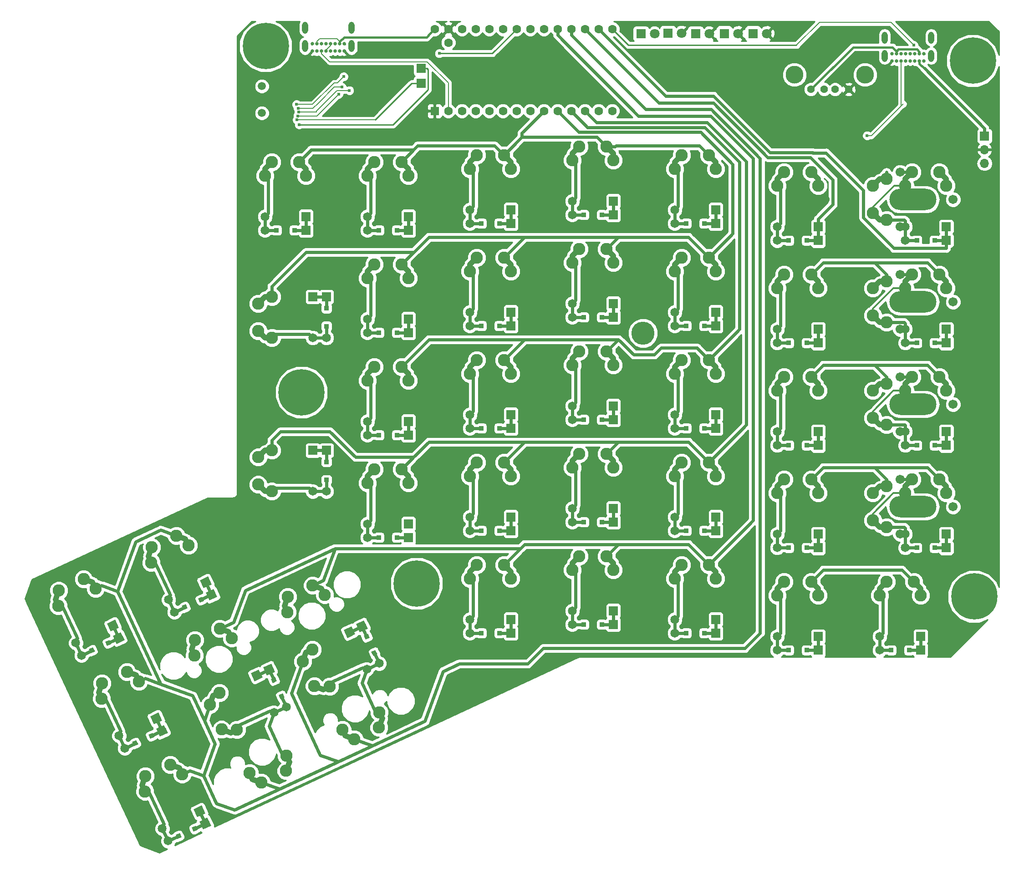
<source format=gbl>
G04 #@! TF.GenerationSoftware,KiCad,Pcbnew,5.0.2+dfsg1-1*
G04 #@! TF.CreationDate,2021-01-12T18:46:28+01:00*
G04 #@! TF.ProjectId,ErgoDOX,4572676f-444f-4582-9e6b-696361645f70,rev?*
G04 #@! TF.SameCoordinates,Original*
G04 #@! TF.FileFunction,Copper,L2,Bot*
G04 #@! TF.FilePolarity,Positive*
%FSLAX46Y46*%
G04 Gerber Fmt 4.6, Leading zero omitted, Abs format (unit mm)*
G04 Created by KiCad (PCBNEW 5.0.2+dfsg1-1) date Tue 12 Jan 2021 06:46:28 PM CET*
%MOMM*%
%LPD*%
G01*
G04 APERTURE LIST*
G04 #@! TA.AperFunction,EtchedComponent*
%ADD10C,0.609600*%
G04 #@! TD*
G04 #@! TA.AperFunction,ComponentPad*
%ADD11C,4.300000*%
G04 #@! TD*
G04 #@! TA.AperFunction,ComponentPad*
%ADD12O,1.108000X2.216000*%
G04 #@! TD*
G04 #@! TA.AperFunction,ComponentPad*
%ADD13C,0.650000*%
G04 #@! TD*
G04 #@! TA.AperFunction,ComponentPad*
%ADD14C,1.600000*%
G04 #@! TD*
G04 #@! TA.AperFunction,ComponentPad*
%ADD15R,1.600000X1.600000*%
G04 #@! TD*
G04 #@! TA.AperFunction,ComponentPad*
%ADD16R,1.700000X1.700000*%
G04 #@! TD*
G04 #@! TA.AperFunction,ComponentPad*
%ADD17C,2.286000*%
G04 #@! TD*
G04 #@! TA.AperFunction,SMDPad,CuDef*
%ADD18R,0.838200X0.838200*%
G04 #@! TD*
G04 #@! TA.AperFunction,ComponentPad*
%ADD19R,1.651000X1.651000*%
G04 #@! TD*
G04 #@! TA.AperFunction,ComponentPad*
%ADD20C,1.651000*%
G04 #@! TD*
G04 #@! TA.AperFunction,ComponentPad*
%ADD21C,1.701800*%
G04 #@! TD*
G04 #@! TA.AperFunction,ComponentPad*
%ADD22C,3.987800*%
G04 #@! TD*
G04 #@! TA.AperFunction,SMDPad,CuDef*
%ADD23C,0.838200*%
G04 #@! TD*
G04 #@! TA.AperFunction,Conductor*
%ADD24C,0.150000*%
G04 #@! TD*
G04 #@! TA.AperFunction,ComponentPad*
%ADD25C,2.283460*%
G04 #@! TD*
G04 #@! TA.AperFunction,ComponentPad*
%ADD26C,2.280920*%
G04 #@! TD*
G04 #@! TA.AperFunction,ComponentPad*
%ADD27O,8.750300X3.987800*%
G04 #@! TD*
G04 #@! TA.AperFunction,ComponentPad*
%ADD28O,1.700000X1.700000*%
G04 #@! TD*
G04 #@! TA.AperFunction,ComponentPad*
%ADD29C,1.500000*%
G04 #@! TD*
G04 #@! TA.AperFunction,ComponentPad*
%ADD30R,1.800000X1.800000*%
G04 #@! TD*
G04 #@! TA.AperFunction,ComponentPad*
%ADD31C,1.800000*%
G04 #@! TD*
G04 #@! TA.AperFunction,ComponentPad*
%ADD32C,8.600000*%
G04 #@! TD*
G04 #@! TA.AperFunction,ComponentPad*
%ADD33C,3.316000*%
G04 #@! TD*
G04 #@! TA.AperFunction,ComponentPad*
%ADD34C,1.428000*%
G04 #@! TD*
G04 #@! TA.AperFunction,ViaPad*
%ADD35C,0.609600*%
G04 #@! TD*
G04 #@! TA.AperFunction,Conductor*
%ADD36C,0.609600*%
G04 #@! TD*
G04 #@! TA.AperFunction,Conductor*
%ADD37C,0.600000*%
G04 #@! TD*
G04 #@! TA.AperFunction,Conductor*
%ADD38C,1.016000*%
G04 #@! TD*
G04 #@! TA.AperFunction,Conductor*
%ADD39C,0.300000*%
G04 #@! TD*
G04 #@! TA.AperFunction,Conductor*
%ADD40C,0.203200*%
G04 #@! TD*
G04 #@! TA.AperFunction,Conductor*
%ADD41C,0.406400*%
G04 #@! TD*
G04 #@! TA.AperFunction,Conductor*
%ADD42C,0.152400*%
G04 #@! TD*
G04 #@! TA.AperFunction,Conductor*
%ADD43C,0.254000*%
G04 #@! TD*
G04 APERTURE END LIST*
D10*
G04 #@! TO.C,SW1:9*
X112153700Y-147647660D02*
X114300000Y-147647660D01*
X106680000Y-147647660D02*
X108826300Y-147647660D01*
G04 #@! TO.C,SW0:10*
X87505815Y-148337305D02*
X86598750Y-146392096D01*
X89819101Y-153298162D02*
X88912035Y-151352953D01*
G04 #@! TO.C,SW1:13*
X182880000Y-150822660D02*
X185026300Y-150822660D01*
X188353700Y-150822660D02*
X190500000Y-150822660D01*
G04 #@! TO.C,SW2:13*
X187642500Y-131772660D02*
X189788800Y-131772660D01*
X193116200Y-131772660D02*
X195262500Y-131772660D01*
G04 #@! TO.C,SW3:13*
X193116200Y-112722660D02*
X195262500Y-112722660D01*
X187642500Y-112722660D02*
X189788800Y-112722660D01*
G04 #@! TO.C,SW4:13*
X193116200Y-93672660D02*
X195262500Y-93672660D01*
X187642500Y-93672660D02*
X189788800Y-93672660D01*
G04 #@! TO.C,SW5:13*
X187642500Y-74625200D02*
X189788800Y-74625200D01*
X193116200Y-74625200D02*
X195262500Y-74625200D01*
G04 #@! TO.C,SW5:8*
X93103700Y-72720200D02*
X95250000Y-72720200D01*
X87630000Y-72720200D02*
X89776300Y-72720200D01*
G04 #@! TO.C,SW4:11*
X150253700Y-90497660D02*
X152400000Y-90497660D01*
X144780000Y-90497660D02*
X146926300Y-90497660D01*
G04 #@! TO.C,SW0:11*
X70241435Y-156389105D02*
X69334370Y-154443896D01*
X72554721Y-161349962D02*
X71647655Y-159404753D01*
G04 #@! TO.C,SW1:10*
X131203700Y-146050000D02*
X133350000Y-146050000D01*
X125730000Y-146050000D02*
X127876300Y-146050000D01*
G04 #@! TO.C,SW1:12*
X169303700Y-150822660D02*
X171450000Y-150822660D01*
X163830000Y-150822660D02*
X165976300Y-150822660D01*
G04 #@! TO.C,SW2:8*
X93103700Y-129867660D02*
X95250000Y-129867660D01*
X87630000Y-129867660D02*
X89776300Y-129867660D01*
G04 #@! TO.C,SW2:9*
X112153700Y-128597660D02*
X114300000Y-128597660D01*
X106680000Y-128597660D02*
X108826300Y-128597660D01*
G04 #@! TO.C,SW2:10*
X131203700Y-127000000D02*
X133350000Y-127000000D01*
X125730000Y-127000000D02*
X127876300Y-127000000D01*
G04 #@! TO.C,SW2:11*
X150253700Y-128597660D02*
X152400000Y-128597660D01*
X144780000Y-128597660D02*
X146926300Y-128597660D01*
G04 #@! TO.C,SW2:12*
X169303700Y-131772660D02*
X171450000Y-131772660D01*
X163830000Y-131772660D02*
X165976300Y-131772660D01*
G04 #@! TO.C,SW3:8*
X93103700Y-110817660D02*
X95250000Y-110817660D01*
X87630000Y-110817660D02*
X89776300Y-110817660D01*
G04 #@! TO.C,SW3:9*
X112153700Y-109547660D02*
X114300000Y-109547660D01*
X106680000Y-109547660D02*
X108826300Y-109547660D01*
G04 #@! TO.C,SW3:10*
X131203700Y-107950000D02*
X133350000Y-107950000D01*
X125730000Y-107950000D02*
X127876300Y-107950000D01*
G04 #@! TO.C,SW3:11*
X150253700Y-109547660D02*
X152400000Y-109547660D01*
X144780000Y-109547660D02*
X146926300Y-109547660D01*
G04 #@! TO.C,SW4:9*
X112153700Y-90497660D02*
X114300000Y-90497660D01*
X106680000Y-90497660D02*
X108826300Y-90497660D01*
G04 #@! TO.C,SW4:10*
X131203700Y-88900000D02*
X133350000Y-88900000D01*
X125730000Y-88900000D02*
X127876300Y-88900000D01*
G04 #@! TO.C,SW4:12*
X169303700Y-93672660D02*
X171450000Y-93672660D01*
X163830000Y-93672660D02*
X165976300Y-93672660D01*
G04 #@! TO.C,SW1:11*
X150253700Y-147647660D02*
X152400000Y-147647660D01*
X144780000Y-147647660D02*
X146926300Y-147647660D01*
G04 #@! TO.C,SW5:9*
X112153700Y-71447660D02*
X114300000Y-71447660D01*
X106680000Y-71447660D02*
X108826300Y-71447660D01*
G04 #@! TO.C,SW5:10*
X131203700Y-69850000D02*
X133350000Y-69850000D01*
X125730000Y-69850000D02*
X127876300Y-69850000D01*
G04 #@! TO.C,SW5:11*
X150253700Y-71447660D02*
X152400000Y-71447660D01*
X144780000Y-71447660D02*
X146926300Y-71447660D01*
G04 #@! TO.C,SW5:12*
X169303700Y-74625200D02*
X171450000Y-74625200D01*
X163830000Y-74625200D02*
X165976300Y-74625200D01*
G04 #@! TO.C,SW0:8*
X56691495Y-141422395D02*
X58636704Y-140515330D01*
X51730638Y-143735681D02*
X53675847Y-142828615D01*
G04 #@! TO.C,SW0:7*
X39427115Y-149471655D02*
X41372324Y-148564590D01*
X34466258Y-151784941D02*
X36411467Y-150877875D01*
G04 #@! TO.C,SW0:12*
X55528175Y-184002955D02*
X57473384Y-183095890D01*
X50567318Y-186316241D02*
X52512527Y-185409175D01*
G04 #@! TO.C,SW0:9*
X47476375Y-166736035D02*
X49421584Y-165828970D01*
X42515518Y-169049321D02*
X44460727Y-168142255D01*
G04 #@! TO.C,SW4:8*
X93103700Y-91767660D02*
X95250000Y-91767660D01*
X87630000Y-91767660D02*
X89776300Y-91767660D01*
G04 #@! TO.C,SW2:7*
X80010000Y-115821460D02*
X80010000Y-113675160D01*
X80010000Y-121295160D02*
X80010000Y-119148860D01*
G04 #@! TO.C,SW4:7*
X80010000Y-87246460D02*
X80010000Y-85100160D01*
X80010000Y-92720160D02*
X80010000Y-90573860D01*
G04 #@! TO.C,SW5:7*
X74053700Y-72720200D02*
X76200000Y-72720200D01*
X68580000Y-72720200D02*
X70726300Y-72720200D01*
G04 #@! TO.C,SW3:12*
X169303700Y-112722660D02*
X171450000Y-112722660D01*
X163830000Y-112722660D02*
X165976300Y-112722660D01*
G04 #@! TD*
D11*
G04 #@! TO.P,H6,1*
G04 #@! TO.N,N/C*
X138887200Y-91846400D03*
G04 #@! TD*
D12*
G04 #@! TO.P,J2,P4*
G04 #@! TO.N,Net-(J2-PadP1)*
X192462800Y-36901400D03*
G04 #@! TO.P,J2,P3*
X183812800Y-36901400D03*
G04 #@! TO.P,J2,P2*
X183812800Y-40281400D03*
G04 #@! TO.P,J2,P1*
X192462800Y-40281400D03*
D13*
G04 #@! TO.P,J2,B12*
G04 #@! TO.N,GND*
X191112800Y-39911400D03*
G04 #@! TO.P,J2,B9*
G04 #@! TO.N,+5V*
X190262800Y-39911400D03*
G04 #@! TO.P,J2,B8*
G04 #@! TO.N,SCK_OUT*
X189412800Y-39911400D03*
G04 #@! TO.P,J2,B7*
G04 #@! TO.N,OUTPUTC_USB_CONN_D-*
X188562800Y-39911400D03*
G04 #@! TO.P,J2,B6*
G04 #@! TO.N,OUTPUTC_USB_CONN_D+*
X187712800Y-39911400D03*
G04 #@! TO.P,J2,B5*
G04 #@! TO.N,Net-(J2-PadB5)*
X186862800Y-39911400D03*
G04 #@! TO.P,J2,B4*
G04 #@! TO.N,+5V*
X186012800Y-39911400D03*
G04 #@! TO.P,J2,B1*
G04 #@! TO.N,GND*
X185162800Y-39911400D03*
G04 #@! TO.P,J2,A12*
X185162800Y-41261400D03*
G04 #@! TO.P,J2,A9*
G04 #@! TO.N,+5V*
X186012800Y-41261400D03*
G04 #@! TO.P,J2,A8*
G04 #@! TO.N,MOSI_OUT*
X186862800Y-41261400D03*
G04 #@! TO.P,J2,A7*
G04 #@! TO.N,OUTPUTC_USB_CONN_D-*
X187712800Y-41261400D03*
G04 #@! TO.P,J2,A6*
G04 #@! TO.N,OUTPUTC_USB_CONN_D+*
X188562800Y-41261400D03*
G04 #@! TO.P,J2,A5*
G04 #@! TO.N,Net-(J2-PadA5)*
X189412800Y-41261400D03*
G04 #@! TO.P,J2,A4*
G04 #@! TO.N,+5V*
X190262800Y-41261400D03*
G04 #@! TO.P,J2,A1*
G04 #@! TO.N,GND*
X191112800Y-41261400D03*
G04 #@! TD*
D14*
G04 #@! TO.P,U5,20*
G04 #@! TO.N,SCK_OUT*
X133159500Y-35306000D03*
G04 #@! TO.P,U5,14*
G04 #@! TO.N,LED_BACKLIGHT_33V*
X133159500Y-50546000D03*
G04 #@! TO.P,U5,21*
G04 #@! TO.N,/COL0*
X130619500Y-35306000D03*
G04 #@! TO.P,U5,22*
G04 #@! TO.N,/COL1*
X128079500Y-35306000D03*
G04 #@! TO.P,U5,23*
G04 #@! TO.N,/ROW0*
X125539500Y-35306000D03*
G04 #@! TO.P,U5,24*
G04 #@! TO.N,/ROW1*
X122999500Y-35306000D03*
G04 #@! TO.P,U5,25*
G04 #@! TO.N,L5*
X120459500Y-35306000D03*
G04 #@! TO.P,U5,26*
G04 #@! TO.N,L4*
X117919500Y-35306000D03*
G04 #@! TO.P,U5,27*
G04 #@! TO.N,SCK_IN*
X115379500Y-35306000D03*
G04 #@! TO.P,U5,28*
G04 #@! TO.N,L3*
X112839500Y-35306000D03*
G04 #@! TO.P,U5,29*
G04 #@! TO.N,L2*
X110299500Y-35306000D03*
G04 #@! TO.P,U5,30*
G04 #@! TO.N,L1*
X107759500Y-35306000D03*
G04 #@! TO.P,U5,31*
G04 #@! TO.N,Net-(U5-Pad31)*
X105219500Y-35306000D03*
G04 #@! TO.P,U5,32*
G04 #@! TO.N,GND*
X102679500Y-35306000D03*
G04 #@! TO.P,U5,33*
G04 #@! TO.N,+5V*
X100139500Y-35306000D03*
G04 #@! TO.P,U5,34*
G04 #@! TO.N,Net-(U5-Pad34)*
X102679500Y-37846000D03*
G04 #@! TO.P,U5,13*
G04 #@! TO.N,MOSI_OUT*
X130619500Y-50546000D03*
G04 #@! TO.P,U5,12*
G04 #@! TO.N,/ROW2*
X128079500Y-50546000D03*
G04 #@! TO.P,U5,11*
G04 #@! TO.N,/ROW3*
X125539500Y-50546000D03*
G04 #@! TO.P,U5,10*
G04 #@! TO.N,/ROW4*
X122999500Y-50546000D03*
G04 #@! TO.P,U5,9*
G04 #@! TO.N,/ROW5*
X120459500Y-50546000D03*
G04 #@! TO.P,U5,8*
G04 #@! TO.N,/COL2*
X117919500Y-50546000D03*
G04 #@! TO.P,U5,7*
G04 #@! TO.N,/COL3*
X115379500Y-50546000D03*
G04 #@! TO.P,U5,6*
G04 #@! TO.N,/COL4*
X112839500Y-50546000D03*
G04 #@! TO.P,U5,5*
G04 #@! TO.N,/COL5*
X110299500Y-50546000D03*
G04 #@! TO.P,U5,4*
G04 #@! TO.N,Net-(U5-Pad4)*
X107759500Y-50546000D03*
G04 #@! TO.P,U5,3*
G04 #@! TO.N,/COL6*
X105219500Y-50546000D03*
G04 #@! TO.P,U5,2*
G04 #@! TO.N,MOSI_IN*
X102679500Y-50546000D03*
D15*
G04 #@! TO.P,U5,1*
G04 #@! TO.N,GND*
X100139500Y-50546000D03*
G04 #@! TD*
D16*
G04 #@! TO.P,J5,1*
G04 #@! TO.N,TEENSY_USB_D-*
X97599500Y-45402500D03*
G04 #@! TD*
G04 #@! TO.P,J6,1*
G04 #@! TO.N,TEENSY_USB_D+*
X97599500Y-42608500D03*
G04 #@! TD*
D17*
G04 #@! TO.P,SX1:8,2*
G04 #@! TO.N,Net-(D1:8-Pad1)*
X72830577Y-140901427D03*
G04 #@! TO.P,SX1:8,1*
G04 #@! TO.N,/ROW1*
X79659082Y-140519823D03*
G04 #@! TO.P,SX1:8,2*
G04 #@! TO.N,Net-(D1:8-Pad1)*
X72753017Y-143740174D03*
G04 #@! TO.P,SX1:8,1*
G04 #@! TO.N,/ROW1*
X77434621Y-138754526D03*
G04 #@! TD*
G04 #@! TO.P,SX1:7,1*
G04 #@! TO.N,/ROW1*
X60170241Y-146806326D03*
G04 #@! TO.P,SX1:7,2*
G04 #@! TO.N,Net-(D1:7-Pad1)*
X55488637Y-151791974D03*
G04 #@! TO.P,SX1:7,1*
G04 #@! TO.N,/ROW1*
X62394702Y-148571623D03*
G04 #@! TO.P,SX1:7,2*
G04 #@! TO.N,Net-(D1:7-Pad1)*
X55566197Y-148953227D03*
G04 #@! TD*
G04 #@! TO.P,SX0:11,2*
G04 #@! TO.N,Net-(SW0:11-Pad2)*
X72513303Y-173278793D03*
G04 #@! TO.P,SX0:11,1*
G04 #@! TO.N,/ROW0*
X65684798Y-173660397D03*
G04 #@! TO.P,SX0:11,2*
G04 #@! TO.N,Net-(SW0:11-Pad2)*
X72590863Y-170440046D03*
G04 #@! TO.P,SX0:11,1*
G04 #@! TO.N,/ROW0*
X67909259Y-175425694D03*
G04 #@! TD*
G04 #@! TO.P,SX0:10,1*
G04 #@! TO.N,/ROW0*
X85176179Y-167376434D03*
G04 #@! TO.P,SX0:10,2*
G04 #@! TO.N,Net-(SW0:10-Pad2)*
X89857783Y-162390786D03*
G04 #@! TO.P,SX0:10,1*
G04 #@! TO.N,/ROW0*
X82951718Y-165611137D03*
G04 #@! TO.P,SX0:10,2*
G04 #@! TO.N,Net-(SW0:10-Pad2)*
X89780223Y-165229533D03*
G04 #@! TD*
D18*
G04 #@! TO.P,SW1:9,99*
G04 #@! TO.N,N/C*
X112153700Y-147647660D03*
X108826300Y-147647660D03*
D19*
G04 #@! TO.P,SW1:9,4*
G04 #@! TO.N,/COL4*
X114300000Y-147647660D03*
D20*
G04 #@! TO.P,SW1:9,3*
G04 #@! TO.N,Net-(SW1:9-Pad2)*
X106680000Y-147647660D03*
D19*
G04 #@! TO.P,SW1:9,4*
G04 #@! TO.N,/COL4*
X114300000Y-145107660D03*
D20*
G04 #@! TO.P,SW1:9,3*
G04 #@! TO.N,Net-(SW1:9-Pad2)*
X106680000Y-145107660D03*
D17*
G04 #@! TO.P,SW1:9,2*
X107950000Y-134947660D03*
G04 #@! TO.P,SW1:9,1*
G04 #@! TO.N,/ROW1*
X114300000Y-137487660D03*
D21*
G04 #@! TO.P,SW1:9,0*
G04 #@! TO.N,GND*
X115570000Y-140027660D03*
X105410000Y-140027660D03*
D22*
X110490000Y-140027660D03*
D17*
G04 #@! TO.P,SW1:9,2*
G04 #@! TO.N,Net-(SW1:9-Pad2)*
X106680000Y-137487660D03*
G04 #@! TO.P,SW1:9,1*
G04 #@! TO.N,/ROW1*
X113030000Y-134947660D03*
G04 #@! TD*
D23*
G04 #@! TO.P,SW0:10,99*
G04 #@! TO.N,N/C*
X87505815Y-148337305D03*
D24*
G04 #@! TD*
G04 #@! TO.N,N/C*
G04 #@! TO.C,SW0:10*
G36*
X88062768Y-148540019D02*
X87303101Y-148894258D01*
X86948862Y-148134591D01*
X87708529Y-147780352D01*
X88062768Y-148540019D01*
X88062768Y-148540019D01*
G37*
D23*
G04 #@! TO.P,SW0:10,99*
G04 #@! TO.N,N/C*
X88912035Y-151352953D03*
D24*
G04 #@! TD*
G04 #@! TO.N,N/C*
G04 #@! TO.C,SW0:10*
G36*
X89468988Y-151555667D02*
X88709321Y-151909906D01*
X88355082Y-151150239D01*
X89114749Y-150796000D01*
X89468988Y-151555667D01*
X89468988Y-151555667D01*
G37*
D20*
G04 #@! TO.P,SW0:10,4*
G04 #@! TO.N,/COL3*
X86598750Y-146392096D03*
D24*
G04 #@! TD*
G04 #@! TO.N,/COL3*
G04 #@! TO.C,SW0:10*
G36*
X87695778Y-146791382D02*
X86199464Y-147489124D01*
X85501722Y-145992810D01*
X86998036Y-145295068D01*
X87695778Y-146791382D01*
X87695778Y-146791382D01*
G37*
D20*
G04 #@! TO.P,SW0:10,3*
G04 #@! TO.N,Net-(SW0:10-Pad2)*
X89819101Y-153298162D03*
G04 #@! TO.P,SW0:10,4*
G04 #@! TO.N,/COL3*
X84296728Y-147465547D03*
D24*
G04 #@! TD*
G04 #@! TO.N,/COL3*
G04 #@! TO.C,SW0:10*
G36*
X85393756Y-147864833D02*
X83897442Y-148562575D01*
X83199700Y-147066261D01*
X84696014Y-146368519D01*
X85393756Y-147864833D01*
X85393756Y-147864833D01*
G37*
D20*
G04 #@! TO.P,SW0:10,3*
G04 #@! TO.N,Net-(SW0:10-Pad2)*
X87517079Y-154371612D03*
D17*
G04 #@! TO.P,SW0:10,2*
X77772267Y-157514403D03*
G04 #@! TO.P,SW0:10,1*
G04 #@! TO.N,/ROW0*
X77390663Y-150685898D03*
D21*
G04 #@! TO.P,SW0:10,0*
G04 #@! TO.N,GND*
X79155959Y-148461436D03*
X83449761Y-157669524D03*
D22*
X81302860Y-153065480D03*
D17*
G04 #@! TO.P,SW0:10,2*
G04 #@! TO.N,Net-(SW0:10-Pad2)*
X80611014Y-157591963D03*
G04 #@! TO.P,SW0:10,1*
G04 #@! TO.N,/ROW0*
X75625366Y-152910359D03*
G04 #@! TD*
G04 #@! TO.P,SW1:13,1*
G04 #@! TO.N,/ROW1*
X189230000Y-138122660D03*
G04 #@! TO.P,SW1:13,2*
G04 #@! TO.N,Net-(SW1:13-Pad2)*
X182880000Y-140662660D03*
D22*
G04 #@! TO.P,SW1:13,0*
G04 #@! TO.N,GND*
X186690000Y-143202660D03*
D21*
X181610000Y-143202660D03*
X191770000Y-143202660D03*
D17*
G04 #@! TO.P,SW1:13,1*
G04 #@! TO.N,/ROW1*
X190500000Y-140662660D03*
G04 #@! TO.P,SW1:13,2*
G04 #@! TO.N,Net-(SW1:13-Pad2)*
X184150000Y-138122660D03*
D20*
G04 #@! TO.P,SW1:13,3*
X182880000Y-148282660D03*
D19*
G04 #@! TO.P,SW1:13,4*
G04 #@! TO.N,/COL0*
X190500000Y-148282660D03*
D20*
G04 #@! TO.P,SW1:13,3*
G04 #@! TO.N,Net-(SW1:13-Pad2)*
X182880000Y-150822660D03*
D19*
G04 #@! TO.P,SW1:13,4*
G04 #@! TO.N,/COL0*
X190500000Y-150822660D03*
D18*
G04 #@! TO.P,SW1:13,99*
G04 #@! TO.N,N/C*
X185026300Y-150822660D03*
X188353700Y-150822660D03*
G04 #@! TD*
D17*
G04 #@! TO.P,SW2:13,1*
G04 #@! TO.N,/ROW2*
X193992500Y-119072660D03*
G04 #@! TO.P,SW2:13,2*
G04 #@! TO.N,Net-(SW2:13-Pad2)*
X187642500Y-121612660D03*
D21*
G04 #@! TO.P,SW2:13,*
G04 #@! TO.N,*
X196532500Y-124152660D03*
D25*
G04 #@! TO.P,SW2:13,1*
G04 #@! TO.N,/ROW2*
X195262500Y-121612660D03*
D17*
G04 #@! TO.P,SW2:13,2*
G04 #@! TO.N,Net-(SW2:13-Pad2)*
X188912500Y-119072660D03*
D20*
G04 #@! TO.P,SW2:13,3*
X187642500Y-129232660D03*
D19*
G04 #@! TO.P,SW2:13,4*
G04 #@! TO.N,/COL0*
X195262500Y-129232660D03*
D20*
G04 #@! TO.P,SW2:13,3*
G04 #@! TO.N,Net-(SW2:13-Pad2)*
X187642500Y-131772660D03*
D19*
G04 #@! TO.P,SW2:13,4*
G04 #@! TO.N,/COL0*
X195262500Y-131772660D03*
D18*
G04 #@! TO.P,SW2:13,99*
G04 #@! TO.N,N/C*
X189788800Y-131772660D03*
X193116200Y-131772660D03*
D26*
G04 #@! TO.P,SW2:13,1*
G04 #@! TO.N,/ROW2*
X181610000Y-121612660D03*
X184150000Y-120342660D03*
G04 #@! TO.P,SW2:13,2*
G04 #@! TO.N,Net-(SW2:13-Pad2)*
X184150000Y-127962660D03*
X181610000Y-126692660D03*
D27*
X189069980Y-124152660D03*
D21*
G04 #@! TO.P,SW2:13,3*
X186690000Y-129232660D03*
G04 #@! TO.P,SW2:13,2*
X186690000Y-119072660D03*
G04 #@! TD*
G04 #@! TO.P,SW3:13,2*
G04 #@! TO.N,Net-(SW3:13-Pad2)*
X186690000Y-100022660D03*
G04 #@! TO.P,SW3:13,3*
X186690000Y-110182660D03*
D27*
G04 #@! TO.P,SW3:13,2*
X189069980Y-105102660D03*
D26*
X181610000Y-107642660D03*
X184150000Y-108912660D03*
G04 #@! TO.P,SW3:13,1*
G04 #@! TO.N,/ROW3*
X184150000Y-101292660D03*
X181610000Y-102562660D03*
D18*
G04 #@! TO.P,SW3:13,99*
G04 #@! TO.N,N/C*
X193116200Y-112722660D03*
X189788800Y-112722660D03*
D19*
G04 #@! TO.P,SW3:13,4*
G04 #@! TO.N,/COL0*
X195262500Y-112722660D03*
D20*
G04 #@! TO.P,SW3:13,3*
G04 #@! TO.N,Net-(SW3:13-Pad2)*
X187642500Y-112722660D03*
D19*
G04 #@! TO.P,SW3:13,4*
G04 #@! TO.N,/COL0*
X195262500Y-110182660D03*
D20*
G04 #@! TO.P,SW3:13,3*
G04 #@! TO.N,Net-(SW3:13-Pad2)*
X187642500Y-110182660D03*
D17*
G04 #@! TO.P,SW3:13,2*
X188912500Y-100022660D03*
D25*
G04 #@! TO.P,SW3:13,1*
G04 #@! TO.N,/ROW3*
X195262500Y-102562660D03*
D21*
G04 #@! TO.P,SW3:13,*
G04 #@! TO.N,*
X196532500Y-105102660D03*
D17*
G04 #@! TO.P,SW3:13,2*
G04 #@! TO.N,Net-(SW3:13-Pad2)*
X187642500Y-102562660D03*
G04 #@! TO.P,SW3:13,1*
G04 #@! TO.N,/ROW3*
X193992500Y-100022660D03*
G04 #@! TD*
D21*
G04 #@! TO.P,SW4:13,2*
G04 #@! TO.N,Net-(SW4:13-Pad2)*
X186690000Y-80972660D03*
G04 #@! TO.P,SW4:13,3*
X186690000Y-91132660D03*
D27*
G04 #@! TO.P,SW4:13,2*
X189069980Y-86052660D03*
D26*
X181610000Y-88592660D03*
X184150000Y-89862660D03*
G04 #@! TO.P,SW4:13,1*
G04 #@! TO.N,/ROW4*
X184150000Y-82242660D03*
X181610000Y-83512660D03*
D18*
G04 #@! TO.P,SW4:13,99*
G04 #@! TO.N,N/C*
X193116200Y-93672660D03*
X189788800Y-93672660D03*
D19*
G04 #@! TO.P,SW4:13,4*
G04 #@! TO.N,/COL0*
X195262500Y-93672660D03*
D20*
G04 #@! TO.P,SW4:13,3*
G04 #@! TO.N,Net-(SW4:13-Pad2)*
X187642500Y-93672660D03*
D19*
G04 #@! TO.P,SW4:13,4*
G04 #@! TO.N,/COL0*
X195262500Y-91132660D03*
D20*
G04 #@! TO.P,SW4:13,3*
G04 #@! TO.N,Net-(SW4:13-Pad2)*
X187642500Y-91132660D03*
D17*
G04 #@! TO.P,SW4:13,2*
X188912500Y-80972660D03*
D25*
G04 #@! TO.P,SW4:13,1*
G04 #@! TO.N,/ROW4*
X195262500Y-83512660D03*
D21*
G04 #@! TO.P,SW4:13,*
G04 #@! TO.N,*
X196532500Y-86052660D03*
D17*
G04 #@! TO.P,SW4:13,2*
G04 #@! TO.N,Net-(SW4:13-Pad2)*
X187642500Y-83512660D03*
G04 #@! TO.P,SW4:13,1*
G04 #@! TO.N,/ROW4*
X193992500Y-80972660D03*
G04 #@! TD*
G04 #@! TO.P,SW5:13,1*
G04 #@! TO.N,/ROW5*
X193992500Y-61925200D03*
G04 #@! TO.P,SW5:13,2*
G04 #@! TO.N,Net-(SW5:13-Pad2)*
X187642500Y-64465200D03*
D21*
G04 #@! TO.P,SW5:13,*
G04 #@! TO.N,*
X196532500Y-67005200D03*
D25*
G04 #@! TO.P,SW5:13,1*
G04 #@! TO.N,/ROW5*
X195262500Y-64465200D03*
D17*
G04 #@! TO.P,SW5:13,2*
G04 #@! TO.N,Net-(SW5:13-Pad2)*
X188912500Y-61925200D03*
D20*
G04 #@! TO.P,SW5:13,3*
X187642500Y-72085200D03*
D19*
G04 #@! TO.P,SW5:13,4*
G04 #@! TO.N,/COL0*
X195262500Y-72085200D03*
D20*
G04 #@! TO.P,SW5:13,3*
G04 #@! TO.N,Net-(SW5:13-Pad2)*
X187642500Y-74625200D03*
D19*
G04 #@! TO.P,SW5:13,4*
G04 #@! TO.N,/COL0*
X195262500Y-74625200D03*
D18*
G04 #@! TO.P,SW5:13,99*
G04 #@! TO.N,N/C*
X189788800Y-74625200D03*
X193116200Y-74625200D03*
D26*
G04 #@! TO.P,SW5:13,1*
G04 #@! TO.N,/ROW5*
X181610000Y-64465200D03*
X184150000Y-63195200D03*
G04 #@! TO.P,SW5:13,2*
G04 #@! TO.N,Net-(SW5:13-Pad2)*
X184150000Y-70815200D03*
X181610000Y-69545200D03*
D27*
X189069980Y-67005200D03*
D21*
G04 #@! TO.P,SW5:13,3*
X186690000Y-72085200D03*
G04 #@! TO.P,SW5:13,2*
X186690000Y-61925200D03*
G04 #@! TD*
D16*
G04 #@! TO.P,J4,1*
G04 #@! TO.N,+5V*
X202381614Y-55210455D03*
D28*
G04 #@! TO.P,J4,2*
G04 #@! TO.N,GND*
X202381614Y-57750455D03*
G04 #@! TO.P,J4,3*
G04 #@! TO.N,Net-(J4-Pad3)*
X202381614Y-60290455D03*
G04 #@! TD*
D29*
G04 #@! TO.P,12MHZ1,1*
G04 #@! TO.N,Net-(12MHZ1-Pad1)*
X68012928Y-50925038D03*
G04 #@! TO.P,12MHZ1,2*
G04 #@! TO.N,Net-(12MHZ1-Pad2)*
X68012928Y-45925038D03*
G04 #@! TD*
D30*
G04 #@! TO.P,LED4,1*
G04 #@! TO.N,Net-(LED4-Pad1)*
X143510000Y-36068000D03*
D31*
G04 #@! TO.P,LED4,2*
G04 #@! TO.N,GND*
X146050000Y-36068000D03*
G04 #@! TD*
G04 #@! TO.P,LED1,2*
G04 #@! TO.N,GND*
X161861500Y-36131500D03*
D30*
G04 #@! TO.P,LED1,1*
G04 #@! TO.N,Net-(LED1-Pad1)*
X159321500Y-36131500D03*
G04 #@! TD*
G04 #@! TO.P,LED3,1*
G04 #@! TO.N,Net-(LED3-Pad1)*
X148653500Y-36195000D03*
D31*
G04 #@! TO.P,LED3,2*
G04 #@! TO.N,GND*
X151193500Y-36195000D03*
G04 #@! TD*
G04 #@! TO.P,LED5,2*
G04 #@! TO.N,GND*
X141033500Y-36195000D03*
D30*
G04 #@! TO.P,LED5,1*
G04 #@! TO.N,Net-(LED5-Pad1)*
X138493500Y-36195000D03*
G04 #@! TD*
G04 #@! TO.P,LED2,1*
G04 #@! TO.N,Net-(LED2-Pad1)*
X153987500Y-36131500D03*
D31*
G04 #@! TO.P,LED2,2*
G04 #@! TO.N,GND*
X156527500Y-36131500D03*
G04 #@! TD*
D32*
G04 #@! TO.P,H5,1*
G04 #@! TO.N,N/C*
X200469500Y-140843000D03*
G04 #@! TD*
G04 #@! TO.P,H4,1*
G04 #@! TO.N,N/C*
X68732400Y-38455600D03*
G04 #@! TD*
G04 #@! TO.P,H3,1*
G04 #@! TO.N,N/C*
X96774000Y-138430000D03*
G04 #@! TD*
G04 #@! TO.P,H2,1*
G04 #@! TO.N,N/C*
X75374500Y-102870000D03*
G04 #@! TD*
G04 #@! TO.P,H1,1*
G04 #@! TO.N,N/C*
X200202800Y-41198800D03*
G04 #@! TD*
D33*
G04 #@! TO.P,J3,S1*
G04 #@! TO.N,N/C*
X167026300Y-43805700D03*
G04 #@! TO.P,J3,S2*
X180166300Y-43805700D03*
D34*
G04 #@! TO.P,J3,3*
G04 #@! TO.N,OUTPUTA_USB_CONN_D+*
X174596300Y-46515700D03*
G04 #@! TO.P,J3,2*
G04 #@! TO.N,OUTPUTA_USB_CONN_D-*
X172596300Y-46515700D03*
G04 #@! TO.P,J3,4*
G04 #@! TO.N,GND*
X177096300Y-46515700D03*
G04 #@! TO.P,J3,1*
G04 #@! TO.N,+5V*
X170096300Y-46515700D03*
G04 #@! TD*
D13*
G04 #@! TO.P,J1,A1*
G04 #@! TO.N,GND*
X83353300Y-39407200D03*
G04 #@! TO.P,J1,A4*
G04 #@! TO.N,+5V*
X82503300Y-39407200D03*
G04 #@! TO.P,J1,A5*
G04 #@! TO.N,Net-(J1-PadA5)*
X81653300Y-39407200D03*
G04 #@! TO.P,J1,A6*
G04 #@! TO.N,INPUT_USB_CONN_D+*
X80803300Y-39407200D03*
G04 #@! TO.P,J1,A7*
G04 #@! TO.N,INPUT_USB_CONN_D-*
X79953300Y-39407200D03*
G04 #@! TO.P,J1,A8*
G04 #@! TO.N,MOSI_IN*
X79103300Y-39407200D03*
G04 #@! TO.P,J1,A9*
G04 #@! TO.N,+5V*
X78253300Y-39407200D03*
G04 #@! TO.P,J1,A12*
G04 #@! TO.N,GND*
X77403300Y-39407200D03*
G04 #@! TO.P,J1,B1*
X77403300Y-38057200D03*
G04 #@! TO.P,J1,B4*
G04 #@! TO.N,+5V*
X78253300Y-38057200D03*
G04 #@! TO.P,J1,B5*
G04 #@! TO.N,Net-(J1-PadB5)*
X79103300Y-38057200D03*
G04 #@! TO.P,J1,B6*
G04 #@! TO.N,INPUT_USB_CONN_D+*
X79953300Y-38057200D03*
G04 #@! TO.P,J1,B7*
G04 #@! TO.N,INPUT_USB_CONN_D-*
X80803300Y-38057200D03*
G04 #@! TO.P,J1,B8*
G04 #@! TO.N,SCK_IN*
X81653300Y-38057200D03*
G04 #@! TO.P,J1,B9*
G04 #@! TO.N,+5V*
X82503300Y-38057200D03*
G04 #@! TO.P,J1,B12*
G04 #@! TO.N,GND*
X83353300Y-38057200D03*
D12*
G04 #@! TO.P,J1,P1*
G04 #@! TO.N,Net-(J1-PadP1)*
X84703300Y-38427200D03*
G04 #@! TO.P,J1,P2*
X76053300Y-38427200D03*
G04 #@! TO.P,J1,P3*
X76053300Y-35047200D03*
G04 #@! TO.P,J1,P4*
X84703300Y-35047200D03*
G04 #@! TD*
D18*
G04 #@! TO.P,SW5:8,99*
G04 #@! TO.N,N/C*
X93103700Y-72720200D03*
X89776300Y-72720200D03*
D19*
G04 #@! TO.P,SW5:8,4*
G04 #@! TO.N,/COL5*
X95250000Y-72720200D03*
D20*
G04 #@! TO.P,SW5:8,3*
G04 #@! TO.N,Net-(SW5:8-Pad2)*
X87630000Y-72720200D03*
D19*
G04 #@! TO.P,SW5:8,4*
G04 #@! TO.N,/COL5*
X95250000Y-70180200D03*
D20*
G04 #@! TO.P,SW5:8,3*
G04 #@! TO.N,Net-(SW5:8-Pad2)*
X87630000Y-70180200D03*
D17*
G04 #@! TO.P,SW5:8,2*
X88900000Y-60020200D03*
G04 #@! TO.P,SW5:8,1*
G04 #@! TO.N,/ROW5*
X95250000Y-62560200D03*
D21*
G04 #@! TO.P,SW5:8,0*
G04 #@! TO.N,GND*
X96520000Y-65100200D03*
X86360000Y-65100200D03*
D22*
X91440000Y-65100200D03*
D17*
G04 #@! TO.P,SW5:8,2*
G04 #@! TO.N,Net-(SW5:8-Pad2)*
X87630000Y-62560200D03*
G04 #@! TO.P,SW5:8,1*
G04 #@! TO.N,/ROW5*
X93980000Y-60020200D03*
G04 #@! TD*
D18*
G04 #@! TO.P,SW4:11,99*
G04 #@! TO.N,N/C*
X150253700Y-90497660D03*
X146926300Y-90497660D03*
D19*
G04 #@! TO.P,SW4:11,4*
G04 #@! TO.N,/COL2*
X152400000Y-90497660D03*
D20*
G04 #@! TO.P,SW4:11,3*
G04 #@! TO.N,Net-(SW4:11-Pad2)*
X144780000Y-90497660D03*
D19*
G04 #@! TO.P,SW4:11,4*
G04 #@! TO.N,/COL2*
X152400000Y-87957660D03*
D20*
G04 #@! TO.P,SW4:11,3*
G04 #@! TO.N,Net-(SW4:11-Pad2)*
X144780000Y-87957660D03*
D17*
G04 #@! TO.P,SW4:11,2*
X146050000Y-77797660D03*
G04 #@! TO.P,SW4:11,1*
G04 #@! TO.N,/ROW4*
X152400000Y-80337660D03*
D21*
G04 #@! TO.P,SW4:11,0*
G04 #@! TO.N,GND*
X153670000Y-82877660D03*
X143510000Y-82877660D03*
D22*
X148590000Y-82877660D03*
D17*
G04 #@! TO.P,SW4:11,2*
G04 #@! TO.N,Net-(SW4:11-Pad2)*
X144780000Y-80337660D03*
G04 #@! TO.P,SW4:11,1*
G04 #@! TO.N,/ROW4*
X151130000Y-77797660D03*
G04 #@! TD*
D23*
G04 #@! TO.P,SW0:11,99*
G04 #@! TO.N,N/C*
X70241435Y-156389105D03*
D24*
G04 #@! TD*
G04 #@! TO.N,N/C*
G04 #@! TO.C,SW0:11*
G36*
X70798388Y-156591819D02*
X70038721Y-156946058D01*
X69684482Y-156186391D01*
X70444149Y-155832152D01*
X70798388Y-156591819D01*
X70798388Y-156591819D01*
G37*
D23*
G04 #@! TO.P,SW0:11,99*
G04 #@! TO.N,N/C*
X71647655Y-159404753D03*
D24*
G04 #@! TD*
G04 #@! TO.N,N/C*
G04 #@! TO.C,SW0:11*
G36*
X72204608Y-159607467D02*
X71444941Y-159961706D01*
X71090702Y-159202039D01*
X71850369Y-158847800D01*
X72204608Y-159607467D01*
X72204608Y-159607467D01*
G37*
D20*
G04 #@! TO.P,SW0:11,4*
G04 #@! TO.N,/COL2*
X69334370Y-154443896D03*
D24*
G04 #@! TD*
G04 #@! TO.N,/COL2*
G04 #@! TO.C,SW0:11*
G36*
X70431398Y-154843182D02*
X68935084Y-155540924D01*
X68237342Y-154044610D01*
X69733656Y-153346868D01*
X70431398Y-154843182D01*
X70431398Y-154843182D01*
G37*
D20*
G04 #@! TO.P,SW0:11,3*
G04 #@! TO.N,Net-(SW0:11-Pad2)*
X72554721Y-161349962D03*
G04 #@! TO.P,SW0:11,4*
G04 #@! TO.N,/COL2*
X67032348Y-155517347D03*
D24*
G04 #@! TD*
G04 #@! TO.N,/COL2*
G04 #@! TO.C,SW0:11*
G36*
X68129376Y-155916633D02*
X66633062Y-156614375D01*
X65935320Y-155118061D01*
X67431634Y-154420319D01*
X68129376Y-155916633D01*
X68129376Y-155916633D01*
G37*
D20*
G04 #@! TO.P,SW0:11,3*
G04 #@! TO.N,Net-(SW0:11-Pad2)*
X70252699Y-162423412D03*
D17*
G04 #@! TO.P,SW0:11,2*
X60507887Y-165566203D03*
G04 #@! TO.P,SW0:11,1*
G04 #@! TO.N,/ROW0*
X60126283Y-158737698D03*
D21*
G04 #@! TO.P,SW0:11,0*
G04 #@! TO.N,GND*
X61891579Y-156513236D03*
X66185381Y-165721324D03*
D22*
X64038480Y-161117280D03*
D17*
G04 #@! TO.P,SW0:11,2*
G04 #@! TO.N,Net-(SW0:11-Pad2)*
X63346634Y-165643763D03*
G04 #@! TO.P,SW0:11,1*
G04 #@! TO.N,/ROW0*
X58360986Y-160962159D03*
G04 #@! TD*
D18*
G04 #@! TO.P,SW1:10,99*
G04 #@! TO.N,N/C*
X131203700Y-146050000D03*
X127876300Y-146050000D03*
D19*
G04 #@! TO.P,SW1:10,4*
G04 #@! TO.N,/COL3*
X133350000Y-146050000D03*
D20*
G04 #@! TO.P,SW1:10,3*
G04 #@! TO.N,Net-(SW1:10-Pad2)*
X125730000Y-146050000D03*
D19*
G04 #@! TO.P,SW1:10,4*
G04 #@! TO.N,/COL3*
X133350000Y-143510000D03*
D20*
G04 #@! TO.P,SW1:10,3*
G04 #@! TO.N,Net-(SW1:10-Pad2)*
X125730000Y-143510000D03*
D17*
G04 #@! TO.P,SW1:10,2*
X127000000Y-133350000D03*
G04 #@! TO.P,SW1:10,1*
G04 #@! TO.N,/ROW1*
X133350000Y-135890000D03*
D21*
G04 #@! TO.P,SW1:10,0*
G04 #@! TO.N,GND*
X134620000Y-138430000D03*
X124460000Y-138430000D03*
D22*
X129540000Y-138430000D03*
D17*
G04 #@! TO.P,SW1:10,2*
G04 #@! TO.N,Net-(SW1:10-Pad2)*
X125730000Y-135890000D03*
G04 #@! TO.P,SW1:10,1*
G04 #@! TO.N,/ROW1*
X132080000Y-133350000D03*
G04 #@! TD*
D18*
G04 #@! TO.P,SW1:12,99*
G04 #@! TO.N,N/C*
X169303700Y-150822660D03*
X165976300Y-150822660D03*
D19*
G04 #@! TO.P,SW1:12,4*
G04 #@! TO.N,/COL1*
X171450000Y-150822660D03*
D20*
G04 #@! TO.P,SW1:12,3*
G04 #@! TO.N,Net-(SW1:12-Pad2)*
X163830000Y-150822660D03*
D19*
G04 #@! TO.P,SW1:12,4*
G04 #@! TO.N,/COL1*
X171450000Y-148282660D03*
D20*
G04 #@! TO.P,SW1:12,3*
G04 #@! TO.N,Net-(SW1:12-Pad2)*
X163830000Y-148282660D03*
D17*
G04 #@! TO.P,SW1:12,2*
X165100000Y-138122660D03*
G04 #@! TO.P,SW1:12,1*
G04 #@! TO.N,/ROW1*
X171450000Y-140662660D03*
D21*
G04 #@! TO.P,SW1:12,0*
G04 #@! TO.N,GND*
X172720000Y-143202660D03*
X162560000Y-143202660D03*
D22*
X167640000Y-143202660D03*
D17*
G04 #@! TO.P,SW1:12,2*
G04 #@! TO.N,Net-(SW1:12-Pad2)*
X163830000Y-140662660D03*
G04 #@! TO.P,SW1:12,1*
G04 #@! TO.N,/ROW1*
X170180000Y-138122660D03*
G04 #@! TD*
D18*
G04 #@! TO.P,SW2:8,99*
G04 #@! TO.N,N/C*
X93103700Y-129867660D03*
X89776300Y-129867660D03*
D19*
G04 #@! TO.P,SW2:8,4*
G04 #@! TO.N,/COL5*
X95250000Y-129867660D03*
D20*
G04 #@! TO.P,SW2:8,3*
G04 #@! TO.N,Net-(SW2:8-Pad2)*
X87630000Y-129867660D03*
D19*
G04 #@! TO.P,SW2:8,4*
G04 #@! TO.N,/COL5*
X95250000Y-127327660D03*
D20*
G04 #@! TO.P,SW2:8,3*
G04 #@! TO.N,Net-(SW2:8-Pad2)*
X87630000Y-127327660D03*
D17*
G04 #@! TO.P,SW2:8,2*
X88900000Y-117167660D03*
G04 #@! TO.P,SW2:8,1*
G04 #@! TO.N,/ROW2*
X95250000Y-119707660D03*
D21*
G04 #@! TO.P,SW2:8,0*
G04 #@! TO.N,GND*
X96520000Y-122247660D03*
X86360000Y-122247660D03*
D22*
X91440000Y-122247660D03*
D17*
G04 #@! TO.P,SW2:8,2*
G04 #@! TO.N,Net-(SW2:8-Pad2)*
X87630000Y-119707660D03*
G04 #@! TO.P,SW2:8,1*
G04 #@! TO.N,/ROW2*
X93980000Y-117167660D03*
G04 #@! TD*
D18*
G04 #@! TO.P,SW2:9,99*
G04 #@! TO.N,N/C*
X112153700Y-128597660D03*
X108826300Y-128597660D03*
D19*
G04 #@! TO.P,SW2:9,4*
G04 #@! TO.N,/COL4*
X114300000Y-128597660D03*
D20*
G04 #@! TO.P,SW2:9,3*
G04 #@! TO.N,Net-(SW2:9-Pad2)*
X106680000Y-128597660D03*
D19*
G04 #@! TO.P,SW2:9,4*
G04 #@! TO.N,/COL4*
X114300000Y-126057660D03*
D20*
G04 #@! TO.P,SW2:9,3*
G04 #@! TO.N,Net-(SW2:9-Pad2)*
X106680000Y-126057660D03*
D17*
G04 #@! TO.P,SW2:9,2*
X107950000Y-115897660D03*
G04 #@! TO.P,SW2:9,1*
G04 #@! TO.N,/ROW2*
X114300000Y-118437660D03*
D21*
G04 #@! TO.P,SW2:9,0*
G04 #@! TO.N,GND*
X115570000Y-120977660D03*
X105410000Y-120977660D03*
D22*
X110490000Y-120977660D03*
D17*
G04 #@! TO.P,SW2:9,2*
G04 #@! TO.N,Net-(SW2:9-Pad2)*
X106680000Y-118437660D03*
G04 #@! TO.P,SW2:9,1*
G04 #@! TO.N,/ROW2*
X113030000Y-115897660D03*
G04 #@! TD*
D18*
G04 #@! TO.P,SW2:10,99*
G04 #@! TO.N,N/C*
X131203700Y-127000000D03*
X127876300Y-127000000D03*
D19*
G04 #@! TO.P,SW2:10,4*
G04 #@! TO.N,/COL3*
X133350000Y-127000000D03*
D20*
G04 #@! TO.P,SW2:10,3*
G04 #@! TO.N,Net-(SW2:10-Pad2)*
X125730000Y-127000000D03*
D19*
G04 #@! TO.P,SW2:10,4*
G04 #@! TO.N,/COL3*
X133350000Y-124460000D03*
D20*
G04 #@! TO.P,SW2:10,3*
G04 #@! TO.N,Net-(SW2:10-Pad2)*
X125730000Y-124460000D03*
D17*
G04 #@! TO.P,SW2:10,2*
X127000000Y-114300000D03*
G04 #@! TO.P,SW2:10,1*
G04 #@! TO.N,/ROW2*
X133350000Y-116840000D03*
D21*
G04 #@! TO.P,SW2:10,0*
G04 #@! TO.N,GND*
X134620000Y-119380000D03*
X124460000Y-119380000D03*
D22*
X129540000Y-119380000D03*
D17*
G04 #@! TO.P,SW2:10,2*
G04 #@! TO.N,Net-(SW2:10-Pad2)*
X125730000Y-116840000D03*
G04 #@! TO.P,SW2:10,1*
G04 #@! TO.N,/ROW2*
X132080000Y-114300000D03*
G04 #@! TD*
D18*
G04 #@! TO.P,SW2:11,99*
G04 #@! TO.N,N/C*
X150253700Y-128597660D03*
X146926300Y-128597660D03*
D19*
G04 #@! TO.P,SW2:11,4*
G04 #@! TO.N,/COL2*
X152400000Y-128597660D03*
D20*
G04 #@! TO.P,SW2:11,3*
G04 #@! TO.N,Net-(SW2:11-Pad2)*
X144780000Y-128597660D03*
D19*
G04 #@! TO.P,SW2:11,4*
G04 #@! TO.N,/COL2*
X152400000Y-126057660D03*
D20*
G04 #@! TO.P,SW2:11,3*
G04 #@! TO.N,Net-(SW2:11-Pad2)*
X144780000Y-126057660D03*
D17*
G04 #@! TO.P,SW2:11,2*
X146050000Y-115897660D03*
G04 #@! TO.P,SW2:11,1*
G04 #@! TO.N,/ROW2*
X152400000Y-118437660D03*
D21*
G04 #@! TO.P,SW2:11,0*
G04 #@! TO.N,GND*
X153670000Y-120977660D03*
X143510000Y-120977660D03*
D22*
X148590000Y-120977660D03*
D17*
G04 #@! TO.P,SW2:11,2*
G04 #@! TO.N,Net-(SW2:11-Pad2)*
X144780000Y-118437660D03*
G04 #@! TO.P,SW2:11,1*
G04 #@! TO.N,/ROW2*
X151130000Y-115897660D03*
G04 #@! TD*
D18*
G04 #@! TO.P,SW2:12,99*
G04 #@! TO.N,N/C*
X169303700Y-131772660D03*
X165976300Y-131772660D03*
D19*
G04 #@! TO.P,SW2:12,4*
G04 #@! TO.N,/COL1*
X171450000Y-131772660D03*
D20*
G04 #@! TO.P,SW2:12,3*
G04 #@! TO.N,Net-(SW2:12-Pad2)*
X163830000Y-131772660D03*
D19*
G04 #@! TO.P,SW2:12,4*
G04 #@! TO.N,/COL1*
X171450000Y-129232660D03*
D20*
G04 #@! TO.P,SW2:12,3*
G04 #@! TO.N,Net-(SW2:12-Pad2)*
X163830000Y-129232660D03*
D17*
G04 #@! TO.P,SW2:12,2*
X165100000Y-119072660D03*
G04 #@! TO.P,SW2:12,1*
G04 #@! TO.N,/ROW2*
X171450000Y-121612660D03*
D21*
G04 #@! TO.P,SW2:12,0*
G04 #@! TO.N,GND*
X172720000Y-124152660D03*
X162560000Y-124152660D03*
D22*
X167640000Y-124152660D03*
D17*
G04 #@! TO.P,SW2:12,2*
G04 #@! TO.N,Net-(SW2:12-Pad2)*
X163830000Y-121612660D03*
G04 #@! TO.P,SW2:12,1*
G04 #@! TO.N,/ROW2*
X170180000Y-119072660D03*
G04 #@! TD*
D18*
G04 #@! TO.P,SW3:8,99*
G04 #@! TO.N,N/C*
X93103700Y-110817660D03*
X89776300Y-110817660D03*
D19*
G04 #@! TO.P,SW3:8,4*
G04 #@! TO.N,/COL5*
X95250000Y-110817660D03*
D20*
G04 #@! TO.P,SW3:8,3*
G04 #@! TO.N,Net-(SW3:8-Pad2)*
X87630000Y-110817660D03*
D19*
G04 #@! TO.P,SW3:8,4*
G04 #@! TO.N,/COL5*
X95250000Y-108277660D03*
D20*
G04 #@! TO.P,SW3:8,3*
G04 #@! TO.N,Net-(SW3:8-Pad2)*
X87630000Y-108277660D03*
D17*
G04 #@! TO.P,SW3:8,2*
X88900000Y-98117660D03*
G04 #@! TO.P,SW3:8,1*
G04 #@! TO.N,/ROW3*
X95250000Y-100657660D03*
D21*
G04 #@! TO.P,SW3:8,0*
G04 #@! TO.N,GND*
X96520000Y-103197660D03*
X86360000Y-103197660D03*
D22*
X91440000Y-103197660D03*
D17*
G04 #@! TO.P,SW3:8,2*
G04 #@! TO.N,Net-(SW3:8-Pad2)*
X87630000Y-100657660D03*
G04 #@! TO.P,SW3:8,1*
G04 #@! TO.N,/ROW3*
X93980000Y-98117660D03*
G04 #@! TD*
D18*
G04 #@! TO.P,SW3:9,99*
G04 #@! TO.N,N/C*
X112153700Y-109547660D03*
X108826300Y-109547660D03*
D19*
G04 #@! TO.P,SW3:9,4*
G04 #@! TO.N,/COL4*
X114300000Y-109547660D03*
D20*
G04 #@! TO.P,SW3:9,3*
G04 #@! TO.N,Net-(SW3:9-Pad2)*
X106680000Y-109547660D03*
D19*
G04 #@! TO.P,SW3:9,4*
G04 #@! TO.N,/COL4*
X114300000Y-107007660D03*
D20*
G04 #@! TO.P,SW3:9,3*
G04 #@! TO.N,Net-(SW3:9-Pad2)*
X106680000Y-107007660D03*
D17*
G04 #@! TO.P,SW3:9,2*
X107950000Y-96847660D03*
G04 #@! TO.P,SW3:9,1*
G04 #@! TO.N,/ROW3*
X114300000Y-99387660D03*
D21*
G04 #@! TO.P,SW3:9,0*
G04 #@! TO.N,GND*
X115570000Y-101927660D03*
X105410000Y-101927660D03*
D22*
X110490000Y-101927660D03*
D17*
G04 #@! TO.P,SW3:9,2*
G04 #@! TO.N,Net-(SW3:9-Pad2)*
X106680000Y-99387660D03*
G04 #@! TO.P,SW3:9,1*
G04 #@! TO.N,/ROW3*
X113030000Y-96847660D03*
G04 #@! TD*
D18*
G04 #@! TO.P,SW3:10,99*
G04 #@! TO.N,N/C*
X131203700Y-107950000D03*
X127876300Y-107950000D03*
D19*
G04 #@! TO.P,SW3:10,4*
G04 #@! TO.N,/COL3*
X133350000Y-107950000D03*
D20*
G04 #@! TO.P,SW3:10,3*
G04 #@! TO.N,Net-(SW3:10-Pad2)*
X125730000Y-107950000D03*
D19*
G04 #@! TO.P,SW3:10,4*
G04 #@! TO.N,/COL3*
X133350000Y-105410000D03*
D20*
G04 #@! TO.P,SW3:10,3*
G04 #@! TO.N,Net-(SW3:10-Pad2)*
X125730000Y-105410000D03*
D17*
G04 #@! TO.P,SW3:10,2*
X127000000Y-95250000D03*
G04 #@! TO.P,SW3:10,1*
G04 #@! TO.N,/ROW3*
X133350000Y-97790000D03*
D21*
G04 #@! TO.P,SW3:10,0*
G04 #@! TO.N,GND*
X134620000Y-100330000D03*
X124460000Y-100330000D03*
D22*
X129540000Y-100330000D03*
D17*
G04 #@! TO.P,SW3:10,2*
G04 #@! TO.N,Net-(SW3:10-Pad2)*
X125730000Y-97790000D03*
G04 #@! TO.P,SW3:10,1*
G04 #@! TO.N,/ROW3*
X132080000Y-95250000D03*
G04 #@! TD*
D18*
G04 #@! TO.P,SW3:11,99*
G04 #@! TO.N,N/C*
X150253700Y-109547660D03*
X146926300Y-109547660D03*
D19*
G04 #@! TO.P,SW3:11,4*
G04 #@! TO.N,/COL2*
X152400000Y-109547660D03*
D20*
G04 #@! TO.P,SW3:11,3*
G04 #@! TO.N,Net-(SW3:11-Pad2)*
X144780000Y-109547660D03*
D19*
G04 #@! TO.P,SW3:11,4*
G04 #@! TO.N,/COL2*
X152400000Y-107007660D03*
D20*
G04 #@! TO.P,SW3:11,3*
G04 #@! TO.N,Net-(SW3:11-Pad2)*
X144780000Y-107007660D03*
D17*
G04 #@! TO.P,SW3:11,2*
X146050000Y-96847660D03*
G04 #@! TO.P,SW3:11,1*
G04 #@! TO.N,/ROW3*
X152400000Y-99387660D03*
D21*
G04 #@! TO.P,SW3:11,0*
G04 #@! TO.N,GND*
X153670000Y-101927660D03*
X143510000Y-101927660D03*
D22*
X148590000Y-101927660D03*
D17*
G04 #@! TO.P,SW3:11,2*
G04 #@! TO.N,Net-(SW3:11-Pad2)*
X144780000Y-99387660D03*
G04 #@! TO.P,SW3:11,1*
G04 #@! TO.N,/ROW3*
X151130000Y-96847660D03*
G04 #@! TD*
D18*
G04 #@! TO.P,SW4:9,99*
G04 #@! TO.N,N/C*
X112153700Y-90497660D03*
X108826300Y-90497660D03*
D19*
G04 #@! TO.P,SW4:9,4*
G04 #@! TO.N,/COL4*
X114300000Y-90497660D03*
D20*
G04 #@! TO.P,SW4:9,3*
G04 #@! TO.N,Net-(SW4:9-Pad2)*
X106680000Y-90497660D03*
D19*
G04 #@! TO.P,SW4:9,4*
G04 #@! TO.N,/COL4*
X114300000Y-87957660D03*
D20*
G04 #@! TO.P,SW4:9,3*
G04 #@! TO.N,Net-(SW4:9-Pad2)*
X106680000Y-87957660D03*
D17*
G04 #@! TO.P,SW4:9,2*
X107950000Y-77797660D03*
G04 #@! TO.P,SW4:9,1*
G04 #@! TO.N,/ROW4*
X114300000Y-80337660D03*
D21*
G04 #@! TO.P,SW4:9,0*
G04 #@! TO.N,GND*
X115570000Y-82877660D03*
X105410000Y-82877660D03*
D22*
X110490000Y-82877660D03*
D17*
G04 #@! TO.P,SW4:9,2*
G04 #@! TO.N,Net-(SW4:9-Pad2)*
X106680000Y-80337660D03*
G04 #@! TO.P,SW4:9,1*
G04 #@! TO.N,/ROW4*
X113030000Y-77797660D03*
G04 #@! TD*
D18*
G04 #@! TO.P,SW4:10,99*
G04 #@! TO.N,N/C*
X131203700Y-88900000D03*
X127876300Y-88900000D03*
D19*
G04 #@! TO.P,SW4:10,4*
G04 #@! TO.N,/COL3*
X133350000Y-88900000D03*
D20*
G04 #@! TO.P,SW4:10,3*
G04 #@! TO.N,Net-(SW4:10-Pad2)*
X125730000Y-88900000D03*
D19*
G04 #@! TO.P,SW4:10,4*
G04 #@! TO.N,/COL3*
X133350000Y-86360000D03*
D20*
G04 #@! TO.P,SW4:10,3*
G04 #@! TO.N,Net-(SW4:10-Pad2)*
X125730000Y-86360000D03*
D17*
G04 #@! TO.P,SW4:10,2*
X127000000Y-76200000D03*
G04 #@! TO.P,SW4:10,1*
G04 #@! TO.N,/ROW4*
X133350000Y-78740000D03*
D21*
G04 #@! TO.P,SW4:10,0*
G04 #@! TO.N,GND*
X134620000Y-81280000D03*
X124460000Y-81280000D03*
D22*
X129540000Y-81280000D03*
D17*
G04 #@! TO.P,SW4:10,2*
G04 #@! TO.N,Net-(SW4:10-Pad2)*
X125730000Y-78740000D03*
G04 #@! TO.P,SW4:10,1*
G04 #@! TO.N,/ROW4*
X132080000Y-76200000D03*
G04 #@! TD*
D18*
G04 #@! TO.P,SW4:12,99*
G04 #@! TO.N,N/C*
X169303700Y-93672660D03*
X165976300Y-93672660D03*
D19*
G04 #@! TO.P,SW4:12,4*
G04 #@! TO.N,/COL1*
X171450000Y-93672660D03*
D20*
G04 #@! TO.P,SW4:12,3*
G04 #@! TO.N,Net-(SW4:12-Pad2)*
X163830000Y-93672660D03*
D19*
G04 #@! TO.P,SW4:12,4*
G04 #@! TO.N,/COL1*
X171450000Y-91132660D03*
D20*
G04 #@! TO.P,SW4:12,3*
G04 #@! TO.N,Net-(SW4:12-Pad2)*
X163830000Y-91132660D03*
D17*
G04 #@! TO.P,SW4:12,2*
X165100000Y-80972660D03*
G04 #@! TO.P,SW4:12,1*
G04 #@! TO.N,/ROW4*
X171450000Y-83512660D03*
D21*
G04 #@! TO.P,SW4:12,0*
G04 #@! TO.N,GND*
X172720000Y-86052660D03*
X162560000Y-86052660D03*
D22*
X167640000Y-86052660D03*
D17*
G04 #@! TO.P,SW4:12,2*
G04 #@! TO.N,Net-(SW4:12-Pad2)*
X163830000Y-83512660D03*
G04 #@! TO.P,SW4:12,1*
G04 #@! TO.N,/ROW4*
X170180000Y-80972660D03*
G04 #@! TD*
D18*
G04 #@! TO.P,SW1:11,99*
G04 #@! TO.N,N/C*
X150253700Y-147647660D03*
X146926300Y-147647660D03*
D19*
G04 #@! TO.P,SW1:11,4*
G04 #@! TO.N,/COL2*
X152400000Y-147647660D03*
D20*
G04 #@! TO.P,SW1:11,3*
G04 #@! TO.N,Net-(SW1:11-Pad2)*
X144780000Y-147647660D03*
D19*
G04 #@! TO.P,SW1:11,4*
G04 #@! TO.N,/COL2*
X152400000Y-145107660D03*
D20*
G04 #@! TO.P,SW1:11,3*
G04 #@! TO.N,Net-(SW1:11-Pad2)*
X144780000Y-145107660D03*
D17*
G04 #@! TO.P,SW1:11,2*
X146050000Y-134947660D03*
G04 #@! TO.P,SW1:11,1*
G04 #@! TO.N,/ROW1*
X152400000Y-137487660D03*
D21*
G04 #@! TO.P,SW1:11,0*
G04 #@! TO.N,GND*
X153670000Y-140027660D03*
X143510000Y-140027660D03*
D22*
X148590000Y-140027660D03*
D17*
G04 #@! TO.P,SW1:11,2*
G04 #@! TO.N,Net-(SW1:11-Pad2)*
X144780000Y-137487660D03*
G04 #@! TO.P,SW1:11,1*
G04 #@! TO.N,/ROW1*
X151130000Y-134947660D03*
G04 #@! TD*
D18*
G04 #@! TO.P,SW5:9,99*
G04 #@! TO.N,N/C*
X112153700Y-71447660D03*
X108826300Y-71447660D03*
D19*
G04 #@! TO.P,SW5:9,4*
G04 #@! TO.N,/COL4*
X114300000Y-71447660D03*
D20*
G04 #@! TO.P,SW5:9,3*
G04 #@! TO.N,Net-(SW5:9-Pad2)*
X106680000Y-71447660D03*
D19*
G04 #@! TO.P,SW5:9,4*
G04 #@! TO.N,/COL4*
X114300000Y-68907660D03*
D20*
G04 #@! TO.P,SW5:9,3*
G04 #@! TO.N,Net-(SW5:9-Pad2)*
X106680000Y-68907660D03*
D17*
G04 #@! TO.P,SW5:9,2*
X107950000Y-58747660D03*
G04 #@! TO.P,SW5:9,1*
G04 #@! TO.N,/ROW5*
X114300000Y-61287660D03*
D21*
G04 #@! TO.P,SW5:9,0*
G04 #@! TO.N,GND*
X115570000Y-63827660D03*
X105410000Y-63827660D03*
D22*
X110490000Y-63827660D03*
D17*
G04 #@! TO.P,SW5:9,2*
G04 #@! TO.N,Net-(SW5:9-Pad2)*
X106680000Y-61287660D03*
G04 #@! TO.P,SW5:9,1*
G04 #@! TO.N,/ROW5*
X113030000Y-58747660D03*
G04 #@! TD*
D18*
G04 #@! TO.P,SW5:10,99*
G04 #@! TO.N,N/C*
X131203700Y-69850000D03*
X127876300Y-69850000D03*
D19*
G04 #@! TO.P,SW5:10,4*
G04 #@! TO.N,/COL3*
X133350000Y-69850000D03*
D20*
G04 #@! TO.P,SW5:10,3*
G04 #@! TO.N,Net-(SW5:10-Pad2)*
X125730000Y-69850000D03*
D19*
G04 #@! TO.P,SW5:10,4*
G04 #@! TO.N,/COL3*
X133350000Y-67310000D03*
D20*
G04 #@! TO.P,SW5:10,3*
G04 #@! TO.N,Net-(SW5:10-Pad2)*
X125730000Y-67310000D03*
D17*
G04 #@! TO.P,SW5:10,2*
X127000000Y-57150000D03*
G04 #@! TO.P,SW5:10,1*
G04 #@! TO.N,/ROW5*
X133350000Y-59690000D03*
D21*
G04 #@! TO.P,SW5:10,0*
G04 #@! TO.N,GND*
X134620000Y-62230000D03*
X124460000Y-62230000D03*
D22*
X129540000Y-62230000D03*
D17*
G04 #@! TO.P,SW5:10,2*
G04 #@! TO.N,Net-(SW5:10-Pad2)*
X125730000Y-59690000D03*
G04 #@! TO.P,SW5:10,1*
G04 #@! TO.N,/ROW5*
X132080000Y-57150000D03*
G04 #@! TD*
D18*
G04 #@! TO.P,SW5:11,99*
G04 #@! TO.N,N/C*
X150253700Y-71447660D03*
X146926300Y-71447660D03*
D19*
G04 #@! TO.P,SW5:11,4*
G04 #@! TO.N,/COL2*
X152400000Y-71447660D03*
D20*
G04 #@! TO.P,SW5:11,3*
G04 #@! TO.N,Net-(SW5:11-Pad2)*
X144780000Y-71447660D03*
D19*
G04 #@! TO.P,SW5:11,4*
G04 #@! TO.N,/COL2*
X152400000Y-68907660D03*
D20*
G04 #@! TO.P,SW5:11,3*
G04 #@! TO.N,Net-(SW5:11-Pad2)*
X144780000Y-68907660D03*
D17*
G04 #@! TO.P,SW5:11,2*
X146050000Y-58747660D03*
G04 #@! TO.P,SW5:11,1*
G04 #@! TO.N,/ROW5*
X152400000Y-61287660D03*
D21*
G04 #@! TO.P,SW5:11,0*
G04 #@! TO.N,GND*
X153670000Y-63827660D03*
X143510000Y-63827660D03*
D22*
X148590000Y-63827660D03*
D17*
G04 #@! TO.P,SW5:11,2*
G04 #@! TO.N,Net-(SW5:11-Pad2)*
X144780000Y-61287660D03*
G04 #@! TO.P,SW5:11,1*
G04 #@! TO.N,/ROW5*
X151130000Y-58747660D03*
G04 #@! TD*
D18*
G04 #@! TO.P,SW5:12,99*
G04 #@! TO.N,N/C*
X169303700Y-74625200D03*
X165976300Y-74625200D03*
D19*
G04 #@! TO.P,SW5:12,4*
G04 #@! TO.N,/COL1*
X171450000Y-74625200D03*
D20*
G04 #@! TO.P,SW5:12,3*
G04 #@! TO.N,Net-(SW5:12-Pad2)*
X163830000Y-74625200D03*
D19*
G04 #@! TO.P,SW5:12,4*
G04 #@! TO.N,/COL1*
X171450000Y-72085200D03*
D20*
G04 #@! TO.P,SW5:12,3*
G04 #@! TO.N,Net-(SW5:12-Pad2)*
X163830000Y-72085200D03*
D17*
G04 #@! TO.P,SW5:12,2*
X165100000Y-61925200D03*
G04 #@! TO.P,SW5:12,1*
G04 #@! TO.N,/ROW5*
X171450000Y-64465200D03*
D21*
G04 #@! TO.P,SW5:12,0*
G04 #@! TO.N,GND*
X172720000Y-67005200D03*
X162560000Y-67005200D03*
D22*
X167640000Y-67005200D03*
D17*
G04 #@! TO.P,SW5:12,2*
G04 #@! TO.N,Net-(SW5:12-Pad2)*
X163830000Y-64465200D03*
G04 #@! TO.P,SW5:12,1*
G04 #@! TO.N,/ROW5*
X170180000Y-61925200D03*
G04 #@! TD*
D23*
G04 #@! TO.P,SW0:8,99*
G04 #@! TO.N,N/C*
X56691495Y-141422395D03*
D24*
G04 #@! TD*
G04 #@! TO.N,N/C*
G04 #@! TO.C,SW0:8*
G36*
X56488781Y-141979348D02*
X56134542Y-141219681D01*
X56894209Y-140865442D01*
X57248448Y-141625109D01*
X56488781Y-141979348D01*
X56488781Y-141979348D01*
G37*
D23*
G04 #@! TO.P,SW0:8,99*
G04 #@! TO.N,N/C*
X53675847Y-142828615D03*
D24*
G04 #@! TD*
G04 #@! TO.N,N/C*
G04 #@! TO.C,SW0:8*
G36*
X53473133Y-143385568D02*
X53118894Y-142625901D01*
X53878561Y-142271662D01*
X54232800Y-143031329D01*
X53473133Y-143385568D01*
X53473133Y-143385568D01*
G37*
D20*
G04 #@! TO.P,SW0:8,4*
G04 #@! TO.N,/COL5*
X58636704Y-140515330D03*
D24*
G04 #@! TD*
G04 #@! TO.N,/COL5*
G04 #@! TO.C,SW0:8*
G36*
X58237418Y-141612358D02*
X57539676Y-140116044D01*
X59035990Y-139418302D01*
X59733732Y-140914616D01*
X58237418Y-141612358D01*
X58237418Y-141612358D01*
G37*
D20*
G04 #@! TO.P,SW0:8,3*
G04 #@! TO.N,Net-(SW0:8-Pad2)*
X51730638Y-143735681D03*
G04 #@! TO.P,SW0:8,4*
G04 #@! TO.N,/COL5*
X57563253Y-138213308D03*
D24*
G04 #@! TD*
G04 #@! TO.N,/COL5*
G04 #@! TO.C,SW0:8*
G36*
X57163967Y-139310336D02*
X56466225Y-137814022D01*
X57962539Y-137116280D01*
X58660281Y-138612594D01*
X57163967Y-139310336D01*
X57163967Y-139310336D01*
G37*
D20*
G04 #@! TO.P,SW0:8,3*
G04 #@! TO.N,Net-(SW0:8-Pad2)*
X50657188Y-141433659D03*
D17*
G04 #@! TO.P,SW0:8,2*
X47514397Y-131688847D03*
G04 #@! TO.P,SW0:8,1*
G04 #@! TO.N,/ROW0*
X54342902Y-131307243D03*
D21*
G04 #@! TO.P,SW0:8,0*
G04 #@! TO.N,GND*
X56567364Y-133072539D03*
X47359276Y-137366341D03*
D22*
X51963320Y-135219440D03*
D17*
G04 #@! TO.P,SW0:8,2*
G04 #@! TO.N,Net-(SW0:8-Pad2)*
X47436837Y-134527594D03*
G04 #@! TO.P,SW0:8,1*
G04 #@! TO.N,/ROW0*
X52118441Y-129541946D03*
G04 #@! TD*
D23*
G04 #@! TO.P,SW0:7,99*
G04 #@! TO.N,N/C*
X39427115Y-149471655D03*
D24*
G04 #@! TD*
G04 #@! TO.N,N/C*
G04 #@! TO.C,SW0:7*
G36*
X39224401Y-150028608D02*
X38870162Y-149268941D01*
X39629829Y-148914702D01*
X39984068Y-149674369D01*
X39224401Y-150028608D01*
X39224401Y-150028608D01*
G37*
D23*
G04 #@! TO.P,SW0:7,99*
G04 #@! TO.N,N/C*
X36411467Y-150877875D03*
D24*
G04 #@! TD*
G04 #@! TO.N,N/C*
G04 #@! TO.C,SW0:7*
G36*
X36208753Y-151434828D02*
X35854514Y-150675161D01*
X36614181Y-150320922D01*
X36968420Y-151080589D01*
X36208753Y-151434828D01*
X36208753Y-151434828D01*
G37*
D20*
G04 #@! TO.P,SW0:7,4*
G04 #@! TO.N,/COL6*
X41372324Y-148564590D03*
D24*
G04 #@! TD*
G04 #@! TO.N,/COL6*
G04 #@! TO.C,SW0:7*
G36*
X40973038Y-149661618D02*
X40275296Y-148165304D01*
X41771610Y-147467562D01*
X42469352Y-148963876D01*
X40973038Y-149661618D01*
X40973038Y-149661618D01*
G37*
D20*
G04 #@! TO.P,SW0:7,3*
G04 #@! TO.N,Net-(SW0:7-Pad2)*
X34466258Y-151784941D03*
G04 #@! TO.P,SW0:7,4*
G04 #@! TO.N,/COL6*
X40298873Y-146262568D03*
D24*
G04 #@! TD*
G04 #@! TO.N,/COL6*
G04 #@! TO.C,SW0:7*
G36*
X39899587Y-147359596D02*
X39201845Y-145863282D01*
X40698159Y-145165540D01*
X41395901Y-146661854D01*
X39899587Y-147359596D01*
X39899587Y-147359596D01*
G37*
D20*
G04 #@! TO.P,SW0:7,3*
G04 #@! TO.N,Net-(SW0:7-Pad2)*
X33392808Y-149482919D03*
D17*
G04 #@! TO.P,SW0:7,2*
X30250017Y-139738107D03*
G04 #@! TO.P,SW0:7,1*
G04 #@! TO.N,/ROW0*
X37078522Y-139356503D03*
D21*
G04 #@! TO.P,SW0:7,0*
G04 #@! TO.N,GND*
X39302984Y-141121799D03*
X30094896Y-145415601D03*
D22*
X34698940Y-143268700D03*
D17*
G04 #@! TO.P,SW0:7,2*
G04 #@! TO.N,Net-(SW0:7-Pad2)*
X30172457Y-142576854D03*
G04 #@! TO.P,SW0:7,1*
G04 #@! TO.N,/ROW0*
X34854061Y-137591206D03*
G04 #@! TD*
D23*
G04 #@! TO.P,SW0:12,99*
G04 #@! TO.N,N/C*
X55528175Y-184002955D03*
D24*
G04 #@! TD*
G04 #@! TO.N,N/C*
G04 #@! TO.C,SW0:12*
G36*
X55325461Y-184559908D02*
X54971222Y-183800241D01*
X55730889Y-183446002D01*
X56085128Y-184205669D01*
X55325461Y-184559908D01*
X55325461Y-184559908D01*
G37*
D23*
G04 #@! TO.P,SW0:12,99*
G04 #@! TO.N,N/C*
X52512527Y-185409175D03*
D24*
G04 #@! TD*
G04 #@! TO.N,N/C*
G04 #@! TO.C,SW0:12*
G36*
X52309813Y-185966128D02*
X51955574Y-185206461D01*
X52715241Y-184852222D01*
X53069480Y-185611889D01*
X52309813Y-185966128D01*
X52309813Y-185966128D01*
G37*
D20*
G04 #@! TO.P,SW0:12,4*
G04 #@! TO.N,/COL1*
X57473384Y-183095890D03*
D24*
G04 #@! TD*
G04 #@! TO.N,/COL1*
G04 #@! TO.C,SW0:12*
G36*
X57074098Y-184192918D02*
X56376356Y-182696604D01*
X57872670Y-181998862D01*
X58570412Y-183495176D01*
X57074098Y-184192918D01*
X57074098Y-184192918D01*
G37*
D20*
G04 #@! TO.P,SW0:12,3*
G04 #@! TO.N,Net-(SW0:12-Pad2)*
X50567318Y-186316241D03*
G04 #@! TO.P,SW0:12,4*
G04 #@! TO.N,/COL1*
X56399933Y-180793868D03*
D24*
G04 #@! TD*
G04 #@! TO.N,/COL1*
G04 #@! TO.C,SW0:12*
G36*
X56000647Y-181890896D02*
X55302905Y-180394582D01*
X56799219Y-179696840D01*
X57496961Y-181193154D01*
X56000647Y-181890896D01*
X56000647Y-181890896D01*
G37*
D20*
G04 #@! TO.P,SW0:12,3*
G04 #@! TO.N,Net-(SW0:12-Pad2)*
X49493868Y-184014219D03*
D17*
G04 #@! TO.P,SW0:12,2*
X46351077Y-174269407D03*
G04 #@! TO.P,SW0:12,1*
G04 #@! TO.N,/ROW0*
X53179582Y-173887803D03*
D21*
G04 #@! TO.P,SW0:12,0*
G04 #@! TO.N,GND*
X55404044Y-175653099D03*
X46195956Y-179946901D03*
D22*
X50800000Y-177800000D03*
D17*
G04 #@! TO.P,SW0:12,2*
G04 #@! TO.N,Net-(SW0:12-Pad2)*
X46273517Y-177108154D03*
G04 #@! TO.P,SW0:12,1*
G04 #@! TO.N,/ROW0*
X50955121Y-172122506D03*
G04 #@! TD*
D23*
G04 #@! TO.P,SW0:9,99*
G04 #@! TO.N,N/C*
X47476375Y-166736035D03*
D24*
G04 #@! TD*
G04 #@! TO.N,N/C*
G04 #@! TO.C,SW0:9*
G36*
X47273661Y-167292988D02*
X46919422Y-166533321D01*
X47679089Y-166179082D01*
X48033328Y-166938749D01*
X47273661Y-167292988D01*
X47273661Y-167292988D01*
G37*
D23*
G04 #@! TO.P,SW0:9,99*
G04 #@! TO.N,N/C*
X44460727Y-168142255D03*
D24*
G04 #@! TD*
G04 #@! TO.N,N/C*
G04 #@! TO.C,SW0:9*
G36*
X44258013Y-168699208D02*
X43903774Y-167939541D01*
X44663441Y-167585302D01*
X45017680Y-168344969D01*
X44258013Y-168699208D01*
X44258013Y-168699208D01*
G37*
D20*
G04 #@! TO.P,SW0:9,4*
G04 #@! TO.N,/COL4*
X49421584Y-165828970D03*
D24*
G04 #@! TD*
G04 #@! TO.N,/COL4*
G04 #@! TO.C,SW0:9*
G36*
X49022298Y-166925998D02*
X48324556Y-165429684D01*
X49820870Y-164731942D01*
X50518612Y-166228256D01*
X49022298Y-166925998D01*
X49022298Y-166925998D01*
G37*
D20*
G04 #@! TO.P,SW0:9,3*
G04 #@! TO.N,Net-(SW0:9-Pad2)*
X42515518Y-169049321D03*
G04 #@! TO.P,SW0:9,4*
G04 #@! TO.N,/COL4*
X48348133Y-163526948D03*
D24*
G04 #@! TD*
G04 #@! TO.N,/COL4*
G04 #@! TO.C,SW0:9*
G36*
X47948847Y-164623976D02*
X47251105Y-163127662D01*
X48747419Y-162429920D01*
X49445161Y-163926234D01*
X47948847Y-164623976D01*
X47948847Y-164623976D01*
G37*
D20*
G04 #@! TO.P,SW0:9,3*
G04 #@! TO.N,Net-(SW0:9-Pad2)*
X41442068Y-166747299D03*
D17*
G04 #@! TO.P,SW0:9,2*
X38299277Y-157002487D03*
G04 #@! TO.P,SW0:9,1*
G04 #@! TO.N,/ROW0*
X45127782Y-156620883D03*
D21*
G04 #@! TO.P,SW0:9,0*
G04 #@! TO.N,GND*
X47352244Y-158386179D03*
X38144156Y-162679981D03*
D22*
X42748200Y-160533080D03*
D17*
G04 #@! TO.P,SW0:9,2*
G04 #@! TO.N,Net-(SW0:9-Pad2)*
X38221717Y-159841234D03*
G04 #@! TO.P,SW0:9,1*
G04 #@! TO.N,/ROW0*
X42903321Y-154855586D03*
G04 #@! TD*
D18*
G04 #@! TO.P,SW4:8,99*
G04 #@! TO.N,N/C*
X93103700Y-91767660D03*
X89776300Y-91767660D03*
D19*
G04 #@! TO.P,SW4:8,4*
G04 #@! TO.N,/COL5*
X95250000Y-91767660D03*
D20*
G04 #@! TO.P,SW4:8,3*
G04 #@! TO.N,Net-(SW4:8-Pad2)*
X87630000Y-91767660D03*
D19*
G04 #@! TO.P,SW4:8,4*
G04 #@! TO.N,/COL5*
X95250000Y-89227660D03*
D20*
G04 #@! TO.P,SW4:8,3*
G04 #@! TO.N,Net-(SW4:8-Pad2)*
X87630000Y-89227660D03*
D17*
G04 #@! TO.P,SW4:8,2*
X88900000Y-79067660D03*
G04 #@! TO.P,SW4:8,1*
G04 #@! TO.N,/ROW4*
X95250000Y-81607660D03*
D21*
G04 #@! TO.P,SW4:8,0*
G04 #@! TO.N,GND*
X96520000Y-84147660D03*
X86360000Y-84147660D03*
D22*
X91440000Y-84147660D03*
D17*
G04 #@! TO.P,SW4:8,2*
G04 #@! TO.N,Net-(SW4:8-Pad2)*
X87630000Y-81607660D03*
G04 #@! TO.P,SW4:8,1*
G04 #@! TO.N,/ROW4*
X93980000Y-79067660D03*
G04 #@! TD*
D18*
G04 #@! TO.P,SW2:7,99*
G04 #@! TO.N,N/C*
X80010000Y-115821460D03*
X80010000Y-119148860D03*
D19*
G04 #@! TO.P,SW2:7,4*
G04 #@! TO.N,/COL6*
X80010000Y-113675160D03*
D20*
G04 #@! TO.P,SW2:7,3*
G04 #@! TO.N,Net-(SW2:7-Pad2)*
X80010000Y-121295160D03*
D19*
G04 #@! TO.P,SW2:7,4*
G04 #@! TO.N,/COL6*
X77470000Y-113675160D03*
D20*
G04 #@! TO.P,SW2:7,3*
G04 #@! TO.N,Net-(SW2:7-Pad2)*
X77470000Y-121295160D03*
D17*
G04 #@! TO.P,SW2:7,2*
X67310000Y-120025160D03*
G04 #@! TO.P,SW2:7,1*
G04 #@! TO.N,/ROW2*
X69850000Y-113675160D03*
D21*
G04 #@! TO.P,SW2:7,0*
G04 #@! TO.N,GND*
X72390000Y-112405160D03*
X72390000Y-122565160D03*
D22*
X72390000Y-117485160D03*
D17*
G04 #@! TO.P,SW2:7,2*
G04 #@! TO.N,Net-(SW2:7-Pad2)*
X69850000Y-121295160D03*
G04 #@! TO.P,SW2:7,1*
G04 #@! TO.N,/ROW2*
X67310000Y-114945160D03*
G04 #@! TD*
D18*
G04 #@! TO.P,SW4:7,99*
G04 #@! TO.N,N/C*
X80010000Y-87246460D03*
X80010000Y-90573860D03*
D19*
G04 #@! TO.P,SW4:7,4*
G04 #@! TO.N,/COL6*
X80010000Y-85100160D03*
D20*
G04 #@! TO.P,SW4:7,3*
G04 #@! TO.N,Net-(SW4:7-Pad2)*
X80010000Y-92720160D03*
D19*
G04 #@! TO.P,SW4:7,4*
G04 #@! TO.N,/COL6*
X77470000Y-85100160D03*
D20*
G04 #@! TO.P,SW4:7,3*
G04 #@! TO.N,Net-(SW4:7-Pad2)*
X77470000Y-92720160D03*
D17*
G04 #@! TO.P,SW4:7,2*
X67310000Y-91450160D03*
G04 #@! TO.P,SW4:7,1*
G04 #@! TO.N,/ROW4*
X69850000Y-85100160D03*
D21*
G04 #@! TO.P,SW4:7,0*
G04 #@! TO.N,GND*
X72390000Y-83830160D03*
X72390000Y-93990160D03*
D22*
X72390000Y-88910160D03*
D17*
G04 #@! TO.P,SW4:7,2*
G04 #@! TO.N,Net-(SW4:7-Pad2)*
X69850000Y-92720160D03*
G04 #@! TO.P,SW4:7,1*
G04 #@! TO.N,/ROW4*
X67310000Y-86370160D03*
G04 #@! TD*
D18*
G04 #@! TO.P,SW5:7,99*
G04 #@! TO.N,N/C*
X74053700Y-72720200D03*
X70726300Y-72720200D03*
D19*
G04 #@! TO.P,SW5:7,4*
G04 #@! TO.N,/COL6*
X76200000Y-72720200D03*
D20*
G04 #@! TO.P,SW5:7,3*
G04 #@! TO.N,Net-(SW5:7-Pad2)*
X68580000Y-72720200D03*
D19*
G04 #@! TO.P,SW5:7,4*
G04 #@! TO.N,/COL6*
X76200000Y-70180200D03*
D20*
G04 #@! TO.P,SW5:7,3*
G04 #@! TO.N,Net-(SW5:7-Pad2)*
X68580000Y-70180200D03*
D17*
G04 #@! TO.P,SW5:7,2*
X69850000Y-60020200D03*
G04 #@! TO.P,SW5:7,1*
G04 #@! TO.N,/ROW5*
X76200000Y-62560200D03*
D21*
G04 #@! TO.P,SW5:7,0*
G04 #@! TO.N,GND*
X77470000Y-65100200D03*
X67310000Y-65100200D03*
D22*
X72390000Y-65100200D03*
D17*
G04 #@! TO.P,SW5:7,2*
G04 #@! TO.N,Net-(SW5:7-Pad2)*
X68580000Y-62560200D03*
G04 #@! TO.P,SW5:7,1*
G04 #@! TO.N,/ROW5*
X74930000Y-60020200D03*
G04 #@! TD*
D18*
G04 #@! TO.P,SW3:12,99*
G04 #@! TO.N,N/C*
X169303700Y-112722660D03*
X165976300Y-112722660D03*
D19*
G04 #@! TO.P,SW3:12,4*
G04 #@! TO.N,/COL1*
X171450000Y-112722660D03*
D20*
G04 #@! TO.P,SW3:12,3*
G04 #@! TO.N,Net-(SW3:12-Pad2)*
X163830000Y-112722660D03*
D19*
G04 #@! TO.P,SW3:12,4*
G04 #@! TO.N,/COL1*
X171450000Y-110182660D03*
D20*
G04 #@! TO.P,SW3:12,3*
G04 #@! TO.N,Net-(SW3:12-Pad2)*
X163830000Y-110182660D03*
D17*
G04 #@! TO.P,SW3:12,2*
X165100000Y-100022660D03*
G04 #@! TO.P,SW3:12,1*
G04 #@! TO.N,/ROW3*
X171450000Y-102562660D03*
D21*
G04 #@! TO.P,SW3:12,0*
G04 #@! TO.N,GND*
X172720000Y-105102660D03*
X162560000Y-105102660D03*
D22*
X167640000Y-105102660D03*
D17*
G04 #@! TO.P,SW3:12,2*
G04 #@! TO.N,Net-(SW3:12-Pad2)*
X163830000Y-102562660D03*
G04 #@! TO.P,SW3:12,1*
G04 #@! TO.N,/ROW3*
X170180000Y-100022660D03*
G04 #@! TD*
D35*
G04 #@! TO.N,GND*
X197713600Y-51409600D03*
G04 #@! TO.N,SCK_IN*
X100990400Y-39827200D03*
G04 #@! TO.N,SCK_OUT*
X189230000Y-38303200D03*
G04 #@! TO.N,MOSI_OUT*
X180543200Y-55118000D03*
G04 #@! TO.N,OUTPUTA_USB_D+*
X74726800Y-50063399D03*
X82854800Y-46075600D03*
G04 #@! TO.N,OUTPUTA_USB_D-*
X74448413Y-49326800D03*
X83210400Y-44145200D03*
G04 #@! TO.N,OUTPUTC_USB_D-*
X74828400Y-50749200D03*
X84277200Y-46736000D03*
G04 #@! TO.N,OUTPUTC_USB_D+*
X74676000Y-51460400D03*
X82296000Y-47396400D03*
G04 #@! TO.N,TEENSY_USB_D-*
X74536300Y-52184300D03*
G04 #@! TO.N,TEENSY_USB_D+*
X74930000Y-53086000D03*
G04 #@! TD*
D36*
G04 #@! TO.N,/COL0*
X195262500Y-72085200D02*
X195262500Y-74625200D01*
X195262500Y-129232660D02*
X195262500Y-131772660D01*
X195262500Y-110182660D02*
X195262500Y-112722660D01*
X195262500Y-91132660D02*
X195262500Y-93672660D01*
X190500000Y-148282660D02*
X190500000Y-150822660D01*
X195262500Y-76060300D02*
X195262500Y-74625200D01*
X185535010Y-76060301D02*
X195262500Y-76060300D01*
X179859939Y-70385230D02*
X185535010Y-76060301D01*
X179859939Y-65305230D02*
X179859939Y-70385230D01*
D37*
X170452723Y-58317691D02*
X172872400Y-58317691D01*
X170402632Y-58267600D02*
X170452723Y-58317691D01*
D36*
X172872400Y-58317691D02*
X179859939Y-65305230D01*
D37*
X162467994Y-58267600D02*
X170402632Y-58267600D01*
X130619500Y-35306000D02*
X143065500Y-47752000D01*
X143065500Y-47752000D02*
X151952394Y-47752000D01*
X151952394Y-47752000D02*
X162467994Y-58267600D01*
D36*
G04 #@! TO.N,/COL1*
X171450000Y-72085200D02*
X171450000Y-74625200D01*
X171450000Y-148282660D02*
X171450000Y-150822660D01*
X171450000Y-91132660D02*
X171450000Y-93672660D01*
X171450000Y-129232660D02*
X171450000Y-131772660D01*
X171450000Y-110182660D02*
X171450000Y-112722660D01*
X57472580Y-183095900D02*
X56400700Y-180794660D01*
X174180501Y-67919599D02*
X171450000Y-70650100D01*
X174180501Y-63331851D02*
X174180501Y-67919599D01*
X171450000Y-70650100D02*
X171450000Y-72085200D01*
D37*
X162099750Y-59178950D02*
X170027600Y-59178950D01*
D36*
X170027600Y-59178950D02*
X174180501Y-63331851D01*
D37*
X128079500Y-35306000D02*
X141846300Y-49072800D01*
X151993600Y-49072800D02*
X152044400Y-49123600D01*
X141846300Y-49072800D02*
X151993600Y-49072800D01*
X152044400Y-49123600D02*
X162099750Y-59178950D01*
D36*
G04 #@! TO.N,/COL4*
X114300000Y-87957660D02*
X114300000Y-90497660D01*
X114300000Y-126057660D02*
X114300000Y-128597660D01*
X114300000Y-107007660D02*
X114300000Y-109547660D01*
X49423320Y-165831520D02*
X48348900Y-163527740D01*
X114300000Y-145107660D02*
X114300000Y-147647660D01*
X114300000Y-68907660D02*
X114300000Y-71447660D01*
G04 #@! TO.N,/COL5*
X57564020Y-138211560D02*
X58635900Y-140515340D01*
X95250000Y-89227660D02*
X95250000Y-91767660D01*
X95250000Y-108277660D02*
X95250000Y-110817660D01*
X95250000Y-70180200D02*
X95250000Y-72720200D01*
G04 #@! TO.N,/COL6*
X40297100Y-146263360D02*
X41371520Y-148564600D01*
X76200000Y-70180200D02*
X76200000Y-72720200D01*
X77470000Y-85100160D02*
X80010000Y-85100160D01*
X77470000Y-113675160D02*
X80010000Y-113675160D01*
G04 #@! TO.N,/ROW0*
X73477120Y-158818580D02*
X78844140Y-170327320D01*
X53179980Y-173888400D02*
X54617620Y-173217840D01*
X78844140Y-170327320D02*
X82219800Y-171556680D01*
D38*
X34853880Y-137591800D02*
X36540440Y-138206480D01*
X42903140Y-154856180D02*
X44592240Y-155470860D01*
D36*
X55140860Y-159311340D02*
X49232820Y-157159960D01*
X49164240Y-128465580D02*
X44561760Y-130614420D01*
D38*
X52644040Y-172737780D02*
X53179980Y-173888400D01*
D36*
X75628500Y-152910540D02*
X73477120Y-158818580D01*
D38*
X76240640Y-151223980D02*
X77393800Y-150685500D01*
X75628500Y-152910540D02*
X76240640Y-151223980D01*
X58976260Y-159273240D02*
X60126880Y-158737300D01*
D36*
X82219800Y-171556680D02*
X88549480Y-168605200D01*
X71285100Y-176654460D02*
X82219800Y-171556680D01*
D38*
X50954940Y-172123100D02*
X52644040Y-172737780D01*
D36*
X67909440Y-175427640D02*
X71285100Y-176654460D01*
X38229540Y-138821160D02*
X41183560Y-139895580D01*
X37078920Y-139357100D02*
X38229540Y-138821160D01*
X46278800Y-156085540D02*
X49232820Y-157159960D01*
X45128180Y-156621480D02*
X46278800Y-156085540D01*
X59565540Y-179318920D02*
X57150000Y-174137320D01*
X62941200Y-180545740D02*
X59565540Y-179318920D01*
X71285100Y-176654460D02*
X62941200Y-180545740D01*
X54617620Y-173217840D02*
X57150000Y-174137320D01*
X52118260Y-129542540D02*
X49164240Y-128465580D01*
X41183560Y-139895580D02*
X49232820Y-157159960D01*
D38*
X58361580Y-160962340D02*
X58976260Y-159273240D01*
D36*
X59298840Y-168231820D02*
X57287160Y-163913820D01*
X57287160Y-163913820D02*
X55140860Y-159311340D01*
D38*
X44592240Y-155470860D02*
X45128180Y-156621480D01*
D36*
X58361580Y-160962340D02*
X57287160Y-163913820D01*
X85176360Y-167375840D02*
X88549480Y-168605200D01*
D38*
X67909440Y-175427640D02*
X66222880Y-174812960D01*
X53807360Y-130154680D02*
X54343300Y-131307840D01*
X52118260Y-129542540D02*
X53807360Y-130154680D01*
D36*
X57150000Y-174137320D02*
X59298840Y-168231820D01*
D38*
X85176360Y-167375840D02*
X83487260Y-166761160D01*
X66222880Y-174812960D02*
X65684400Y-173662340D01*
X83487260Y-166761160D02*
X82951320Y-165610540D01*
D36*
X44561760Y-130614420D02*
X41183560Y-139895580D01*
D38*
X36540440Y-138206480D02*
X37078920Y-139357100D01*
D36*
X160655000Y-147637500D02*
X160655000Y-59349329D01*
X157797500Y-150495000D02*
X160655000Y-147637500D01*
X98333560Y-164043360D02*
X101711760Y-154759660D01*
X88549480Y-168605200D02*
X98333560Y-164043360D01*
X101711760Y-154759660D02*
X104729280Y-153352500D01*
X104729280Y-153352500D02*
X117475000Y-153352500D01*
X117475000Y-153352500D02*
X120332500Y-150495000D01*
X120332500Y-150495000D02*
X157797500Y-150495000D01*
D37*
X139343330Y-50241200D02*
X151546871Y-50241200D01*
X125539500Y-36437370D02*
X139343330Y-50241200D01*
D36*
X160655000Y-59349329D02*
X151546871Y-50241200D01*
D37*
X125539500Y-35306000D02*
X125539500Y-36437370D01*
D38*
G04 #@! TO.N,/ROW1*
X114300000Y-136217660D02*
X114300000Y-137487660D01*
X190500000Y-139392660D02*
X190500000Y-140662660D01*
D36*
X172402500Y-135890000D02*
X186997340Y-135890000D01*
D38*
X152400000Y-136217660D02*
X152400000Y-137487660D01*
D36*
X186997340Y-135890000D02*
X189230000Y-138122660D01*
X115892580Y-132085080D02*
X113030000Y-134947660D01*
X116067840Y-131909820D02*
X115892580Y-132085080D01*
D38*
X132080000Y-133350000D02*
X133350000Y-134620000D01*
D36*
X81600040Y-131909820D02*
X116067840Y-131909820D01*
D38*
X77434440Y-138755120D02*
X79123540Y-139369800D01*
D36*
X60170060Y-146806920D02*
X62758320Y-145597880D01*
X170180000Y-138122660D02*
X170180000Y-138112500D01*
D38*
X60170060Y-146806920D02*
X61856620Y-147421600D01*
X79123540Y-139369800D02*
X79659480Y-140520420D01*
D36*
X170180000Y-138112500D02*
X172402500Y-135890000D01*
X134302500Y-131127500D02*
X147309840Y-131127500D01*
X77434440Y-138755120D02*
X79448660Y-137815320D01*
X147309840Y-131127500D02*
X151130000Y-134947660D01*
X64909700Y-139692380D02*
X81600040Y-131909820D01*
D38*
X61856620Y-147421600D02*
X62395100Y-148572220D01*
D36*
X134302500Y-131127500D02*
X116850160Y-131127500D01*
X116850160Y-131127500D02*
X116067840Y-131909820D01*
X79448660Y-137815320D02*
X81600040Y-131909820D01*
D38*
X189230000Y-138122660D02*
X190500000Y-139392660D01*
X133350000Y-134620000D02*
X133350000Y-135890000D01*
D36*
X151130000Y-134947660D02*
X159385000Y-126692660D01*
D38*
X170180000Y-138122660D02*
X171450000Y-139392660D01*
X151130000Y-134947660D02*
X152400000Y-136217660D01*
X113030000Y-134947660D02*
X114300000Y-136217660D01*
D36*
X132080000Y-133350000D02*
X134302500Y-131127500D01*
D38*
X171450000Y-139392660D02*
X171450000Y-140662660D01*
D36*
X62758320Y-145597880D02*
X64909700Y-139692380D01*
X159385000Y-126692660D02*
X159385000Y-59372500D01*
D37*
X138035230Y-51473100D02*
X151485600Y-51473100D01*
X122999500Y-36437370D02*
X138035230Y-51473100D01*
X122999500Y-35306000D02*
X122999500Y-36437370D01*
D36*
X151485600Y-51473100D02*
X159385000Y-59372500D01*
G04 #@! TO.N,/ROW2*
X181917340Y-116840000D02*
X184150000Y-119072660D01*
X184150000Y-119072660D02*
X184150000Y-120342660D01*
D38*
X184150000Y-120342660D02*
X182880000Y-120342660D01*
X182880000Y-120342660D02*
X181610000Y-121612660D01*
D36*
X85407500Y-114935000D02*
X96212660Y-114935000D01*
D38*
X152400000Y-117167660D02*
X152400000Y-118437660D01*
D36*
X116850160Y-112077500D02*
X134302500Y-112077500D01*
D38*
X193992500Y-119072660D02*
X195262500Y-120342660D01*
D36*
X172402500Y-116840000D02*
X181917340Y-116840000D01*
D38*
X170180000Y-119072660D02*
X171450000Y-120342660D01*
X113030000Y-115897660D02*
X114300000Y-117167660D01*
D36*
X191759840Y-116840000D02*
X193992500Y-119072660D01*
X71437500Y-110172500D02*
X80645000Y-110172500D01*
X181917340Y-116840000D02*
X191759840Y-116840000D01*
X147309840Y-112077500D02*
X151130000Y-115897660D01*
D38*
X171450000Y-120342660D02*
X171450000Y-121612660D01*
D36*
X69850000Y-113675160D02*
X69850000Y-111760000D01*
D38*
X93980000Y-117167660D02*
X95250000Y-118437660D01*
D36*
X134302500Y-112077500D02*
X147309840Y-112077500D01*
X99070160Y-112077500D02*
X116850160Y-112077500D01*
D38*
X95250000Y-118437660D02*
X95250000Y-119707660D01*
D36*
X93980000Y-117167660D02*
X96212660Y-114935000D01*
X80645000Y-110172500D02*
X85407500Y-114935000D01*
D38*
X114300000Y-117167660D02*
X114300000Y-118437660D01*
D36*
X96212660Y-114935000D02*
X99070160Y-112077500D01*
X170180000Y-119072660D02*
X170180000Y-119062500D01*
X132080000Y-114300000D02*
X134302500Y-112077500D01*
D38*
X195262500Y-120342660D02*
X195262500Y-121612660D01*
X151130000Y-115897660D02*
X152400000Y-117167660D01*
D36*
X69850000Y-111760000D02*
X71437500Y-110172500D01*
D38*
X132080000Y-114300000D02*
X133350000Y-115570000D01*
X68580000Y-113675160D02*
X69850000Y-113675160D01*
D36*
X113030000Y-115897660D02*
X116850160Y-112077500D01*
X151130000Y-115897660D02*
X158115000Y-108912660D01*
D38*
X67310000Y-114945160D02*
X68580000Y-113675160D01*
D36*
X170180000Y-119062500D02*
X172402500Y-116840000D01*
D38*
X133350000Y-115570000D02*
X133350000Y-116840000D01*
D36*
X128079500Y-50546000D02*
X130187669Y-52654169D01*
X150825169Y-52654169D02*
X158115000Y-59944000D01*
X130187669Y-52654169D02*
X150825169Y-52654169D01*
X158115000Y-108912660D02*
X158115000Y-59944000D01*
G04 #@! TO.N,/ROW3*
X181917340Y-97790000D02*
X184150000Y-100022660D01*
X184150000Y-100022660D02*
X184150000Y-101292660D01*
D38*
X184150000Y-101292660D02*
X182880000Y-101292660D01*
X182880000Y-101292660D02*
X181610000Y-102562660D01*
D36*
X113030000Y-96847660D02*
X116850160Y-93027500D01*
D38*
X113030000Y-96847660D02*
X114300000Y-98117660D01*
X170180000Y-100022660D02*
X171450000Y-101292660D01*
X151130000Y-96847660D02*
X152400000Y-98117660D01*
X95250000Y-99387660D02*
X95250000Y-100657660D01*
X132080000Y-95250000D02*
X133350000Y-96520000D01*
X152400000Y-98117660D02*
X152400000Y-99387660D01*
D36*
X170180000Y-100022660D02*
X170180000Y-100012500D01*
X134302500Y-93027500D02*
X137160000Y-95885000D01*
X132080000Y-95250000D02*
X134302500Y-93027500D01*
X151130000Y-96837500D02*
X148907500Y-94615000D01*
X99070160Y-93027500D02*
X116850160Y-93027500D01*
D38*
X93980000Y-98117660D02*
X95250000Y-99387660D01*
D36*
X151130000Y-96847660D02*
X156845000Y-91132660D01*
X170180000Y-100012500D02*
X172402500Y-97790000D01*
X172402500Y-97790000D02*
X181917340Y-97790000D01*
D38*
X171450000Y-101292660D02*
X171450000Y-102562660D01*
X133350000Y-96520000D02*
X133350000Y-97790000D01*
D36*
X137160000Y-95885000D02*
X140970000Y-95885000D01*
D38*
X114300000Y-98117660D02*
X114300000Y-99387660D01*
D36*
X181917340Y-97790000D02*
X191759840Y-97790000D01*
X142240000Y-94615000D02*
X148907500Y-94615000D01*
X93980000Y-98117660D02*
X99070160Y-93027500D01*
X191759840Y-97790000D02*
X193992500Y-100022660D01*
X116850160Y-93027500D02*
X134302500Y-93027500D01*
X140970000Y-95885000D02*
X142240000Y-94615000D01*
D38*
X193992500Y-100022660D02*
X195262500Y-101292660D01*
X195262500Y-101292660D02*
X195262500Y-102562660D01*
D36*
X151130000Y-96847660D02*
X151130000Y-96837500D01*
X150342579Y-53568579D02*
X156845000Y-60071000D01*
X128562079Y-53568579D02*
X150342579Y-53568579D01*
X125539500Y-50546000D02*
X128562079Y-53568579D01*
X156845000Y-91132660D02*
X156845000Y-60071000D01*
G04 #@! TO.N,/ROW4*
X181917340Y-78740000D02*
X184150000Y-80972660D01*
X184150000Y-80972660D02*
X184150000Y-82242660D01*
D38*
X184150000Y-82242660D02*
X182880000Y-82242660D01*
X182880000Y-82242660D02*
X181610000Y-83512660D01*
D36*
X191759840Y-78740000D02*
X193992500Y-80972660D01*
X170180000Y-80972660D02*
X170180000Y-80962500D01*
D38*
X114300000Y-79067660D02*
X114300000Y-80337660D01*
X195262500Y-82242660D02*
X195262500Y-83512660D01*
X67310000Y-86370160D02*
X68580000Y-85100160D01*
D36*
X151130000Y-77797660D02*
X155575000Y-73352660D01*
D38*
X132080000Y-76200000D02*
X133350000Y-77470000D01*
X193992500Y-80972660D02*
X195262500Y-82242660D01*
X151130000Y-77797660D02*
X152400000Y-79067660D01*
D36*
X147309840Y-73977500D02*
X151130000Y-77797660D01*
X69850000Y-85100160D02*
X69850000Y-83185000D01*
X132080000Y-76200000D02*
X134302500Y-73977500D01*
X134302500Y-73977500D02*
X147309840Y-73977500D01*
D38*
X133350000Y-77470000D02*
X133350000Y-78740000D01*
X113030000Y-77797660D02*
X114300000Y-79067660D01*
D36*
X76200000Y-76835000D02*
X96212660Y-76835000D01*
X181917340Y-78740000D02*
X191759840Y-78740000D01*
D38*
X171450000Y-82242660D02*
X171450000Y-83512660D01*
D36*
X113030000Y-77797660D02*
X116850160Y-73977500D01*
X99070160Y-73977500D02*
X116850160Y-73977500D01*
X69850000Y-83185000D02*
X76200000Y-76835000D01*
D38*
X170180000Y-80972660D02*
X171450000Y-82242660D01*
D36*
X93980000Y-79067660D02*
X99070160Y-73977500D01*
D38*
X152400000Y-79067660D02*
X152400000Y-80337660D01*
X95250000Y-80337660D02*
X95250000Y-81607660D01*
X93980000Y-79067660D02*
X95250000Y-80337660D01*
D36*
X170180000Y-80962500D02*
X172402500Y-78740000D01*
X93980000Y-79067660D02*
X96212660Y-76835000D01*
D38*
X68580000Y-85100160D02*
X69850000Y-85100160D01*
D36*
X172402500Y-78740000D02*
X181917340Y-78740000D01*
X116850160Y-73977500D02*
X134302500Y-73977500D01*
X149605989Y-54482989D02*
X155575000Y-60452000D01*
X126936489Y-54482989D02*
X149605989Y-54482989D01*
X122999500Y-50546000D02*
X126936489Y-54482989D01*
X155575000Y-73352660D02*
X155575000Y-60452000D01*
G04 #@! TO.N,/ROW5*
X184150000Y-61925200D02*
X184150000Y-63195200D01*
D38*
X184150000Y-63195200D02*
X182880000Y-63195200D01*
X182880000Y-63195200D02*
X181610000Y-64465200D01*
X152400000Y-60017660D02*
X152400000Y-61287660D01*
X193992500Y-61925200D02*
X195262500Y-63195200D01*
X132080000Y-57150000D02*
X133350000Y-58420000D01*
X195262500Y-63195200D02*
X195262500Y-64465200D01*
X113030000Y-58747660D02*
X114300000Y-60017660D01*
X170180000Y-61925200D02*
X171450000Y-63195200D01*
X93980000Y-60020200D02*
X95250000Y-61290200D01*
D36*
X74930000Y-60020200D02*
X77165200Y-57785000D01*
D38*
X151130000Y-58747660D02*
X152400000Y-60017660D01*
X95250000Y-61290200D02*
X95250000Y-62560200D01*
D36*
X93980000Y-60020200D02*
X93980000Y-60007500D01*
D38*
X133350000Y-58420000D02*
X133350000Y-59690000D01*
X171450000Y-63195200D02*
X171450000Y-64465200D01*
D36*
X93980000Y-60007500D02*
X96202500Y-57785000D01*
X113030000Y-58747660D02*
X113030000Y-58737500D01*
D38*
X114300000Y-60017660D02*
X114300000Y-61287660D01*
X76200000Y-61290200D02*
X76200000Y-62560200D01*
X74930000Y-60020200D02*
X76200000Y-61290200D01*
D36*
X77165200Y-57785000D02*
X96202500Y-57785000D01*
X111887001Y-57604661D02*
X113030000Y-58747660D01*
X96992441Y-56995059D02*
X111277399Y-56995059D01*
X111277399Y-56995059D02*
X111887001Y-57604661D01*
X96202500Y-57785000D02*
X96992441Y-56995059D01*
X130937001Y-56007001D02*
X132080000Y-57150000D01*
X130327399Y-55397399D02*
X130937001Y-56007001D01*
X116370101Y-55397399D02*
X130327399Y-55397399D01*
X115252500Y-56515000D02*
X116370101Y-55397399D01*
X113030000Y-58737500D02*
X115252500Y-56515000D01*
X149987001Y-57604661D02*
X151130000Y-58747660D01*
X149377399Y-56995059D02*
X149987001Y-57604661D01*
X133851387Y-56995059D02*
X149377399Y-56995059D01*
X133696446Y-57150000D02*
X133851387Y-56995059D01*
X132080000Y-57150000D02*
X133696446Y-57150000D01*
X116370101Y-55397399D02*
X116370101Y-55016399D01*
X116370101Y-54635399D02*
X120459500Y-50546000D01*
X116370101Y-55397399D02*
X116370101Y-54635399D01*
D38*
G04 #@! TO.N,Net-(D1:7-Pad1)*
X55565040Y-148953220D02*
X54950360Y-150642320D01*
X54950360Y-150642320D02*
X55488840Y-151792940D01*
G04 #@! TO.N,Net-(D1:8-Pad1)*
X72217280Y-142590520D02*
X72753220Y-143741140D01*
X72829420Y-140901420D02*
X72217280Y-142590520D01*
D36*
G04 #@! TO.N,Net-(SW0:7-Pad2)*
X31015940Y-142885160D02*
X33698180Y-148640800D01*
X33393380Y-149484080D02*
X34465260Y-151785320D01*
D38*
X30248860Y-139738100D02*
X29634180Y-141427200D01*
D36*
X33698180Y-148640800D02*
X33393380Y-149484080D01*
X30172660Y-142577820D02*
X31015940Y-142885160D01*
D38*
X29634180Y-141427200D02*
X30172660Y-142577820D01*
G04 #@! TO.N,Net-(SW0:8-Pad2)*
X46901100Y-133375400D02*
X47437040Y-134526020D01*
X47513240Y-131688840D02*
X46901100Y-133375400D01*
D36*
X50965100Y-140589000D02*
X50657760Y-141432280D01*
X47437040Y-134526020D02*
X48280320Y-134833360D01*
X48280320Y-134833360D02*
X50965100Y-140589000D01*
X50657760Y-141432280D02*
X51729640Y-143736060D01*
G04 #@! TO.N,Net-(SW0:9-Pad2)*
X38221920Y-159842200D02*
X39067740Y-160149540D01*
X39067740Y-160149540D02*
X41749980Y-165905180D01*
D38*
X37685980Y-158691580D02*
X38221920Y-159842200D01*
X38300660Y-157005020D02*
X37685980Y-158691580D01*
D36*
X41442640Y-166748460D02*
X42517060Y-169052240D01*
X41749980Y-165905180D02*
X41442640Y-166748460D01*
D38*
G04 #@! TO.N,Net-(SW0:10-Pad2)*
X77774800Y-157515560D02*
X79461360Y-158127700D01*
D36*
X80919320Y-156748480D02*
X86674960Y-154063700D01*
D38*
X89778840Y-165229540D02*
X90393520Y-163540440D01*
D36*
X89011760Y-162082480D02*
X89857580Y-162389820D01*
X87518240Y-154371040D02*
X86598760Y-156903420D01*
D38*
X90393520Y-163540440D02*
X89857580Y-162389820D01*
D36*
X86674960Y-154063700D02*
X87518240Y-154371040D01*
X86598760Y-156903420D02*
X89011760Y-162082480D01*
D38*
X79461360Y-158127700D02*
X80611980Y-157591760D01*
D36*
X80611980Y-157591760D02*
X80919320Y-156748480D01*
X87518240Y-154371040D02*
X89822020Y-153299160D01*
G04 #@! TO.N,Net-(SW0:11-Pad2)*
X63654940Y-164800280D02*
X69410580Y-162115500D01*
X69410580Y-162115500D02*
X70253860Y-162422840D01*
X70253860Y-162422840D02*
X72555100Y-161348420D01*
D38*
X62196980Y-166179500D02*
X63347600Y-165643560D01*
X72514460Y-173278800D02*
X73129140Y-171592240D01*
X73129140Y-171592240D02*
X72590660Y-170441620D01*
X60507880Y-165564820D02*
X62196980Y-166179500D01*
D36*
X63347600Y-165643560D02*
X63654940Y-164800280D01*
X70253860Y-162422840D02*
X69331840Y-164955220D01*
X71747380Y-170134280D02*
X72590660Y-170441620D01*
X69331840Y-164955220D02*
X71747380Y-170134280D01*
G04 #@! TO.N,Net-(SW0:12-Pad2)*
X46273720Y-177109120D02*
X47117000Y-177416460D01*
X47117000Y-177416460D02*
X49801780Y-183169560D01*
X49801780Y-183169560D02*
X49494440Y-184015380D01*
X49494440Y-184015380D02*
X50566320Y-186316620D01*
D38*
X46349920Y-174269400D02*
X45737780Y-175955960D01*
X45737780Y-175955960D02*
X46273720Y-177109120D01*
D36*
G04 #@! TO.N,Net-(SW1:9-Pad2)*
X107315000Y-138122660D02*
X107315000Y-144472660D01*
D38*
X106680000Y-136217660D02*
X106680000Y-137487660D01*
X107950000Y-134947660D02*
X106680000Y-136217660D01*
D36*
X106680000Y-145107660D02*
X106680000Y-147647660D01*
X106680000Y-137487660D02*
X107315000Y-138122660D01*
X107315000Y-144472660D02*
X106680000Y-145107660D01*
D38*
G04 #@! TO.N,Net-(SW1:10-Pad2)*
X125730000Y-134620000D02*
X125730000Y-135890000D01*
X127000000Y-133350000D02*
X125730000Y-134620000D01*
D36*
X126365000Y-136525000D02*
X126365000Y-142875000D01*
X126365000Y-142875000D02*
X125730000Y-143510000D01*
X125730000Y-135890000D02*
X126365000Y-136525000D01*
X125730000Y-143510000D02*
X125730000Y-146050000D01*
D38*
G04 #@! TO.N,Net-(SW1:11-Pad2)*
X146050000Y-134947660D02*
X144780000Y-136217660D01*
D36*
X144780000Y-145107660D02*
X144780000Y-147647660D01*
X145415000Y-138122660D02*
X145415000Y-144472660D01*
X145415000Y-144472660D02*
X144780000Y-145107660D01*
X144780000Y-137487660D02*
X145415000Y-138122660D01*
D38*
X144780000Y-136217660D02*
X144780000Y-137487660D01*
G04 #@! TO.N,Net-(SW1:12-Pad2)*
X165100000Y-138122660D02*
X163830000Y-139392660D01*
D36*
X164465000Y-147647660D02*
X163830000Y-148282660D01*
D38*
X163830000Y-139392660D02*
X163830000Y-140662660D01*
D36*
X164465000Y-141297660D02*
X164465000Y-147647660D01*
X163830000Y-140662660D02*
X164465000Y-141297660D01*
X163830000Y-148282660D02*
X163830000Y-150822660D01*
D38*
G04 #@! TO.N,Net-(SW1:13-Pad2)*
X182880000Y-139392660D02*
X182880000Y-140662660D01*
D36*
X183515000Y-141297660D02*
X183515000Y-147647660D01*
D38*
X184150000Y-138122660D02*
X182880000Y-139392660D01*
D36*
X183515000Y-147647660D02*
X182880000Y-148282660D01*
X182880000Y-140662660D02*
X183515000Y-141297660D01*
X182880000Y-148282660D02*
X182880000Y-150822660D01*
G04 #@! TO.N,Net-(SW2:7-Pad2)*
X77470000Y-121295160D02*
X80010000Y-121295160D01*
D38*
X68580000Y-121295160D02*
X69850000Y-121295160D01*
D36*
X69850000Y-121295160D02*
X70495160Y-120650000D01*
D38*
X67310000Y-120025160D02*
X68580000Y-121295160D01*
D36*
X76824840Y-120650000D02*
X77470000Y-121295160D01*
X70495160Y-120650000D02*
X76824840Y-120650000D01*
D38*
G04 #@! TO.N,Net-(SW2:8-Pad2)*
X87630000Y-118437660D02*
X87630000Y-119707660D01*
D36*
X88265000Y-120342660D02*
X88265000Y-126692660D01*
X87630000Y-119707660D02*
X88265000Y-120342660D01*
X87630000Y-127327660D02*
X88265000Y-126692660D01*
D38*
X88900000Y-117167660D02*
X87630000Y-118437660D01*
D36*
X87630000Y-127327660D02*
X87630000Y-129867660D01*
D38*
G04 #@! TO.N,Net-(SW2:9-Pad2)*
X106680000Y-117167660D02*
X106680000Y-118437660D01*
D36*
X106680000Y-118437660D02*
X107315000Y-119072660D01*
X107315000Y-119072660D02*
X107315000Y-125422660D01*
X107315000Y-125422660D02*
X106680000Y-126057660D01*
D38*
X107950000Y-115897660D02*
X106680000Y-117167660D01*
D36*
X106680000Y-126057660D02*
X106680000Y-128597660D01*
D38*
G04 #@! TO.N,Net-(SW2:10-Pad2)*
X125730000Y-115570000D02*
X125730000Y-116840000D01*
D36*
X126365000Y-117475000D02*
X126365000Y-123825000D01*
X126365000Y-123825000D02*
X125730000Y-124460000D01*
D38*
X127000000Y-114300000D02*
X125730000Y-115570000D01*
D36*
X125730000Y-124460000D02*
X125730000Y-127000000D01*
X125730000Y-116840000D02*
X126365000Y-117475000D01*
G04 #@! TO.N,Net-(SW2:11-Pad2)*
X144780000Y-126057660D02*
X144780000Y-128597660D01*
X145415000Y-119072660D02*
X145415000Y-125422660D01*
X145415000Y-125422660D02*
X144780000Y-126057660D01*
D38*
X146050000Y-115897660D02*
X144780000Y-117167660D01*
D36*
X144780000Y-118437660D02*
X145415000Y-119072660D01*
D38*
X144780000Y-117167660D02*
X144780000Y-118437660D01*
G04 #@! TO.N,Net-(SW2:12-Pad2)*
X163830000Y-120342660D02*
X163830000Y-121612660D01*
D36*
X164465000Y-128597660D02*
X163830000Y-129232660D01*
X164465000Y-122247660D02*
X164465000Y-128597660D01*
X163830000Y-129232660D02*
X163830000Y-131772660D01*
X163830000Y-121612660D02*
X164465000Y-122247660D01*
D38*
X165100000Y-119072660D02*
X163830000Y-120342660D01*
D37*
G04 #@! TO.N,Net-(SW2:13-Pad2)*
X187642500Y-121612660D02*
X187642500Y-122725180D01*
X187642500Y-122725180D02*
X189069980Y-124152660D01*
X186690000Y-129232660D02*
X187642500Y-129232660D01*
X186690000Y-119072660D02*
X188912500Y-119072660D01*
X187642500Y-128107500D02*
X187497660Y-127962660D01*
X187497660Y-127962660D02*
X184150000Y-127962660D01*
X187642500Y-129232660D02*
X187642500Y-128107500D01*
D39*
X185447340Y-121612660D02*
X181610000Y-125450000D01*
X181610000Y-125450000D02*
X181610000Y-126692660D01*
X187642500Y-121612660D02*
X185447340Y-121612660D01*
D38*
X182880000Y-127962660D02*
X184150000Y-127962660D01*
D36*
X187642500Y-129232660D02*
X187642500Y-131772660D01*
D38*
X181610000Y-126692660D02*
X182880000Y-127962660D01*
D36*
X187314840Y-121285000D02*
X187642500Y-121612660D01*
D38*
X188912500Y-119072660D02*
X187642500Y-120342660D01*
X187642500Y-120342660D02*
X187642500Y-121612660D01*
G04 #@! TO.N,Net-(SW3:8-Pad2)*
X88900000Y-98117660D02*
X87630000Y-99387660D01*
D36*
X87630000Y-108277660D02*
X87630000Y-110817660D01*
X87630000Y-100657660D02*
X88265000Y-101292660D01*
D38*
X87630000Y-99387660D02*
X87630000Y-100657660D01*
D36*
X88265000Y-101292660D02*
X88265000Y-107642660D01*
X88265000Y-107642660D02*
X87630000Y-108277660D01*
G04 #@! TO.N,Net-(SW3:9-Pad2)*
X107315000Y-106372660D02*
X106680000Y-107007660D01*
X106680000Y-99387660D02*
X107315000Y-100022660D01*
D38*
X106680000Y-98117660D02*
X106680000Y-99387660D01*
X107950000Y-96847660D02*
X106680000Y-98117660D01*
D36*
X107315000Y-100022660D02*
X107315000Y-106372660D01*
X106680000Y-107007660D02*
X106680000Y-109547660D01*
D38*
G04 #@! TO.N,Net-(SW3:10-Pad2)*
X127000000Y-95250000D02*
X125730000Y-96520000D01*
D36*
X125730000Y-105410000D02*
X125730000Y-107950000D01*
X126365000Y-104775000D02*
X125730000Y-105410000D01*
X125730000Y-97790000D02*
X126365000Y-98425000D01*
X126365000Y-98425000D02*
X126365000Y-104775000D01*
D38*
X125730000Y-96520000D02*
X125730000Y-97790000D01*
D36*
G04 #@! TO.N,Net-(SW3:11-Pad2)*
X145415000Y-100022660D02*
X145415000Y-106372660D01*
X145415000Y-106372660D02*
X144780000Y-107007660D01*
D38*
X144780000Y-98117660D02*
X144780000Y-99387660D01*
X146050000Y-96847660D02*
X144780000Y-98117660D01*
D36*
X144780000Y-107007660D02*
X144780000Y-109547660D01*
X144780000Y-99387660D02*
X145415000Y-100022660D01*
D38*
G04 #@! TO.N,Net-(SW3:12-Pad2)*
X163830000Y-101292660D02*
X163830000Y-102562660D01*
D36*
X163830000Y-102562660D02*
X164465000Y-103197660D01*
X163830000Y-110182660D02*
X163830000Y-112722660D01*
X164465000Y-109547660D02*
X163830000Y-110182660D01*
D38*
X165100000Y-100022660D02*
X163830000Y-101292660D01*
D36*
X164465000Y-103197660D02*
X164465000Y-109547660D01*
D37*
G04 #@! TO.N,Net-(SW3:13-Pad2)*
X186690000Y-110182660D02*
X187642500Y-110182660D01*
X186690000Y-100022660D02*
X188912500Y-100022660D01*
X187642500Y-102562660D02*
X187642500Y-103675180D01*
X187642500Y-103675180D02*
X189069980Y-105102660D01*
X187642500Y-109002500D02*
X187552660Y-108912660D01*
X187552660Y-108912660D02*
X184150000Y-108912660D01*
X187642500Y-110182660D02*
X187642500Y-109002500D01*
D39*
X185467340Y-102562660D02*
X181610000Y-106420000D01*
X181610000Y-106420000D02*
X181610000Y-107642660D01*
X187642500Y-102562660D02*
X185467340Y-102562660D01*
D38*
X181610000Y-107642660D02*
X182880000Y-108912660D01*
X182880000Y-108912660D02*
X184150000Y-108912660D01*
D36*
X184150000Y-108912660D02*
X183832500Y-108595160D01*
X187642500Y-110182660D02*
X187642500Y-112722660D01*
X187314840Y-102235000D02*
X187642500Y-102562660D01*
D38*
X188912500Y-100022660D02*
X187642500Y-101292660D01*
X187642500Y-101292660D02*
X187642500Y-102562660D01*
D36*
G04 #@! TO.N,Net-(SW4:7-Pad2)*
X76824840Y-92075000D02*
X77470000Y-92720160D01*
X70495160Y-92075000D02*
X76824840Y-92075000D01*
D38*
X67310000Y-91450160D02*
X68580000Y-92720160D01*
X68580000Y-92720160D02*
X69850000Y-92720160D01*
D36*
X69850000Y-92720160D02*
X70495160Y-92075000D01*
X77470000Y-92720160D02*
X80010000Y-92720160D01*
D38*
G04 #@! TO.N,Net-(SW4:8-Pad2)*
X88900000Y-79067660D02*
X87630000Y-80337660D01*
D36*
X88265000Y-82242660D02*
X88265000Y-88592660D01*
X87630000Y-81607660D02*
X88265000Y-82242660D01*
X87630000Y-89227660D02*
X87630000Y-91767660D01*
D38*
X87630000Y-80337660D02*
X87630000Y-81607660D01*
D36*
X88265000Y-88592660D02*
X87630000Y-89227660D01*
D38*
G04 #@! TO.N,Net-(SW4:9-Pad2)*
X107950000Y-77797660D02*
X106680000Y-79067660D01*
X106680000Y-79067660D02*
X106680000Y-80337660D01*
D36*
X106680000Y-87957660D02*
X106680000Y-90497660D01*
X106680000Y-80337660D02*
X107315000Y-80972660D01*
X107315000Y-80972660D02*
X107315000Y-87322660D01*
X107315000Y-87322660D02*
X106680000Y-87957660D01*
D38*
G04 #@! TO.N,Net-(SW4:10-Pad2)*
X127000000Y-76200000D02*
X125730000Y-77470000D01*
D36*
X125730000Y-78740000D02*
X126365000Y-79375000D01*
X126365000Y-85725000D02*
X125730000Y-86360000D01*
X125730000Y-86360000D02*
X125730000Y-88900000D01*
X126365000Y-79375000D02*
X126365000Y-85725000D01*
D38*
X125730000Y-77470000D02*
X125730000Y-78740000D01*
D36*
G04 #@! TO.N,Net-(SW4:11-Pad2)*
X144780000Y-80337660D02*
X145415000Y-80972660D01*
D38*
X144780000Y-79067660D02*
X144780000Y-80337660D01*
D36*
X145415000Y-87322660D02*
X144780000Y-87957660D01*
D38*
X146050000Y-77797660D02*
X144780000Y-79067660D01*
D36*
X145415000Y-80972660D02*
X145415000Y-87322660D01*
X144780000Y-87957660D02*
X144780000Y-90497660D01*
D38*
G04 #@! TO.N,Net-(SW4:12-Pad2)*
X163830000Y-82242660D02*
X163830000Y-83512660D01*
X165100000Y-80972660D02*
X163830000Y-82242660D01*
D36*
X164465000Y-90497660D02*
X163830000Y-91132660D01*
X163830000Y-83512660D02*
X164465000Y-84147660D01*
X163830000Y-91132660D02*
X163830000Y-93672660D01*
X164465000Y-84147660D02*
X164465000Y-90497660D01*
D37*
G04 #@! TO.N,Net-(SW4:13-Pad2)*
X186690000Y-91132660D02*
X187642500Y-91132660D01*
X186690000Y-80972660D02*
X188912500Y-80972660D01*
X187642500Y-83512660D02*
X187642500Y-84625180D01*
X187642500Y-84625180D02*
X189069980Y-86052660D01*
X187642500Y-90087500D02*
X187417660Y-89862660D01*
X187417660Y-89862660D02*
X184150000Y-89862660D01*
X187642500Y-91132660D02*
X187642500Y-90087500D01*
D39*
X185407340Y-83512660D02*
X181610000Y-87310000D01*
X181610000Y-87310000D02*
X181610000Y-88592660D01*
X187642500Y-83512660D02*
X185407340Y-83512660D01*
D36*
X184150000Y-89862660D02*
X183832500Y-89545160D01*
D38*
X181610000Y-88592660D02*
X182880000Y-89862660D01*
X182880000Y-89862660D02*
X184150000Y-89862660D01*
D36*
X187642500Y-91132660D02*
X187642500Y-93672660D01*
D38*
X188912500Y-80972660D02*
X187642500Y-82242660D01*
X187642500Y-82242660D02*
X187642500Y-83512660D01*
D36*
X187314840Y-83185000D02*
X187642500Y-83512660D01*
G04 #@! TO.N,Net-(SW5:7-Pad2)*
X69215000Y-69545200D02*
X68580000Y-70180200D01*
D38*
X69850000Y-60020200D02*
X68580000Y-61290200D01*
D36*
X68580000Y-70180200D02*
X68580000Y-72720200D01*
X68580000Y-62560200D02*
X69215000Y-63195200D01*
X69215000Y-63195200D02*
X69215000Y-69545200D01*
D38*
X68580000Y-61290200D02*
X68580000Y-62560200D01*
G04 #@! TO.N,Net-(SW5:8-Pad2)*
X88900000Y-60020200D02*
X87630000Y-61290200D01*
D36*
X88265000Y-63195200D02*
X88265000Y-69545200D01*
X87630000Y-62560200D02*
X88265000Y-63195200D01*
D38*
X87630000Y-61290200D02*
X87630000Y-62560200D01*
D36*
X88265000Y-69545200D02*
X87630000Y-70180200D01*
X87630000Y-70180200D02*
X87630000Y-72720200D01*
G04 #@! TO.N,Net-(SW5:9-Pad2)*
X106680000Y-68907660D02*
X106680000Y-71447660D01*
X106680000Y-61287660D02*
X107315000Y-61922660D01*
X107315000Y-61922660D02*
X107315000Y-68272660D01*
D38*
X106680000Y-60017660D02*
X106680000Y-61287660D01*
D36*
X107315000Y-68272660D02*
X106680000Y-68907660D01*
D38*
X107950000Y-58747660D02*
X106680000Y-60017660D01*
G04 #@! TO.N,Net-(SW5:10-Pad2)*
X127000000Y-57150000D02*
X125730000Y-58420000D01*
D36*
X125730000Y-67310000D02*
X125730000Y-69850000D01*
X126365000Y-60325000D02*
X126365000Y-66675000D01*
X126365000Y-66675000D02*
X125730000Y-67310000D01*
X125730000Y-59690000D02*
X126365000Y-60325000D01*
D38*
X125730000Y-58420000D02*
X125730000Y-59690000D01*
D36*
G04 #@! TO.N,Net-(SW5:11-Pad2)*
X145415000Y-68272660D02*
X144780000Y-68907660D01*
X144780000Y-68907660D02*
X144780000Y-71447660D01*
D38*
X146050000Y-58747660D02*
X144780000Y-60017660D01*
X144780000Y-60017660D02*
X144780000Y-61287660D01*
D36*
X144780000Y-61287660D02*
X145415000Y-61922660D01*
X145415000Y-61922660D02*
X145415000Y-68272660D01*
G04 #@! TO.N,Net-(SW5:12-Pad2)*
X163830000Y-72085200D02*
X163830000Y-74625200D01*
D38*
X163830000Y-63195200D02*
X163830000Y-64465200D01*
D36*
X163830000Y-64465200D02*
X164465000Y-65100200D01*
D38*
X165100000Y-61925200D02*
X163830000Y-63195200D01*
D36*
X164465000Y-65100200D02*
X164465000Y-71450200D01*
X164465000Y-71450200D02*
X163830000Y-72085200D01*
D37*
G04 #@! TO.N,Net-(SW5:13-Pad2)*
X187642500Y-64465200D02*
X187642500Y-65577720D01*
X187642500Y-65577720D02*
X189069980Y-67005200D01*
X186690000Y-72085200D02*
X187642500Y-72085200D01*
X186690000Y-61925200D02*
X188912500Y-61925200D01*
X187642500Y-70982500D02*
X187475200Y-70815200D01*
X187475200Y-70815200D02*
X184150000Y-70815200D01*
X187642500Y-72085200D02*
X187642500Y-70982500D01*
D39*
X185604800Y-64465200D02*
X181610000Y-68460000D01*
X181610000Y-68460000D02*
X181610000Y-69545200D01*
X187642500Y-64465200D02*
X185604800Y-64465200D01*
D36*
X184150000Y-70815200D02*
X183832500Y-70497700D01*
D38*
X182880000Y-70815200D02*
X184150000Y-70815200D01*
D36*
X187642500Y-72085200D02*
X187642500Y-74625200D01*
D38*
X181610000Y-69545200D02*
X182880000Y-70815200D01*
X188912500Y-61925200D02*
X187642500Y-63195200D01*
X187642500Y-63195200D02*
X187642500Y-64465200D01*
D36*
X187312300Y-64135000D02*
X187642500Y-64465200D01*
D40*
G04 #@! TO.N,+5V*
X78253300Y-37597581D02*
X78754181Y-37096700D01*
X78253300Y-38057200D02*
X78253300Y-37597581D01*
X82002419Y-37096700D02*
X82503300Y-37597581D01*
X78754181Y-37096700D02*
X82002419Y-37096700D01*
D37*
X202381614Y-53760455D02*
X202381614Y-55210455D01*
X191242000Y-42620841D02*
X202381614Y-53760455D01*
D41*
X191162622Y-42620841D02*
X191242000Y-42620841D01*
X190262800Y-41721019D02*
X191162622Y-42620841D01*
X190262800Y-41261400D02*
X190262800Y-41721019D01*
X186012800Y-39451781D02*
X186012800Y-39911400D01*
X177946610Y-38665390D02*
X185226409Y-38665390D01*
X185226409Y-38665390D02*
X186012800Y-39451781D01*
X170096300Y-46515700D02*
X177946610Y-38665390D01*
X186386182Y-39078399D02*
X189846639Y-39078399D01*
X186012800Y-39451781D02*
X186386182Y-39078399D01*
X190279799Y-39894401D02*
X190262800Y-39911400D01*
X190279799Y-39511559D02*
X190279799Y-39894401D01*
X189846639Y-39078399D02*
X190279799Y-39511559D01*
X99339501Y-36105999D02*
X100139500Y-35306000D01*
X98634310Y-36811190D02*
X99339501Y-36105999D01*
X83289691Y-36811190D02*
X98634310Y-36811190D01*
X82503300Y-37597581D02*
X83289691Y-36811190D01*
X82503300Y-38057200D02*
X82503300Y-37597581D01*
D40*
G04 #@! TO.N,INPUT_USB_CONN_D+*
X80803300Y-39407200D02*
X80803300Y-39639674D01*
G04 #@! TO.N,INPUT_USB_CONN_D-*
X80803300Y-38324726D02*
X80803300Y-38057200D01*
X79953300Y-39174726D02*
X80803300Y-38324726D01*
X79953300Y-39407200D02*
X79953300Y-39174726D01*
D42*
G04 #@! TO.N,MOSI_IN*
X102679500Y-45302698D02*
X102679500Y-49414630D01*
X98754301Y-41377499D02*
X102679500Y-45302698D01*
X102679500Y-49414630D02*
X102679500Y-50546000D01*
X80613980Y-41377499D02*
X98754301Y-41377499D01*
X79103300Y-39866819D02*
X80613980Y-41377499D01*
X79103300Y-39407200D02*
X79103300Y-39866819D01*
D43*
G04 #@! TO.N,SCK_IN*
X110858300Y-39827200D02*
X115379500Y-35306000D01*
X100990400Y-39827200D02*
X110858300Y-39827200D01*
G04 #@! TO.N,SCK_OUT*
X133159500Y-35306000D02*
X136156700Y-38303200D01*
X136156700Y-38303200D02*
X167410706Y-38303200D01*
D40*
X171677906Y-34036000D02*
X183845200Y-34036000D01*
X167410706Y-38303200D02*
X171677906Y-34036000D01*
X183845200Y-34036000D02*
X184962800Y-34036000D01*
X184962800Y-34036000D02*
X189230000Y-38303200D01*
X189230000Y-38303200D02*
X189230000Y-38303200D01*
G04 #@! TO.N,MOSI_OUT*
X180543200Y-55118000D02*
X181356000Y-55118000D01*
X181965600Y-54508400D02*
X181864000Y-54610000D01*
X187066000Y-49408000D02*
X187045600Y-49428400D01*
X187269200Y-49204800D02*
X187045600Y-49428400D01*
D42*
X186862800Y-49611200D02*
X181660800Y-54813200D01*
X186862800Y-41261400D02*
X186862800Y-49611200D01*
D40*
X181356000Y-55118000D02*
X181660800Y-54813200D01*
X181660800Y-54813200D02*
X181965600Y-54508400D01*
D36*
G04 #@! TO.N,/COL3*
X133350000Y-105410000D02*
X133350000Y-107950000D01*
X133350000Y-67310000D02*
X133350000Y-69850000D01*
X133350000Y-143510000D02*
X133350000Y-146050000D01*
X133350000Y-86360000D02*
X133350000Y-88900000D01*
X133350000Y-124460000D02*
X133350000Y-127000000D01*
X84297520Y-147464780D02*
X86601300Y-146392900D01*
G04 #@! TO.N,/COL2*
X152400000Y-87957660D02*
X152400000Y-90497660D01*
X152400000Y-68907660D02*
X152400000Y-71447660D01*
X152400000Y-145107660D02*
X152400000Y-147647660D01*
X152400000Y-126057660D02*
X152400000Y-128597660D01*
X152400000Y-107007660D02*
X152400000Y-109547660D01*
X67033140Y-155516580D02*
X69334380Y-154442160D01*
D42*
G04 #@! TO.N,OUTPUTA_USB_D+*
X77495401Y-50063399D02*
X78536800Y-49022000D01*
X74726800Y-50063399D02*
X77495401Y-50063399D01*
X81483200Y-46075600D02*
X81483200Y-46075600D01*
X78536800Y-49022000D02*
X78384400Y-49174400D01*
X81483200Y-46075600D02*
X78536800Y-49022000D01*
X81483200Y-46075600D02*
X82854800Y-46075600D01*
X82854800Y-46075600D02*
X82854800Y-46075600D01*
G04 #@! TO.N,OUTPUTA_USB_D-*
X74448413Y-49326800D02*
X77419200Y-49326800D01*
X77419200Y-49326800D02*
X81432400Y-45313600D01*
X81432400Y-45313600D02*
X81432400Y-45313600D01*
X81432400Y-45313600D02*
X82042000Y-45313600D01*
X82042000Y-45313600D02*
X83210400Y-44145200D01*
X83210400Y-44145200D02*
X83210400Y-44145200D01*
G04 #@! TO.N,OUTPUTC_USB_D-*
X74828400Y-50749200D02*
X78003399Y-50749200D01*
X78003399Y-50749200D02*
X78130400Y-50749200D01*
X78130400Y-50547014D02*
X81941414Y-46736000D01*
X78130400Y-50749200D02*
X78130400Y-50547014D01*
X81941414Y-46736000D02*
X84277200Y-46736000D01*
X84277200Y-46736000D02*
X84277200Y-46736000D01*
G04 #@! TO.N,OUTPUTC_USB_D+*
X78232000Y-51460400D02*
X82296000Y-47396400D01*
X74676000Y-51460400D02*
X78232000Y-51460400D01*
X82296000Y-47396400D02*
X82296000Y-47396400D01*
D40*
G04 #@! TO.N,TEENSY_USB_D-*
X97599500Y-45402500D02*
X96546300Y-45402500D01*
X89104100Y-52184300D02*
X74536300Y-52184300D01*
D43*
X95885900Y-45402500D02*
X97599500Y-45402500D01*
X89104100Y-52184300D02*
X95885900Y-45402500D01*
D40*
G04 #@! TO.N,TEENSY_USB_D+*
X97599500Y-42608500D02*
X98652700Y-42608500D01*
X98652700Y-42608500D02*
X98855901Y-42811701D01*
D43*
X98703500Y-42608500D02*
X97599500Y-42608500D01*
X98881301Y-42786301D02*
X98703500Y-42608500D01*
X98881301Y-46597941D02*
X98881301Y-42786301D01*
X92393242Y-53086000D02*
X98881301Y-46597941D01*
X74930000Y-53086000D02*
X92393242Y-53086000D01*
G04 #@! TD*
G04 #@! TO.N,GND*
G36*
X205092301Y-35774934D02*
X205092301Y-40107324D01*
X204386491Y-38403347D01*
X202998253Y-37015109D01*
X201184432Y-36263800D01*
X199221168Y-36263800D01*
X197407347Y-37015109D01*
X196019109Y-38403347D01*
X195267800Y-40217168D01*
X195267800Y-42180432D01*
X196019109Y-43994253D01*
X197407347Y-45382491D01*
X199221168Y-46133800D01*
X201184432Y-46133800D01*
X202998253Y-45382491D01*
X204386491Y-43994253D01*
X205092301Y-42290276D01*
X205092300Y-139107650D01*
X204653191Y-138047547D01*
X203264953Y-136659309D01*
X201451132Y-135908000D01*
X199487868Y-135908000D01*
X197674047Y-136659309D01*
X196285809Y-138047547D01*
X195534500Y-139861368D01*
X195534500Y-141824632D01*
X196285809Y-143638453D01*
X197674047Y-145026691D01*
X199487868Y-145778000D01*
X201451132Y-145778000D01*
X202994758Y-145138609D01*
X196050868Y-152082500D01*
X191798991Y-152082500D01*
X191923657Y-151895925D01*
X191972940Y-151648160D01*
X191972940Y-149997160D01*
X191923657Y-149749395D01*
X191792202Y-149552660D01*
X191923657Y-149355925D01*
X191972940Y-149108160D01*
X191972940Y-147457160D01*
X191923657Y-147209395D01*
X191783309Y-146999351D01*
X191573265Y-146859003D01*
X191325500Y-146809720D01*
X189674500Y-146809720D01*
X189426735Y-146859003D01*
X189216691Y-146999351D01*
X189076343Y-147209395D01*
X189027060Y-147457160D01*
X189027060Y-149108160D01*
X189076343Y-149355925D01*
X189207798Y-149552660D01*
X189076343Y-149749395D01*
X189059966Y-149831730D01*
X189020565Y-149805403D01*
X188772800Y-149756120D01*
X187934600Y-149756120D01*
X187686835Y-149805403D01*
X187476791Y-149945751D01*
X187336443Y-150155795D01*
X187287160Y-150403560D01*
X187287160Y-151241760D01*
X187336443Y-151489525D01*
X187476791Y-151699569D01*
X187686835Y-151839917D01*
X187934600Y-151889200D01*
X188772800Y-151889200D01*
X189020565Y-151839917D01*
X189059966Y-151813590D01*
X189076343Y-151895925D01*
X189201009Y-152082500D01*
X183654948Y-152082500D01*
X183707307Y-152060812D01*
X184005659Y-151762460D01*
X184243513Y-151762460D01*
X184359435Y-151839917D01*
X184607200Y-151889200D01*
X185445400Y-151889200D01*
X185693165Y-151839917D01*
X185903209Y-151699569D01*
X186043557Y-151489525D01*
X186092840Y-151241760D01*
X186092840Y-150403560D01*
X186043557Y-150155795D01*
X185903209Y-149945751D01*
X185693165Y-149805403D01*
X185445400Y-149756120D01*
X184607200Y-149756120D01*
X184359435Y-149805403D01*
X184243513Y-149882860D01*
X184005659Y-149882860D01*
X183819800Y-149697001D01*
X183819800Y-149408319D01*
X184118152Y-149109967D01*
X184340500Y-148573172D01*
X184340500Y-148103806D01*
X184366549Y-148064821D01*
X184400272Y-148014351D01*
X184454800Y-147740219D01*
X184454800Y-147740214D01*
X184473210Y-147647660D01*
X184454800Y-147555106D01*
X184454800Y-141506895D01*
X184658000Y-141016326D01*
X184658000Y-140308994D01*
X184488863Y-139900660D01*
X184503666Y-139900660D01*
X185157156Y-139629976D01*
X185657316Y-139129816D01*
X185928000Y-138476326D01*
X185928000Y-137768994D01*
X185657316Y-137115504D01*
X185371612Y-136829800D01*
X186608063Y-136829800D01*
X187479900Y-137701637D01*
X187452000Y-137768994D01*
X187452000Y-138476326D01*
X187722684Y-139129816D01*
X188222844Y-139629976D01*
X188876334Y-139900660D01*
X188891137Y-139900660D01*
X188722000Y-140308994D01*
X188722000Y-141016326D01*
X188992684Y-141669816D01*
X189492844Y-142169976D01*
X190146334Y-142440660D01*
X190853666Y-142440660D01*
X191507156Y-142169976D01*
X192007316Y-141669816D01*
X192278000Y-141016326D01*
X192278000Y-140308994D01*
X192007316Y-139655504D01*
X191645756Y-139293944D01*
X191635313Y-139241443D01*
X191576682Y-138946684D01*
X191324057Y-138568603D01*
X191228621Y-138504835D01*
X191008000Y-138284214D01*
X191008000Y-137768994D01*
X190737316Y-137115504D01*
X190237156Y-136615344D01*
X189583666Y-136344660D01*
X188876334Y-136344660D01*
X188808977Y-136372560D01*
X187727328Y-135290910D01*
X187674897Y-135212443D01*
X187576598Y-135146761D01*
X187522587Y-135110672D01*
X187364031Y-135004728D01*
X187089899Y-134950200D01*
X187089894Y-134950200D01*
X186997340Y-134931790D01*
X186904786Y-134950200D01*
X172495054Y-134950200D01*
X172402500Y-134931790D01*
X172309946Y-134950200D01*
X172309941Y-134950200D01*
X172035809Y-135004728D01*
X172035807Y-135004729D01*
X172035808Y-135004729D01*
X171803410Y-135160012D01*
X171803408Y-135160014D01*
X171724943Y-135212443D01*
X171672514Y-135290908D01*
X170593838Y-136369584D01*
X170533666Y-136344660D01*
X169826334Y-136344660D01*
X169172844Y-136615344D01*
X168672684Y-137115504D01*
X168402000Y-137768994D01*
X168402000Y-138476326D01*
X168672684Y-139129816D01*
X169172844Y-139629976D01*
X169826334Y-139900660D01*
X169841137Y-139900660D01*
X169672000Y-140308994D01*
X169672000Y-141016326D01*
X169942684Y-141669816D01*
X170442844Y-142169976D01*
X171096334Y-142440660D01*
X171803666Y-142440660D01*
X172457156Y-142169976D01*
X172957316Y-141669816D01*
X173228000Y-141016326D01*
X173228000Y-140308994D01*
X172957316Y-139655504D01*
X172595756Y-139293944D01*
X172585313Y-139241443D01*
X172526682Y-138946684D01*
X172274057Y-138568603D01*
X172178621Y-138504835D01*
X171958000Y-138284214D01*
X171958000Y-137768994D01*
X171927124Y-137694453D01*
X172791778Y-136829800D01*
X182928388Y-136829800D01*
X182642684Y-137115504D01*
X182372000Y-137768994D01*
X182372000Y-138284215D01*
X182151382Y-138504833D01*
X182055943Y-138568603D01*
X181803318Y-138946685D01*
X181753055Y-139199374D01*
X181734244Y-139293944D01*
X181372684Y-139655504D01*
X181102000Y-140308994D01*
X181102000Y-141016326D01*
X181372684Y-141669816D01*
X181872844Y-142169976D01*
X182526334Y-142440660D01*
X182575200Y-142440660D01*
X182575201Y-146828078D01*
X182052693Y-147044508D01*
X181641848Y-147455353D01*
X181419500Y-147992148D01*
X181419500Y-148573172D01*
X181641848Y-149109967D01*
X181940200Y-149408319D01*
X181940201Y-149697000D01*
X181641848Y-149995353D01*
X181419500Y-150532148D01*
X181419500Y-151113172D01*
X181641848Y-151649967D01*
X182052693Y-152060812D01*
X182105052Y-152082500D01*
X172748991Y-152082500D01*
X172873657Y-151895925D01*
X172922940Y-151648160D01*
X172922940Y-149997160D01*
X172873657Y-149749395D01*
X172742202Y-149552660D01*
X172873657Y-149355925D01*
X172922940Y-149108160D01*
X172922940Y-147457160D01*
X172873657Y-147209395D01*
X172733309Y-146999351D01*
X172523265Y-146859003D01*
X172275500Y-146809720D01*
X170624500Y-146809720D01*
X170376735Y-146859003D01*
X170166691Y-146999351D01*
X170026343Y-147209395D01*
X169977060Y-147457160D01*
X169977060Y-149108160D01*
X170026343Y-149355925D01*
X170157798Y-149552660D01*
X170026343Y-149749395D01*
X170009966Y-149831730D01*
X169970565Y-149805403D01*
X169722800Y-149756120D01*
X168884600Y-149756120D01*
X168636835Y-149805403D01*
X168426791Y-149945751D01*
X168286443Y-150155795D01*
X168237160Y-150403560D01*
X168237160Y-151241760D01*
X168286443Y-151489525D01*
X168426791Y-151699569D01*
X168636835Y-151839917D01*
X168884600Y-151889200D01*
X169722800Y-151889200D01*
X169970565Y-151839917D01*
X170009966Y-151813590D01*
X170026343Y-151895925D01*
X170151009Y-152082500D01*
X164604948Y-152082500D01*
X164657307Y-152060812D01*
X164955659Y-151762460D01*
X165193513Y-151762460D01*
X165309435Y-151839917D01*
X165557200Y-151889200D01*
X166395400Y-151889200D01*
X166643165Y-151839917D01*
X166853209Y-151699569D01*
X166993557Y-151489525D01*
X167042840Y-151241760D01*
X167042840Y-150403560D01*
X166993557Y-150155795D01*
X166853209Y-149945751D01*
X166643165Y-149805403D01*
X166395400Y-149756120D01*
X165557200Y-149756120D01*
X165309435Y-149805403D01*
X165193513Y-149882860D01*
X164955659Y-149882860D01*
X164769800Y-149697001D01*
X164769800Y-149408319D01*
X165068152Y-149109967D01*
X165290500Y-148573172D01*
X165290500Y-148103806D01*
X165316549Y-148064821D01*
X165350272Y-148014351D01*
X165404800Y-147740219D01*
X165404800Y-147740214D01*
X165423210Y-147647660D01*
X165404800Y-147555106D01*
X165404800Y-141506895D01*
X165608000Y-141016326D01*
X165608000Y-140308994D01*
X165438863Y-139900660D01*
X165453666Y-139900660D01*
X166107156Y-139629976D01*
X166607316Y-139129816D01*
X166878000Y-138476326D01*
X166878000Y-137768994D01*
X166607316Y-137115504D01*
X166107156Y-136615344D01*
X165453666Y-136344660D01*
X164746334Y-136344660D01*
X164092844Y-136615344D01*
X163592684Y-137115504D01*
X163322000Y-137768994D01*
X163322000Y-138284215D01*
X163101382Y-138504833D01*
X163005943Y-138568603D01*
X162753318Y-138946685D01*
X162703055Y-139199374D01*
X162684244Y-139293944D01*
X162322684Y-139655504D01*
X162052000Y-140308994D01*
X162052000Y-141016326D01*
X162322684Y-141669816D01*
X162822844Y-142169976D01*
X163476334Y-142440660D01*
X163525200Y-142440660D01*
X163525201Y-146828078D01*
X163002693Y-147044508D01*
X162591848Y-147455353D01*
X162369500Y-147992148D01*
X162369500Y-148573172D01*
X162591848Y-149109967D01*
X162890200Y-149408319D01*
X162890201Y-149697000D01*
X162591848Y-149995353D01*
X162369500Y-150532148D01*
X162369500Y-151113172D01*
X162591848Y-151649967D01*
X163002693Y-152060812D01*
X163055052Y-152082500D01*
X127215584Y-152082500D01*
X127115745Y-152067126D01*
X126973720Y-152101869D01*
X126830306Y-152130396D01*
X126746312Y-152186519D01*
X59183549Y-183685805D01*
X59217236Y-183466935D01*
X59157192Y-183221556D01*
X58459450Y-181725242D01*
X58310074Y-181521519D01*
X58107791Y-181398770D01*
X58143785Y-181164913D01*
X58083741Y-180919534D01*
X57385999Y-179423220D01*
X57236623Y-179219497D01*
X57020657Y-179088445D01*
X56770978Y-179050016D01*
X56525599Y-179110060D01*
X55029285Y-179807802D01*
X54825562Y-179957178D01*
X54694510Y-180173144D01*
X54656081Y-180422823D01*
X54716125Y-180668202D01*
X55413867Y-182164516D01*
X55563243Y-182368239D01*
X55765526Y-182490988D01*
X55729532Y-182724845D01*
X55749485Y-182806387D01*
X55702648Y-182799178D01*
X55457269Y-182859222D01*
X54697602Y-183213461D01*
X54493879Y-183362837D01*
X54362827Y-183578804D01*
X54324398Y-183828482D01*
X54384442Y-184073861D01*
X54738681Y-184833528D01*
X54888057Y-185037251D01*
X55104024Y-185168303D01*
X55353702Y-185206732D01*
X55599081Y-185146688D01*
X56358748Y-184792449D01*
X56562471Y-184643073D01*
X56587054Y-184602561D01*
X56636694Y-184670261D01*
X56825825Y-184785029D01*
X51814667Y-187121344D01*
X51994244Y-186687809D01*
X52200257Y-186591743D01*
X52338054Y-186612952D01*
X52583433Y-186552908D01*
X53343100Y-186198669D01*
X53546823Y-186049293D01*
X53677875Y-185833326D01*
X53716304Y-185583648D01*
X53656260Y-185338269D01*
X53302021Y-184578602D01*
X53152645Y-184374879D01*
X52936678Y-184243827D01*
X52687000Y-184205398D01*
X52441621Y-184265442D01*
X51681954Y-184619681D01*
X51478231Y-184769057D01*
X51405904Y-184888248D01*
X51184997Y-184991258D01*
X50938099Y-184888989D01*
X50818615Y-184632468D01*
X50954368Y-184304731D01*
X50954368Y-183723707D01*
X50745089Y-183218464D01*
X50759066Y-183127480D01*
X50759038Y-183127367D01*
X50759056Y-183127252D01*
X50715091Y-182947998D01*
X50692552Y-182856007D01*
X50692502Y-182855901D01*
X50669996Y-182764138D01*
X50614222Y-182688158D01*
X48051517Y-177196646D01*
X48051517Y-176754488D01*
X47780833Y-176100998D01*
X47407396Y-175727561D01*
X47858393Y-175276563D01*
X48129077Y-174623073D01*
X48129077Y-173915741D01*
X47858393Y-173262251D01*
X47358233Y-172762091D01*
X46704743Y-172491407D01*
X45997411Y-172491407D01*
X45343921Y-172762091D01*
X44843761Y-173262251D01*
X44573077Y-173915741D01*
X44573077Y-174623073D01*
X44803601Y-175179609D01*
X44702197Y-175458997D01*
X44643178Y-175555978D01*
X44625380Y-175670642D01*
X44624954Y-175671816D01*
X44608156Y-175781608D01*
X44573434Y-176005310D01*
X44573739Y-176006564D01*
X44573544Y-176007840D01*
X44627476Y-176227386D01*
X44653811Y-176335607D01*
X44654340Y-176336745D01*
X44659630Y-176358282D01*
X44495517Y-176754488D01*
X44495517Y-177461820D01*
X44766201Y-178115310D01*
X45266361Y-178615470D01*
X45919851Y-178886154D01*
X46627183Y-178886154D01*
X46743313Y-178838051D01*
X48608260Y-182834368D01*
X48255716Y-183186912D01*
X48033368Y-183723707D01*
X48033368Y-184304731D01*
X48255716Y-184841526D01*
X48666561Y-185252371D01*
X49121671Y-185440884D01*
X49242033Y-185699292D01*
X49106818Y-186025729D01*
X49106818Y-186606753D01*
X49329166Y-187143548D01*
X49740011Y-187554393D01*
X50276806Y-187776741D01*
X50408908Y-187776741D01*
X48944829Y-188459328D01*
X45368553Y-187158864D01*
X32465459Y-159487568D01*
X36443717Y-159487568D01*
X36443717Y-160194900D01*
X36714401Y-160848390D01*
X37214561Y-161348550D01*
X37868051Y-161619234D01*
X38575383Y-161619234D01*
X38693086Y-161570480D01*
X40555976Y-165567932D01*
X40203916Y-165919992D01*
X39981568Y-166456787D01*
X39981568Y-167037811D01*
X40203916Y-167574606D01*
X40614761Y-167985451D01*
X41070621Y-168174274D01*
X41190589Y-168431512D01*
X41055018Y-168758809D01*
X41055018Y-169339833D01*
X41277366Y-169876628D01*
X41688211Y-170287473D01*
X42225006Y-170509821D01*
X42806030Y-170509821D01*
X43342825Y-170287473D01*
X43753670Y-169876628D01*
X43942444Y-169420889D01*
X44148457Y-169324823D01*
X44286254Y-169346032D01*
X44531633Y-169285988D01*
X45291300Y-168931749D01*
X45495023Y-168782373D01*
X45626075Y-168566406D01*
X45664504Y-168316728D01*
X45604460Y-168071349D01*
X45250221Y-167311682D01*
X45100845Y-167107959D01*
X44884878Y-166976907D01*
X44635200Y-166938478D01*
X44389821Y-166998522D01*
X43630154Y-167352761D01*
X43426431Y-167502137D01*
X43354104Y-167621328D01*
X43133197Y-167724338D01*
X42887227Y-167622454D01*
X42767096Y-167364869D01*
X42902568Y-167037811D01*
X42902568Y-166561562D01*
X46272598Y-166561562D01*
X46332642Y-166806941D01*
X46686881Y-167566608D01*
X46836257Y-167770331D01*
X47052224Y-167901383D01*
X47301902Y-167939812D01*
X47547281Y-167879768D01*
X48306948Y-167525529D01*
X48510671Y-167376153D01*
X48535254Y-167335641D01*
X48584894Y-167403341D01*
X48800860Y-167534393D01*
X49050539Y-167572822D01*
X49295918Y-167512778D01*
X50792232Y-166815036D01*
X50995955Y-166665660D01*
X51127007Y-166449694D01*
X51165436Y-166200015D01*
X51105392Y-165954636D01*
X50407650Y-164458322D01*
X50258274Y-164254599D01*
X50055991Y-164131850D01*
X50091985Y-163897993D01*
X50031941Y-163652614D01*
X49334199Y-162156300D01*
X49184823Y-161952577D01*
X48968857Y-161821525D01*
X48719178Y-161783096D01*
X48473799Y-161843140D01*
X46977485Y-162540882D01*
X46773762Y-162690258D01*
X46642710Y-162906224D01*
X46604281Y-163155903D01*
X46664325Y-163401282D01*
X47362067Y-164897596D01*
X47511443Y-165101319D01*
X47713726Y-165224068D01*
X47677732Y-165457925D01*
X47697685Y-165539467D01*
X47650848Y-165532258D01*
X47405469Y-165592302D01*
X46645802Y-165946541D01*
X46442079Y-166095917D01*
X46311027Y-166311884D01*
X46272598Y-166561562D01*
X42902568Y-166561562D01*
X42902568Y-166456787D01*
X42693627Y-165952359D01*
X42707297Y-165863796D01*
X42707274Y-165863704D01*
X42707289Y-165863609D01*
X42661979Y-165678252D01*
X42618587Y-165500597D01*
X42562766Y-165424397D01*
X39999717Y-159924523D01*
X39999717Y-159487568D01*
X39729033Y-158834078D01*
X39355596Y-158460641D01*
X39806593Y-158009643D01*
X40077277Y-157356153D01*
X40077277Y-156648821D01*
X39806593Y-155995331D01*
X39306433Y-155495171D01*
X38652943Y-155224487D01*
X37945611Y-155224487D01*
X37292121Y-155495171D01*
X36791961Y-155995331D01*
X36521277Y-156648821D01*
X36521277Y-157356153D01*
X36752603Y-157914624D01*
X36650630Y-158194418D01*
X36591041Y-158292521D01*
X36530157Y-158686968D01*
X36521676Y-158741912D01*
X36607324Y-159092584D01*
X36443717Y-159487568D01*
X32465459Y-159487568D01*
X24415097Y-142223188D01*
X28394457Y-142223188D01*
X28394457Y-142930520D01*
X28665141Y-143584010D01*
X29165301Y-144084170D01*
X29818791Y-144354854D01*
X30526123Y-144354854D01*
X30641697Y-144306982D01*
X32504983Y-148305285D01*
X32154656Y-148655612D01*
X31932308Y-149192407D01*
X31932308Y-149773431D01*
X32154656Y-150310226D01*
X32565501Y-150721071D01*
X33020611Y-150909584D01*
X33140973Y-151167992D01*
X33005758Y-151494429D01*
X33005758Y-152075453D01*
X33228106Y-152612248D01*
X33638951Y-153023093D01*
X34175746Y-153245441D01*
X34756770Y-153245441D01*
X35293565Y-153023093D01*
X35704410Y-152612248D01*
X35893184Y-152156509D01*
X36099197Y-152060443D01*
X36236994Y-152081652D01*
X36482373Y-152021608D01*
X37242040Y-151667369D01*
X37445763Y-151517993D01*
X37576815Y-151302026D01*
X37615244Y-151052348D01*
X37555200Y-150806969D01*
X37200961Y-150047302D01*
X37051585Y-149843579D01*
X36835618Y-149712527D01*
X36585940Y-149674098D01*
X36340561Y-149734142D01*
X35580894Y-150088381D01*
X35377171Y-150237757D01*
X35304844Y-150356948D01*
X35083937Y-150459958D01*
X34837039Y-150357689D01*
X34717555Y-150101168D01*
X34853308Y-149773431D01*
X34853308Y-149297182D01*
X38223338Y-149297182D01*
X38283382Y-149542561D01*
X38637621Y-150302228D01*
X38786997Y-150505951D01*
X39002964Y-150637003D01*
X39252642Y-150675432D01*
X39498021Y-150615388D01*
X40257688Y-150261149D01*
X40461411Y-150111773D01*
X40485994Y-150071261D01*
X40535634Y-150138961D01*
X40751600Y-150270013D01*
X41001279Y-150308442D01*
X41246658Y-150248398D01*
X42742972Y-149550656D01*
X42946695Y-149401280D01*
X43077747Y-149185314D01*
X43116176Y-148935635D01*
X43056132Y-148690256D01*
X42358390Y-147193942D01*
X42209014Y-146990219D01*
X42006731Y-146867470D01*
X42042725Y-146633613D01*
X41982681Y-146388234D01*
X41284939Y-144891920D01*
X41135563Y-144688197D01*
X40919597Y-144557145D01*
X40669918Y-144518716D01*
X40424539Y-144578760D01*
X38928225Y-145276502D01*
X38724502Y-145425878D01*
X38593450Y-145641844D01*
X38555021Y-145891523D01*
X38615065Y-146136902D01*
X39312807Y-147633216D01*
X39462183Y-147836939D01*
X39664466Y-147959688D01*
X39628472Y-148193545D01*
X39648425Y-148275087D01*
X39601588Y-148267878D01*
X39356209Y-148327922D01*
X38596542Y-148682161D01*
X38392819Y-148831537D01*
X38261767Y-149047504D01*
X38223338Y-149297182D01*
X34853308Y-149297182D01*
X34853308Y-149192407D01*
X34642501Y-148683476D01*
X34655489Y-148599229D01*
X34655203Y-148598058D01*
X34655383Y-148596869D01*
X34610937Y-148416976D01*
X34589119Y-148327721D01*
X34588622Y-148326654D01*
X34565707Y-148233907D01*
X34510433Y-148158874D01*
X31950457Y-142665593D01*
X31950457Y-142223188D01*
X31679773Y-141569698D01*
X31306336Y-141196261D01*
X31757333Y-140745263D01*
X32028017Y-140091773D01*
X32028017Y-139384441D01*
X31757333Y-138730951D01*
X31257173Y-138230791D01*
X30603683Y-137960107D01*
X29896351Y-137960107D01*
X29242861Y-138230791D01*
X28742701Y-138730951D01*
X28472017Y-139384441D01*
X28472017Y-140091773D01*
X28701878Y-140646708D01*
X28598326Y-140931262D01*
X28538520Y-141030127D01*
X28504322Y-141254376D01*
X28469900Y-141478095D01*
X28470088Y-141478863D01*
X28469969Y-141479642D01*
X28524043Y-141699310D01*
X28556509Y-141831958D01*
X28394457Y-142223188D01*
X24415097Y-142223188D01*
X23973691Y-141276574D01*
X25276343Y-137700200D01*
X57891808Y-122491500D01*
X62529577Y-122491500D01*
X62610750Y-122507671D01*
X62692174Y-122491500D01*
X62692303Y-122491500D01*
X62774947Y-122475061D01*
X62932862Y-122443699D01*
X62932966Y-122443629D01*
X62933094Y-122443604D01*
X63072069Y-122350743D01*
X63205975Y-122261328D01*
X63206045Y-122261224D01*
X63206152Y-122261152D01*
X63298819Y-122122467D01*
X63388508Y-121988325D01*
X63388533Y-121988201D01*
X63388604Y-121988094D01*
X63421024Y-121825108D01*
X63436475Y-121747548D01*
X63436475Y-121747428D01*
X63452672Y-121666000D01*
X63436523Y-121584815D01*
X63437091Y-119671494D01*
X65532000Y-119671494D01*
X65532000Y-120378826D01*
X65802684Y-121032316D01*
X66302844Y-121532476D01*
X66956334Y-121803160D01*
X67471554Y-121803160D01*
X67692174Y-122023780D01*
X67755943Y-122119217D01*
X68134024Y-122371842D01*
X68459581Y-122436599D01*
X68460169Y-122436716D01*
X68467428Y-122438160D01*
X68481284Y-122440916D01*
X68842844Y-122802476D01*
X69496334Y-123073160D01*
X70203666Y-123073160D01*
X70857156Y-122802476D01*
X71357316Y-122302316D01*
X71628000Y-121648826D01*
X71628000Y-121589800D01*
X76011210Y-121589800D01*
X76231848Y-122122467D01*
X76642693Y-122533312D01*
X77179488Y-122755660D01*
X77760512Y-122755660D01*
X78297307Y-122533312D01*
X78595659Y-122234960D01*
X78884341Y-122234960D01*
X79182693Y-122533312D01*
X79719488Y-122755660D01*
X80300512Y-122755660D01*
X80837307Y-122533312D01*
X81248152Y-122122467D01*
X81470500Y-121585672D01*
X81470500Y-121004648D01*
X81248152Y-120467853D01*
X80949800Y-120169501D01*
X80949800Y-119931647D01*
X81027257Y-119815725D01*
X81076540Y-119567960D01*
X81076540Y-118729760D01*
X81027257Y-118481995D01*
X80886909Y-118271951D01*
X80676865Y-118131603D01*
X80429100Y-118082320D01*
X79590900Y-118082320D01*
X79343135Y-118131603D01*
X79133091Y-118271951D01*
X78992743Y-118481995D01*
X78943460Y-118729760D01*
X78943460Y-119567960D01*
X78992743Y-119815725D01*
X79070201Y-119931648D01*
X79070201Y-120169500D01*
X78884341Y-120355360D01*
X78595659Y-120355360D01*
X78297307Y-120057008D01*
X77760512Y-119834660D01*
X77296191Y-119834660D01*
X77191531Y-119764728D01*
X76917399Y-119710200D01*
X76917394Y-119710200D01*
X76824840Y-119691790D01*
X76732286Y-119710200D01*
X70669707Y-119710200D01*
X70203666Y-119517160D01*
X69496334Y-119517160D01*
X69088000Y-119686297D01*
X69088000Y-119671494D01*
X68817316Y-119018004D01*
X68317156Y-118517844D01*
X67663666Y-118247160D01*
X66956334Y-118247160D01*
X66302844Y-118517844D01*
X65802684Y-119018004D01*
X65532000Y-119671494D01*
X63437091Y-119671494D01*
X63442377Y-101888368D01*
X70439500Y-101888368D01*
X70439500Y-103851632D01*
X71190809Y-105665453D01*
X72579047Y-107053691D01*
X74392868Y-107805000D01*
X76356132Y-107805000D01*
X78169953Y-107053691D01*
X79558191Y-105665453D01*
X80309500Y-103851632D01*
X80309500Y-101888368D01*
X79653232Y-100303994D01*
X85852000Y-100303994D01*
X85852000Y-101011326D01*
X86122684Y-101664816D01*
X86622844Y-102164976D01*
X87276334Y-102435660D01*
X87325200Y-102435660D01*
X87325201Y-106823078D01*
X86802693Y-107039508D01*
X86391848Y-107450353D01*
X86169500Y-107987148D01*
X86169500Y-108568172D01*
X86391848Y-109104967D01*
X86690200Y-109403319D01*
X86690201Y-109692000D01*
X86391848Y-109990353D01*
X86169500Y-110527148D01*
X86169500Y-111108172D01*
X86391848Y-111644967D01*
X86802693Y-112055812D01*
X87339488Y-112278160D01*
X87920512Y-112278160D01*
X88457307Y-112055812D01*
X88755659Y-111757460D01*
X88993513Y-111757460D01*
X89109435Y-111834917D01*
X89357200Y-111884200D01*
X90195400Y-111884200D01*
X90443165Y-111834917D01*
X90653209Y-111694569D01*
X90793557Y-111484525D01*
X90842840Y-111236760D01*
X90842840Y-110398560D01*
X92037160Y-110398560D01*
X92037160Y-111236760D01*
X92086443Y-111484525D01*
X92226791Y-111694569D01*
X92436835Y-111834917D01*
X92684600Y-111884200D01*
X93522800Y-111884200D01*
X93770565Y-111834917D01*
X93809966Y-111808590D01*
X93826343Y-111890925D01*
X93966691Y-112100969D01*
X94176735Y-112241317D01*
X94424500Y-112290600D01*
X96075500Y-112290600D01*
X96323265Y-112241317D01*
X96533309Y-112100969D01*
X96673657Y-111890925D01*
X96722940Y-111643160D01*
X96722940Y-109992160D01*
X96673657Y-109744395D01*
X96542202Y-109547660D01*
X96673657Y-109350925D01*
X96722940Y-109103160D01*
X96722940Y-107452160D01*
X96673657Y-107204395D01*
X96533309Y-106994351D01*
X96323265Y-106854003D01*
X96075500Y-106804720D01*
X94424500Y-106804720D01*
X94176735Y-106854003D01*
X93966691Y-106994351D01*
X93826343Y-107204395D01*
X93777060Y-107452160D01*
X93777060Y-109103160D01*
X93826343Y-109350925D01*
X93957798Y-109547660D01*
X93826343Y-109744395D01*
X93809966Y-109826730D01*
X93770565Y-109800403D01*
X93522800Y-109751120D01*
X92684600Y-109751120D01*
X92436835Y-109800403D01*
X92226791Y-109940751D01*
X92086443Y-110150795D01*
X92037160Y-110398560D01*
X90842840Y-110398560D01*
X90793557Y-110150795D01*
X90653209Y-109940751D01*
X90443165Y-109800403D01*
X90195400Y-109751120D01*
X89357200Y-109751120D01*
X89109435Y-109800403D01*
X88993513Y-109877860D01*
X88755659Y-109877860D01*
X88569800Y-109692001D01*
X88569800Y-109403319D01*
X88868152Y-109104967D01*
X89090500Y-108568172D01*
X89090500Y-108098806D01*
X89150271Y-108009352D01*
X89150272Y-108009351D01*
X89204800Y-107735219D01*
X89204800Y-107735214D01*
X89223210Y-107642660D01*
X89204800Y-107550106D01*
X89204800Y-101501895D01*
X89408000Y-101011326D01*
X89408000Y-100303994D01*
X89238863Y-99895660D01*
X89253666Y-99895660D01*
X89907156Y-99624976D01*
X90407316Y-99124816D01*
X90678000Y-98471326D01*
X90678000Y-97763994D01*
X90407316Y-97110504D01*
X89907156Y-96610344D01*
X89253666Y-96339660D01*
X88546334Y-96339660D01*
X87892844Y-96610344D01*
X87392684Y-97110504D01*
X87122000Y-97763994D01*
X87122000Y-98279215D01*
X86901382Y-98499833D01*
X86805943Y-98563603D01*
X86553318Y-98941685D01*
X86503062Y-99194341D01*
X86484244Y-99288944D01*
X86122684Y-99650504D01*
X85852000Y-100303994D01*
X79653232Y-100303994D01*
X79558191Y-100074547D01*
X78169953Y-98686309D01*
X76356132Y-97935000D01*
X74392868Y-97935000D01*
X72579047Y-98686309D01*
X71190809Y-100074547D01*
X70439500Y-101888368D01*
X63442377Y-101888368D01*
X63445585Y-91096494D01*
X65532000Y-91096494D01*
X65532000Y-91803826D01*
X65802684Y-92457316D01*
X66302844Y-92957476D01*
X66956334Y-93228160D01*
X67471554Y-93228160D01*
X67692174Y-93448780D01*
X67755943Y-93544217D01*
X68134024Y-93796842D01*
X68467428Y-93863160D01*
X68481284Y-93865916D01*
X68842844Y-94227476D01*
X69496334Y-94498160D01*
X70203666Y-94498160D01*
X70857156Y-94227476D01*
X71357316Y-93727316D01*
X71628000Y-93073826D01*
X71628000Y-93014800D01*
X76011210Y-93014800D01*
X76231848Y-93547467D01*
X76642693Y-93958312D01*
X77179488Y-94180660D01*
X77760512Y-94180660D01*
X78297307Y-93958312D01*
X78595659Y-93659960D01*
X78884341Y-93659960D01*
X79182693Y-93958312D01*
X79719488Y-94180660D01*
X80300512Y-94180660D01*
X80837307Y-93958312D01*
X81248152Y-93547467D01*
X81470500Y-93010672D01*
X81470500Y-92429648D01*
X81248152Y-91892853D01*
X80949800Y-91594501D01*
X80949800Y-91356647D01*
X81027257Y-91240725D01*
X81076540Y-90992960D01*
X81076540Y-90154760D01*
X81027257Y-89906995D01*
X80886909Y-89696951D01*
X80676865Y-89556603D01*
X80429100Y-89507320D01*
X79590900Y-89507320D01*
X79343135Y-89556603D01*
X79133091Y-89696951D01*
X78992743Y-89906995D01*
X78943460Y-90154760D01*
X78943460Y-90992960D01*
X78992743Y-91240725D01*
X79070201Y-91356648D01*
X79070201Y-91594500D01*
X78884341Y-91780360D01*
X78595659Y-91780360D01*
X78297307Y-91482008D01*
X77760512Y-91259660D01*
X77296191Y-91259660D01*
X77191531Y-91189728D01*
X76917399Y-91135200D01*
X76917394Y-91135200D01*
X76824840Y-91116790D01*
X76732286Y-91135200D01*
X70669707Y-91135200D01*
X70203666Y-90942160D01*
X69496334Y-90942160D01*
X69088000Y-91111297D01*
X69088000Y-91096494D01*
X68817316Y-90443004D01*
X68317156Y-89942844D01*
X67663666Y-89672160D01*
X66956334Y-89672160D01*
X66302844Y-89942844D01*
X65802684Y-90443004D01*
X65532000Y-91096494D01*
X63445585Y-91096494D01*
X63454173Y-62206534D01*
X66802000Y-62206534D01*
X66802000Y-62913866D01*
X67072684Y-63567356D01*
X67572844Y-64067516D01*
X68226334Y-64338200D01*
X68275200Y-64338200D01*
X68275201Y-68725618D01*
X67752693Y-68942048D01*
X67341848Y-69352893D01*
X67119500Y-69889688D01*
X67119500Y-70470712D01*
X67341848Y-71007507D01*
X67640200Y-71305859D01*
X67640201Y-71594540D01*
X67341848Y-71892893D01*
X67119500Y-72429688D01*
X67119500Y-73010712D01*
X67341848Y-73547507D01*
X67752693Y-73958352D01*
X68289488Y-74180700D01*
X68870512Y-74180700D01*
X69407307Y-73958352D01*
X69705659Y-73660000D01*
X69943513Y-73660000D01*
X70059435Y-73737457D01*
X70307200Y-73786740D01*
X71145400Y-73786740D01*
X71393165Y-73737457D01*
X71603209Y-73597109D01*
X71743557Y-73387065D01*
X71792840Y-73139300D01*
X71792840Y-72301100D01*
X72987160Y-72301100D01*
X72987160Y-73139300D01*
X73036443Y-73387065D01*
X73176791Y-73597109D01*
X73386835Y-73737457D01*
X73634600Y-73786740D01*
X74472800Y-73786740D01*
X74720565Y-73737457D01*
X74759966Y-73711130D01*
X74776343Y-73793465D01*
X74916691Y-74003509D01*
X75126735Y-74143857D01*
X75374500Y-74193140D01*
X77025500Y-74193140D01*
X77273265Y-74143857D01*
X77483309Y-74003509D01*
X77623657Y-73793465D01*
X77672940Y-73545700D01*
X77672940Y-71894700D01*
X77623657Y-71646935D01*
X77492202Y-71450200D01*
X77623657Y-71253465D01*
X77672940Y-71005700D01*
X77672940Y-69354700D01*
X77623657Y-69106935D01*
X77483309Y-68896891D01*
X77273265Y-68756543D01*
X77025500Y-68707260D01*
X75374500Y-68707260D01*
X75126735Y-68756543D01*
X74916691Y-68896891D01*
X74776343Y-69106935D01*
X74727060Y-69354700D01*
X74727060Y-71005700D01*
X74776343Y-71253465D01*
X74907798Y-71450200D01*
X74776343Y-71646935D01*
X74759966Y-71729270D01*
X74720565Y-71702943D01*
X74472800Y-71653660D01*
X73634600Y-71653660D01*
X73386835Y-71702943D01*
X73176791Y-71843291D01*
X73036443Y-72053335D01*
X72987160Y-72301100D01*
X71792840Y-72301100D01*
X71743557Y-72053335D01*
X71603209Y-71843291D01*
X71393165Y-71702943D01*
X71145400Y-71653660D01*
X70307200Y-71653660D01*
X70059435Y-71702943D01*
X69943513Y-71780400D01*
X69705659Y-71780400D01*
X69519800Y-71594541D01*
X69519800Y-71305859D01*
X69818152Y-71007507D01*
X70040500Y-70470712D01*
X70040500Y-70001346D01*
X70100271Y-69911892D01*
X70100272Y-69911891D01*
X70154800Y-69637759D01*
X70154800Y-69637754D01*
X70173210Y-69545200D01*
X70154800Y-69452646D01*
X70154800Y-63404435D01*
X70358000Y-62913866D01*
X70358000Y-62206534D01*
X70188863Y-61798200D01*
X70203666Y-61798200D01*
X70857156Y-61527516D01*
X71357316Y-61027356D01*
X71628000Y-60373866D01*
X71628000Y-59666534D01*
X71357316Y-59013044D01*
X70857156Y-58512884D01*
X70203666Y-58242200D01*
X69496334Y-58242200D01*
X68842844Y-58512884D01*
X68342684Y-59013044D01*
X68072000Y-59666534D01*
X68072000Y-60181755D01*
X67851382Y-60402373D01*
X67755943Y-60466143D01*
X67503318Y-60844225D01*
X67453567Y-61094341D01*
X67434244Y-61191484D01*
X67072684Y-61553044D01*
X66802000Y-62206534D01*
X63454173Y-62206534D01*
X63457609Y-50649544D01*
X66627928Y-50649544D01*
X66627928Y-51200532D01*
X66838781Y-51709578D01*
X67228388Y-52099185D01*
X67737434Y-52310038D01*
X68288422Y-52310038D01*
X68797468Y-52099185D01*
X69187075Y-51709578D01*
X69397928Y-51200532D01*
X69397928Y-50649544D01*
X69187075Y-50140498D01*
X68797468Y-49750891D01*
X68288422Y-49540038D01*
X67737434Y-49540038D01*
X67228388Y-49750891D01*
X66838781Y-50140498D01*
X66627928Y-50649544D01*
X63457609Y-50649544D01*
X63459095Y-45649544D01*
X66627928Y-45649544D01*
X66627928Y-46200532D01*
X66838781Y-46709578D01*
X67228388Y-47099185D01*
X67737434Y-47310038D01*
X68288422Y-47310038D01*
X68797468Y-47099185D01*
X69187075Y-46709578D01*
X69397928Y-46200532D01*
X69397928Y-45649544D01*
X69187075Y-45140498D01*
X68797468Y-44750891D01*
X68288422Y-44540038D01*
X67737434Y-44540038D01*
X67228388Y-44750891D01*
X66838781Y-45140498D01*
X66627928Y-45649544D01*
X63459095Y-45649544D01*
X63461798Y-36562434D01*
X66128060Y-33896173D01*
X66844693Y-33895909D01*
X65936947Y-34271909D01*
X64548709Y-35660147D01*
X63797400Y-37473968D01*
X63797400Y-39437232D01*
X64548709Y-41251053D01*
X65936947Y-42639291D01*
X67750768Y-43390600D01*
X69714032Y-43390600D01*
X71527853Y-42639291D01*
X72916091Y-41251053D01*
X73667400Y-39437232D01*
X73667400Y-37473968D01*
X72916091Y-35660147D01*
X71527853Y-34271909D01*
X70616748Y-33894517D01*
X75024416Y-33892891D01*
X74933287Y-34029276D01*
X74864300Y-34376098D01*
X74864300Y-35718301D01*
X74933287Y-36065123D01*
X75196079Y-36458421D01*
X75589376Y-36721213D01*
X75669749Y-36737200D01*
X75589377Y-36753187D01*
X75196080Y-37015979D01*
X74933287Y-37409276D01*
X74864300Y-37756098D01*
X74864300Y-39098301D01*
X74933287Y-39445123D01*
X75196079Y-39838421D01*
X75589376Y-40101213D01*
X76053300Y-40193493D01*
X76517223Y-40101213D01*
X76910521Y-39838421D01*
X77148227Y-39482668D01*
X77223695Y-39407200D01*
X77209553Y-39393058D01*
X77293300Y-39309310D01*
X77293300Y-39598156D01*
X77322194Y-39667911D01*
X76920230Y-40069875D01*
X76935579Y-40267027D01*
X77300224Y-40380566D01*
X77680562Y-40345917D01*
X77845762Y-40277489D01*
X78062344Y-40367200D01*
X78444256Y-40367200D01*
X78552370Y-40322418D01*
X78590555Y-40379565D01*
X78649934Y-40419241D01*
X80061558Y-41830866D01*
X80101234Y-41890245D01*
X80160613Y-41929921D01*
X80160615Y-41929923D01*
X80336482Y-42047434D01*
X80336483Y-42047434D01*
X80336484Y-42047435D01*
X80543934Y-42088699D01*
X80543937Y-42088699D01*
X80613979Y-42102631D01*
X80684021Y-42088699D01*
X96102060Y-42088699D01*
X96102060Y-43458500D01*
X96151343Y-43706265D01*
X96291691Y-43916309D01*
X96425174Y-44005500D01*
X96291691Y-44094691D01*
X96151343Y-44304735D01*
X96102060Y-44552500D01*
X96102060Y-44640500D01*
X95960947Y-44640500D01*
X95885900Y-44625572D01*
X95810853Y-44640500D01*
X95810852Y-44640500D01*
X95588583Y-44684712D01*
X95462359Y-44769052D01*
X95431079Y-44789953D01*
X95336529Y-44853129D01*
X95294018Y-44916751D01*
X88763070Y-51447700D01*
X79250488Y-51447700D01*
X82361989Y-48336200D01*
X82482938Y-48336200D01*
X82828354Y-48193124D01*
X83092724Y-47928754D01*
X83235800Y-47583338D01*
X83235800Y-47447200D01*
X83659322Y-47447200D01*
X83744846Y-47532724D01*
X84090262Y-47675800D01*
X84464138Y-47675800D01*
X84809554Y-47532724D01*
X85073924Y-47268354D01*
X85217000Y-46922938D01*
X85217000Y-46549062D01*
X85073924Y-46203646D01*
X84809554Y-45939276D01*
X84464138Y-45796200D01*
X84090262Y-45796200D01*
X83794600Y-45918667D01*
X83794600Y-45888662D01*
X83651524Y-45543246D01*
X83387154Y-45278876D01*
X83171740Y-45189649D01*
X83276389Y-45085000D01*
X83397338Y-45085000D01*
X83742754Y-44941924D01*
X84007124Y-44677554D01*
X84150200Y-44332138D01*
X84150200Y-43958262D01*
X84007124Y-43612846D01*
X83742754Y-43348476D01*
X83397338Y-43205400D01*
X83023462Y-43205400D01*
X82678046Y-43348476D01*
X82413676Y-43612846D01*
X82270600Y-43958262D01*
X82270600Y-44079211D01*
X81747412Y-44602400D01*
X81502442Y-44602400D01*
X81432400Y-44588468D01*
X81362358Y-44602400D01*
X81362354Y-44602400D01*
X81154904Y-44643664D01*
X81154902Y-44643665D01*
X81154903Y-44643665D01*
X80979035Y-44761176D01*
X80979033Y-44761178D01*
X80919654Y-44800854D01*
X80879978Y-44860233D01*
X77124612Y-48615600D01*
X75066291Y-48615600D01*
X74980767Y-48530076D01*
X74635351Y-48387000D01*
X74261475Y-48387000D01*
X73916059Y-48530076D01*
X73651689Y-48794446D01*
X73508613Y-49139862D01*
X73508613Y-49513738D01*
X73651689Y-49859154D01*
X73787000Y-49994465D01*
X73787000Y-50250337D01*
X73902402Y-50528942D01*
X73888600Y-50562262D01*
X73888600Y-50918722D01*
X73879276Y-50928046D01*
X73736200Y-51273462D01*
X73736200Y-51647338D01*
X73738842Y-51653717D01*
X73596500Y-51997362D01*
X73596500Y-52371238D01*
X73739576Y-52716654D01*
X73990200Y-52967278D01*
X73990200Y-53272938D01*
X74133276Y-53618354D01*
X74397646Y-53882724D01*
X74743062Y-54025800D01*
X75116938Y-54025800D01*
X75462354Y-53882724D01*
X75497078Y-53848000D01*
X92318199Y-53848000D01*
X92393242Y-53862927D01*
X92468285Y-53848000D01*
X92468290Y-53848000D01*
X92690559Y-53803788D01*
X92942613Y-53635371D01*
X92985125Y-53571747D01*
X95725122Y-50831750D01*
X98704500Y-50831750D01*
X98704500Y-51472310D01*
X98801173Y-51705699D01*
X98979802Y-51884327D01*
X99213191Y-51981000D01*
X99853750Y-51981000D01*
X100012500Y-51822250D01*
X100012500Y-50673000D01*
X98863250Y-50673000D01*
X98704500Y-50831750D01*
X95725122Y-50831750D01*
X96937182Y-49619690D01*
X98704500Y-49619690D01*
X98704500Y-50260250D01*
X98863250Y-50419000D01*
X100012500Y-50419000D01*
X100012500Y-49269750D01*
X99853750Y-49111000D01*
X99213191Y-49111000D01*
X98979802Y-49207673D01*
X98801173Y-49386301D01*
X98704500Y-49619690D01*
X96937182Y-49619690D01*
X99367051Y-47189822D01*
X99430672Y-47147312D01*
X99599089Y-46895258D01*
X99643301Y-46672989D01*
X99643301Y-46672985D01*
X99658228Y-46597942D01*
X99643301Y-46522899D01*
X99643301Y-43272287D01*
X101968300Y-45597287D01*
X101968301Y-49287356D01*
X101866638Y-49329466D01*
X101574500Y-49621604D01*
X101574500Y-49619690D01*
X101477827Y-49386301D01*
X101299198Y-49207673D01*
X101065809Y-49111000D01*
X100425250Y-49111000D01*
X100266500Y-49269750D01*
X100266500Y-50419000D01*
X100286500Y-50419000D01*
X100286500Y-50673000D01*
X100266500Y-50673000D01*
X100266500Y-51822250D01*
X100425250Y-51981000D01*
X101065809Y-51981000D01*
X101299198Y-51884327D01*
X101477827Y-51705699D01*
X101574500Y-51472310D01*
X101574500Y-51470396D01*
X101866638Y-51762534D01*
X102394061Y-51981000D01*
X102964939Y-51981000D01*
X103492362Y-51762534D01*
X103896034Y-51358862D01*
X103949500Y-51229784D01*
X104002966Y-51358862D01*
X104406638Y-51762534D01*
X104934061Y-51981000D01*
X105504939Y-51981000D01*
X106032362Y-51762534D01*
X106436034Y-51358862D01*
X106489500Y-51229784D01*
X106542966Y-51358862D01*
X106946638Y-51762534D01*
X107474061Y-51981000D01*
X108044939Y-51981000D01*
X108572362Y-51762534D01*
X108976034Y-51358862D01*
X109029500Y-51229784D01*
X109082966Y-51358862D01*
X109486638Y-51762534D01*
X110014061Y-51981000D01*
X110584939Y-51981000D01*
X111112362Y-51762534D01*
X111516034Y-51358862D01*
X111569500Y-51229784D01*
X111622966Y-51358862D01*
X112026638Y-51762534D01*
X112554061Y-51981000D01*
X113124939Y-51981000D01*
X113652362Y-51762534D01*
X114056034Y-51358862D01*
X114109500Y-51229784D01*
X114162966Y-51358862D01*
X114566638Y-51762534D01*
X115094061Y-51981000D01*
X115664939Y-51981000D01*
X116192362Y-51762534D01*
X116596034Y-51358862D01*
X116649500Y-51229784D01*
X116702966Y-51358862D01*
X117106638Y-51762534D01*
X117634061Y-51981000D01*
X117695423Y-51981000D01*
X115771010Y-53905413D01*
X115692545Y-53957842D01*
X115640116Y-54036307D01*
X115640113Y-54036310D01*
X115484830Y-54268707D01*
X115484830Y-54268708D01*
X115430301Y-54542840D01*
X115430301Y-54542845D01*
X115411891Y-54635399D01*
X115430301Y-54727953D01*
X115430301Y-55008121D01*
X114653413Y-55785010D01*
X114653410Y-55785012D01*
X113443838Y-56994584D01*
X113383666Y-56969660D01*
X112676334Y-56969660D01*
X112608978Y-56997560D01*
X112007386Y-56395969D01*
X111954956Y-56317502D01*
X111875975Y-56264728D01*
X111644091Y-56109788D01*
X111644092Y-56109788D01*
X111644090Y-56109787D01*
X111369958Y-56055259D01*
X111369953Y-56055259D01*
X111277399Y-56036849D01*
X111184845Y-56055259D01*
X97084994Y-56055259D01*
X96992440Y-56036849D01*
X96899886Y-56055259D01*
X96899882Y-56055259D01*
X96625750Y-56109787D01*
X96625749Y-56109788D01*
X96625748Y-56109788D01*
X96393350Y-56265072D01*
X96393349Y-56265073D01*
X96314884Y-56317502D01*
X96262455Y-56395967D01*
X95813223Y-56845200D01*
X77257753Y-56845200D01*
X77165199Y-56826790D01*
X77072645Y-56845200D01*
X77072641Y-56845200D01*
X76798509Y-56899728D01*
X76798508Y-56899729D01*
X76798507Y-56899729D01*
X76658115Y-56993537D01*
X76487643Y-57107443D01*
X76435212Y-57185911D01*
X75351023Y-58270100D01*
X75283666Y-58242200D01*
X74576334Y-58242200D01*
X73922844Y-58512884D01*
X73422684Y-59013044D01*
X73152000Y-59666534D01*
X73152000Y-60373866D01*
X73422684Y-61027356D01*
X73922844Y-61527516D01*
X74576334Y-61798200D01*
X74591137Y-61798200D01*
X74422000Y-62206534D01*
X74422000Y-62913866D01*
X74692684Y-63567356D01*
X75192844Y-64067516D01*
X75846334Y-64338200D01*
X76553666Y-64338200D01*
X77207156Y-64067516D01*
X77707316Y-63567356D01*
X77978000Y-62913866D01*
X77978000Y-62206534D01*
X77707316Y-61553044D01*
X77345756Y-61191484D01*
X77315610Y-61039928D01*
X77276682Y-60844224D01*
X77024057Y-60466143D01*
X76928621Y-60402375D01*
X76708000Y-60181754D01*
X76708000Y-59666534D01*
X76680100Y-59599177D01*
X77554477Y-58724800D01*
X87680928Y-58724800D01*
X87392684Y-59013044D01*
X87122000Y-59666534D01*
X87122000Y-60181755D01*
X86901382Y-60402373D01*
X86805943Y-60466143D01*
X86553318Y-60844225D01*
X86503567Y-61094341D01*
X86484244Y-61191484D01*
X86122684Y-61553044D01*
X85852000Y-62206534D01*
X85852000Y-62913866D01*
X86122684Y-63567356D01*
X86622844Y-64067516D01*
X87276334Y-64338200D01*
X87325200Y-64338200D01*
X87325201Y-68725618D01*
X86802693Y-68942048D01*
X86391848Y-69352893D01*
X86169500Y-69889688D01*
X86169500Y-70470712D01*
X86391848Y-71007507D01*
X86690200Y-71305859D01*
X86690201Y-71594540D01*
X86391848Y-71892893D01*
X86169500Y-72429688D01*
X86169500Y-73010712D01*
X86391848Y-73547507D01*
X86802693Y-73958352D01*
X87339488Y-74180700D01*
X87920512Y-74180700D01*
X88457307Y-73958352D01*
X88755659Y-73660000D01*
X88993513Y-73660000D01*
X89109435Y-73737457D01*
X89357200Y-73786740D01*
X90195400Y-73786740D01*
X90443165Y-73737457D01*
X90653209Y-73597109D01*
X90793557Y-73387065D01*
X90842840Y-73139300D01*
X90842840Y-72301100D01*
X92037160Y-72301100D01*
X92037160Y-73139300D01*
X92086443Y-73387065D01*
X92226791Y-73597109D01*
X92436835Y-73737457D01*
X92684600Y-73786740D01*
X93522800Y-73786740D01*
X93770565Y-73737457D01*
X93809966Y-73711130D01*
X93826343Y-73793465D01*
X93966691Y-74003509D01*
X94176735Y-74143857D01*
X94424500Y-74193140D01*
X96075500Y-74193140D01*
X96323265Y-74143857D01*
X96533309Y-74003509D01*
X96673657Y-73793465D01*
X96722940Y-73545700D01*
X96722940Y-71894700D01*
X96673657Y-71646935D01*
X96542202Y-71450200D01*
X96673657Y-71253465D01*
X96722940Y-71005700D01*
X96722940Y-69354700D01*
X96673657Y-69106935D01*
X96533309Y-68896891D01*
X96323265Y-68756543D01*
X96075500Y-68707260D01*
X94424500Y-68707260D01*
X94176735Y-68756543D01*
X93966691Y-68896891D01*
X93826343Y-69106935D01*
X93777060Y-69354700D01*
X93777060Y-71005700D01*
X93826343Y-71253465D01*
X93957798Y-71450200D01*
X93826343Y-71646935D01*
X93809966Y-71729270D01*
X93770565Y-71702943D01*
X93522800Y-71653660D01*
X92684600Y-71653660D01*
X92436835Y-71702943D01*
X92226791Y-71843291D01*
X92086443Y-72053335D01*
X92037160Y-72301100D01*
X90842840Y-72301100D01*
X90793557Y-72053335D01*
X90653209Y-71843291D01*
X90443165Y-71702943D01*
X90195400Y-71653660D01*
X89357200Y-71653660D01*
X89109435Y-71702943D01*
X88993513Y-71780400D01*
X88755659Y-71780400D01*
X88569800Y-71594541D01*
X88569800Y-71305859D01*
X88868152Y-71007507D01*
X89090500Y-70470712D01*
X89090500Y-70001346D01*
X89150271Y-69911892D01*
X89150272Y-69911891D01*
X89204800Y-69637759D01*
X89204800Y-69637754D01*
X89223210Y-69545200D01*
X89204800Y-69452646D01*
X89204800Y-63404435D01*
X89408000Y-62913866D01*
X89408000Y-62206534D01*
X89238863Y-61798200D01*
X89253666Y-61798200D01*
X89907156Y-61527516D01*
X90407316Y-61027356D01*
X90678000Y-60373866D01*
X90678000Y-59666534D01*
X90407316Y-59013044D01*
X90119072Y-58724800D01*
X92760928Y-58724800D01*
X92472684Y-59013044D01*
X92202000Y-59666534D01*
X92202000Y-60373866D01*
X92472684Y-61027356D01*
X92972844Y-61527516D01*
X93626334Y-61798200D01*
X93641137Y-61798200D01*
X93472000Y-62206534D01*
X93472000Y-62913866D01*
X93742684Y-63567356D01*
X94242844Y-64067516D01*
X94896334Y-64338200D01*
X95603666Y-64338200D01*
X96257156Y-64067516D01*
X96757316Y-63567356D01*
X97028000Y-62913866D01*
X97028000Y-62206534D01*
X96757316Y-61553044D01*
X96395756Y-61191484D01*
X96365610Y-61039928D01*
X96326682Y-60844224D01*
X96074057Y-60466143D01*
X95978621Y-60402375D01*
X95758000Y-60181754D01*
X95758000Y-59666534D01*
X95726380Y-59590197D01*
X96801592Y-58514986D01*
X96880057Y-58462557D01*
X96932486Y-58384092D01*
X96932488Y-58384090D01*
X96932490Y-58384087D01*
X97381719Y-57934859D01*
X106362180Y-57934859D01*
X106172000Y-58393994D01*
X106172000Y-58909215D01*
X105951382Y-59129833D01*
X105855943Y-59193603D01*
X105603318Y-59571685D01*
X105557392Y-59802572D01*
X105534244Y-59918944D01*
X105172684Y-60280504D01*
X104902000Y-60933994D01*
X104902000Y-61641326D01*
X105172684Y-62294816D01*
X105672844Y-62794976D01*
X106326334Y-63065660D01*
X106375200Y-63065660D01*
X106375201Y-67453078D01*
X105852693Y-67669508D01*
X105441848Y-68080353D01*
X105219500Y-68617148D01*
X105219500Y-69198172D01*
X105441848Y-69734967D01*
X105740200Y-70033319D01*
X105740201Y-70322000D01*
X105441848Y-70620353D01*
X105219500Y-71157148D01*
X105219500Y-71738172D01*
X105441848Y-72274967D01*
X105852693Y-72685812D01*
X106389488Y-72908160D01*
X106970512Y-72908160D01*
X107507307Y-72685812D01*
X107805659Y-72387460D01*
X108043513Y-72387460D01*
X108159435Y-72464917D01*
X108407200Y-72514200D01*
X109245400Y-72514200D01*
X109493165Y-72464917D01*
X109703209Y-72324569D01*
X109843557Y-72114525D01*
X109892840Y-71866760D01*
X109892840Y-71028560D01*
X111087160Y-71028560D01*
X111087160Y-71866760D01*
X111136443Y-72114525D01*
X111276791Y-72324569D01*
X111486835Y-72464917D01*
X111734600Y-72514200D01*
X112572800Y-72514200D01*
X112820565Y-72464917D01*
X112859966Y-72438590D01*
X112876343Y-72520925D01*
X113016691Y-72730969D01*
X113226735Y-72871317D01*
X113474500Y-72920600D01*
X115125500Y-72920600D01*
X115373265Y-72871317D01*
X115583309Y-72730969D01*
X115723657Y-72520925D01*
X115772940Y-72273160D01*
X115772940Y-70622160D01*
X115723657Y-70374395D01*
X115592202Y-70177660D01*
X115723657Y-69980925D01*
X115772940Y-69733160D01*
X115772940Y-68082160D01*
X115723657Y-67834395D01*
X115583309Y-67624351D01*
X115373265Y-67484003D01*
X115125500Y-67434720D01*
X113474500Y-67434720D01*
X113226735Y-67484003D01*
X113016691Y-67624351D01*
X112876343Y-67834395D01*
X112827060Y-68082160D01*
X112827060Y-69733160D01*
X112876343Y-69980925D01*
X113007798Y-70177660D01*
X112876343Y-70374395D01*
X112859966Y-70456730D01*
X112820565Y-70430403D01*
X112572800Y-70381120D01*
X111734600Y-70381120D01*
X111486835Y-70430403D01*
X111276791Y-70570751D01*
X111136443Y-70780795D01*
X111087160Y-71028560D01*
X109892840Y-71028560D01*
X109843557Y-70780795D01*
X109703209Y-70570751D01*
X109493165Y-70430403D01*
X109245400Y-70381120D01*
X108407200Y-70381120D01*
X108159435Y-70430403D01*
X108043513Y-70507860D01*
X107805659Y-70507860D01*
X107619800Y-70322001D01*
X107619800Y-70033319D01*
X107918152Y-69734967D01*
X108140500Y-69198172D01*
X108140500Y-68728806D01*
X108200271Y-68639352D01*
X108200272Y-68639351D01*
X108254800Y-68365219D01*
X108254800Y-68365214D01*
X108273210Y-68272660D01*
X108254800Y-68180106D01*
X108254800Y-62131895D01*
X108458000Y-61641326D01*
X108458000Y-60933994D01*
X108288863Y-60525660D01*
X108303666Y-60525660D01*
X108957156Y-60254976D01*
X109457316Y-59754816D01*
X109728000Y-59101326D01*
X109728000Y-58393994D01*
X109537820Y-57934859D01*
X110888122Y-57934859D01*
X111279900Y-58326638D01*
X111252000Y-58393994D01*
X111252000Y-59101326D01*
X111522684Y-59754816D01*
X112022844Y-60254976D01*
X112676334Y-60525660D01*
X112691137Y-60525660D01*
X112522000Y-60933994D01*
X112522000Y-61641326D01*
X112792684Y-62294816D01*
X113292844Y-62794976D01*
X113946334Y-63065660D01*
X114653666Y-63065660D01*
X115307156Y-62794976D01*
X115807316Y-62294816D01*
X116078000Y-61641326D01*
X116078000Y-60933994D01*
X115807316Y-60280504D01*
X115445756Y-59918944D01*
X115403373Y-59705870D01*
X115376682Y-59571684D01*
X115124057Y-59193603D01*
X115028621Y-59129835D01*
X114808000Y-58909214D01*
X114808000Y-58393994D01*
X114777124Y-58319453D01*
X115982488Y-57114090D01*
X115982490Y-57114087D01*
X116759379Y-56337199D01*
X125412180Y-56337199D01*
X125222000Y-56796334D01*
X125222000Y-57311555D01*
X125001382Y-57532173D01*
X124905943Y-57595943D01*
X124653318Y-57974025D01*
X124592015Y-58282218D01*
X124584244Y-58321284D01*
X124222684Y-58682844D01*
X123952000Y-59336334D01*
X123952000Y-60043666D01*
X124222684Y-60697156D01*
X124722844Y-61197316D01*
X125376334Y-61468000D01*
X125425200Y-61468000D01*
X125425201Y-65855418D01*
X124902693Y-66071848D01*
X124491848Y-66482693D01*
X124269500Y-67019488D01*
X124269500Y-67600512D01*
X124491848Y-68137307D01*
X124790200Y-68435659D01*
X124790201Y-68724340D01*
X124491848Y-69022693D01*
X124269500Y-69559488D01*
X124269500Y-70140512D01*
X124491848Y-70677307D01*
X124902693Y-71088152D01*
X125439488Y-71310500D01*
X126020512Y-71310500D01*
X126557307Y-71088152D01*
X126855659Y-70789800D01*
X127093513Y-70789800D01*
X127209435Y-70867257D01*
X127457200Y-70916540D01*
X128295400Y-70916540D01*
X128543165Y-70867257D01*
X128753209Y-70726909D01*
X128893557Y-70516865D01*
X128942840Y-70269100D01*
X128942840Y-69430900D01*
X130137160Y-69430900D01*
X130137160Y-70269100D01*
X130186443Y-70516865D01*
X130326791Y-70726909D01*
X130536835Y-70867257D01*
X130784600Y-70916540D01*
X131622800Y-70916540D01*
X131870565Y-70867257D01*
X131909966Y-70840930D01*
X131926343Y-70923265D01*
X132066691Y-71133309D01*
X132276735Y-71273657D01*
X132524500Y-71322940D01*
X134175500Y-71322940D01*
X134423265Y-71273657D01*
X134633309Y-71133309D01*
X134773657Y-70923265D01*
X134822940Y-70675500D01*
X134822940Y-69024500D01*
X134773657Y-68776735D01*
X134642202Y-68580000D01*
X134773657Y-68383265D01*
X134822940Y-68135500D01*
X134822940Y-66484500D01*
X134773657Y-66236735D01*
X134633309Y-66026691D01*
X134423265Y-65886343D01*
X134175500Y-65837060D01*
X132524500Y-65837060D01*
X132276735Y-65886343D01*
X132066691Y-66026691D01*
X131926343Y-66236735D01*
X131877060Y-66484500D01*
X131877060Y-68135500D01*
X131926343Y-68383265D01*
X132057798Y-68580000D01*
X131926343Y-68776735D01*
X131909966Y-68859070D01*
X131870565Y-68832743D01*
X131622800Y-68783460D01*
X130784600Y-68783460D01*
X130536835Y-68832743D01*
X130326791Y-68973091D01*
X130186443Y-69183135D01*
X130137160Y-69430900D01*
X128942840Y-69430900D01*
X128893557Y-69183135D01*
X128753209Y-68973091D01*
X128543165Y-68832743D01*
X128295400Y-68783460D01*
X127457200Y-68783460D01*
X127209435Y-68832743D01*
X127093513Y-68910200D01*
X126855659Y-68910200D01*
X126669800Y-68724341D01*
X126669800Y-68435659D01*
X126968152Y-68137307D01*
X127190500Y-67600512D01*
X127190500Y-67131146D01*
X127250271Y-67041692D01*
X127250272Y-67041691D01*
X127304800Y-66767559D01*
X127304800Y-66767554D01*
X127323210Y-66675000D01*
X127304800Y-66582446D01*
X127304800Y-60534235D01*
X127508000Y-60043666D01*
X127508000Y-59336334D01*
X127338863Y-58928000D01*
X127353666Y-58928000D01*
X128007156Y-58657316D01*
X128507316Y-58157156D01*
X128778000Y-57503666D01*
X128778000Y-56796334D01*
X128587820Y-56337199D01*
X129938122Y-56337199D01*
X130329900Y-56728978D01*
X130302000Y-56796334D01*
X130302000Y-57503666D01*
X130572684Y-58157156D01*
X131072844Y-58657316D01*
X131726334Y-58928000D01*
X131741137Y-58928000D01*
X131572000Y-59336334D01*
X131572000Y-60043666D01*
X131842684Y-60697156D01*
X132342844Y-61197316D01*
X132996334Y-61468000D01*
X133703666Y-61468000D01*
X134357156Y-61197316D01*
X134857316Y-60697156D01*
X135128000Y-60043666D01*
X135128000Y-59336334D01*
X134857316Y-58682844D01*
X134495756Y-58321284D01*
X134485078Y-58267600D01*
X134426682Y-57974024D01*
X134400513Y-57934859D01*
X144462180Y-57934859D01*
X144272000Y-58393994D01*
X144272000Y-58909215D01*
X144051382Y-59129833D01*
X143955943Y-59193603D01*
X143703318Y-59571685D01*
X143657392Y-59802572D01*
X143634244Y-59918944D01*
X143272684Y-60280504D01*
X143002000Y-60933994D01*
X143002000Y-61641326D01*
X143272684Y-62294816D01*
X143772844Y-62794976D01*
X144426334Y-63065660D01*
X144475200Y-63065660D01*
X144475201Y-67453078D01*
X143952693Y-67669508D01*
X143541848Y-68080353D01*
X143319500Y-68617148D01*
X143319500Y-69198172D01*
X143541848Y-69734967D01*
X143840200Y-70033319D01*
X143840201Y-70322000D01*
X143541848Y-70620353D01*
X143319500Y-71157148D01*
X143319500Y-71738172D01*
X143541848Y-72274967D01*
X143952693Y-72685812D01*
X144489488Y-72908160D01*
X145070512Y-72908160D01*
X145607307Y-72685812D01*
X145905659Y-72387460D01*
X146143513Y-72387460D01*
X146259435Y-72464917D01*
X146507200Y-72514200D01*
X147345400Y-72514200D01*
X147593165Y-72464917D01*
X147803209Y-72324569D01*
X147943557Y-72114525D01*
X147992840Y-71866760D01*
X147992840Y-71028560D01*
X149187160Y-71028560D01*
X149187160Y-71866760D01*
X149236443Y-72114525D01*
X149376791Y-72324569D01*
X149586835Y-72464917D01*
X149834600Y-72514200D01*
X150672800Y-72514200D01*
X150920565Y-72464917D01*
X150959966Y-72438590D01*
X150976343Y-72520925D01*
X151116691Y-72730969D01*
X151326735Y-72871317D01*
X151574500Y-72920600D01*
X153225500Y-72920600D01*
X153473265Y-72871317D01*
X153683309Y-72730969D01*
X153823657Y-72520925D01*
X153872940Y-72273160D01*
X153872940Y-70622160D01*
X153823657Y-70374395D01*
X153692202Y-70177660D01*
X153823657Y-69980925D01*
X153872940Y-69733160D01*
X153872940Y-68082160D01*
X153823657Y-67834395D01*
X153683309Y-67624351D01*
X153473265Y-67484003D01*
X153225500Y-67434720D01*
X151574500Y-67434720D01*
X151326735Y-67484003D01*
X151116691Y-67624351D01*
X150976343Y-67834395D01*
X150927060Y-68082160D01*
X150927060Y-69733160D01*
X150976343Y-69980925D01*
X151107798Y-70177660D01*
X150976343Y-70374395D01*
X150959966Y-70456730D01*
X150920565Y-70430403D01*
X150672800Y-70381120D01*
X149834600Y-70381120D01*
X149586835Y-70430403D01*
X149376791Y-70570751D01*
X149236443Y-70780795D01*
X149187160Y-71028560D01*
X147992840Y-71028560D01*
X147943557Y-70780795D01*
X147803209Y-70570751D01*
X147593165Y-70430403D01*
X147345400Y-70381120D01*
X146507200Y-70381120D01*
X146259435Y-70430403D01*
X146143513Y-70507860D01*
X145905659Y-70507860D01*
X145719800Y-70322001D01*
X145719800Y-70033319D01*
X146018152Y-69734967D01*
X146240500Y-69198172D01*
X146240500Y-68728806D01*
X146300271Y-68639352D01*
X146300272Y-68639351D01*
X146354800Y-68365219D01*
X146354800Y-68365214D01*
X146373210Y-68272660D01*
X146354800Y-68180106D01*
X146354800Y-62131895D01*
X146558000Y-61641326D01*
X146558000Y-60933994D01*
X146388863Y-60525660D01*
X146403666Y-60525660D01*
X147057156Y-60254976D01*
X147557316Y-59754816D01*
X147828000Y-59101326D01*
X147828000Y-58393994D01*
X147637820Y-57934859D01*
X148988122Y-57934859D01*
X149379900Y-58326638D01*
X149352000Y-58393994D01*
X149352000Y-59101326D01*
X149622684Y-59754816D01*
X150122844Y-60254976D01*
X150776334Y-60525660D01*
X150791137Y-60525660D01*
X150622000Y-60933994D01*
X150622000Y-61641326D01*
X150892684Y-62294816D01*
X151392844Y-62794976D01*
X152046334Y-63065660D01*
X152753666Y-63065660D01*
X153407156Y-62794976D01*
X153907316Y-62294816D01*
X154178000Y-61641326D01*
X154178000Y-60933994D01*
X153907316Y-60280504D01*
X153545756Y-59918944D01*
X153504262Y-59710340D01*
X154635201Y-60841279D01*
X154635200Y-72963382D01*
X151551023Y-76047560D01*
X151483666Y-76019660D01*
X150776334Y-76019660D01*
X150708977Y-76047560D01*
X148039828Y-73378411D01*
X147987397Y-73299943D01*
X147676531Y-73092228D01*
X147402399Y-73037700D01*
X147402394Y-73037700D01*
X147309840Y-73019290D01*
X147217286Y-73037700D01*
X134395054Y-73037700D01*
X134302500Y-73019290D01*
X134209946Y-73037700D01*
X116942713Y-73037700D01*
X116850159Y-73019290D01*
X116757605Y-73037700D01*
X99162713Y-73037700D01*
X99070159Y-73019290D01*
X98977605Y-73037700D01*
X98977601Y-73037700D01*
X98703469Y-73092228D01*
X98703468Y-73092229D01*
X98703467Y-73092229D01*
X98471069Y-73247513D01*
X98471068Y-73247514D01*
X98392603Y-73299943D01*
X98340174Y-73378408D01*
X95823383Y-75895200D01*
X76292553Y-75895200D01*
X76199999Y-75876790D01*
X76107445Y-75895200D01*
X76107441Y-75895200D01*
X75833309Y-75949728D01*
X75833308Y-75949729D01*
X75833307Y-75949729D01*
X75728649Y-76019660D01*
X75522443Y-76157443D01*
X75470012Y-76235911D01*
X69250909Y-82455014D01*
X69172444Y-82507443D01*
X69120015Y-82585908D01*
X69120012Y-82585911D01*
X68964729Y-82818308D01*
X68891790Y-83185000D01*
X68910201Y-83277559D01*
X68910201Y-83564944D01*
X68842844Y-83592844D01*
X68481284Y-83954404D01*
X68467428Y-83957160D01*
X68134024Y-84023478D01*
X67755943Y-84276103D01*
X67692174Y-84371540D01*
X67471554Y-84592160D01*
X66956334Y-84592160D01*
X66302844Y-84862844D01*
X65802684Y-85363004D01*
X65532000Y-86016494D01*
X65532000Y-86723826D01*
X65802684Y-87377316D01*
X66302844Y-87877476D01*
X66956334Y-88148160D01*
X67663666Y-88148160D01*
X68317156Y-87877476D01*
X68817316Y-87377316D01*
X69088000Y-86723826D01*
X69088000Y-86709023D01*
X69496334Y-86878160D01*
X70203666Y-86878160D01*
X70857156Y-86607476D01*
X71357316Y-86107316D01*
X71628000Y-85453826D01*
X71628000Y-84746494D01*
X71432561Y-84274660D01*
X75997060Y-84274660D01*
X75997060Y-85925660D01*
X76046343Y-86173425D01*
X76186691Y-86383469D01*
X76396735Y-86523817D01*
X76644500Y-86573100D01*
X78295500Y-86573100D01*
X78543265Y-86523817D01*
X78740000Y-86392362D01*
X78936735Y-86523817D01*
X79019070Y-86540194D01*
X78992743Y-86579595D01*
X78943460Y-86827360D01*
X78943460Y-87665560D01*
X78992743Y-87913325D01*
X79133091Y-88123369D01*
X79343135Y-88263717D01*
X79590900Y-88313000D01*
X80429100Y-88313000D01*
X80676865Y-88263717D01*
X80886909Y-88123369D01*
X81027257Y-87913325D01*
X81076540Y-87665560D01*
X81076540Y-86827360D01*
X81027257Y-86579595D01*
X81000930Y-86540194D01*
X81083265Y-86523817D01*
X81293309Y-86383469D01*
X81433657Y-86173425D01*
X81482940Y-85925660D01*
X81482940Y-84274660D01*
X81433657Y-84026895D01*
X81293309Y-83816851D01*
X81083265Y-83676503D01*
X80835500Y-83627220D01*
X79184500Y-83627220D01*
X78936735Y-83676503D01*
X78740000Y-83807958D01*
X78543265Y-83676503D01*
X78295500Y-83627220D01*
X76644500Y-83627220D01*
X76396735Y-83676503D01*
X76186691Y-83816851D01*
X76046343Y-84026895D01*
X75997060Y-84274660D01*
X71432561Y-84274660D01*
X71357316Y-84093004D01*
X70857156Y-83592844D01*
X70796399Y-83567678D01*
X76589277Y-77774800D01*
X87678388Y-77774800D01*
X87392684Y-78060504D01*
X87122000Y-78713994D01*
X87122000Y-79229215D01*
X86901382Y-79449833D01*
X86805943Y-79513603D01*
X86553318Y-79891685D01*
X86503062Y-80144341D01*
X86484244Y-80238944D01*
X86122684Y-80600504D01*
X85852000Y-81253994D01*
X85852000Y-81961326D01*
X86122684Y-82614816D01*
X86622844Y-83114976D01*
X87276334Y-83385660D01*
X87325200Y-83385660D01*
X87325201Y-87773078D01*
X86802693Y-87989508D01*
X86391848Y-88400353D01*
X86169500Y-88937148D01*
X86169500Y-89518172D01*
X86391848Y-90054967D01*
X86690200Y-90353319D01*
X86690201Y-90642000D01*
X86391848Y-90940353D01*
X86169500Y-91477148D01*
X86169500Y-92058172D01*
X86391848Y-92594967D01*
X86802693Y-93005812D01*
X87339488Y-93228160D01*
X87920512Y-93228160D01*
X88457307Y-93005812D01*
X88755659Y-92707460D01*
X88993513Y-92707460D01*
X89109435Y-92784917D01*
X89357200Y-92834200D01*
X90195400Y-92834200D01*
X90443165Y-92784917D01*
X90653209Y-92644569D01*
X90793557Y-92434525D01*
X90842840Y-92186760D01*
X90842840Y-91348560D01*
X92037160Y-91348560D01*
X92037160Y-92186760D01*
X92086443Y-92434525D01*
X92226791Y-92644569D01*
X92436835Y-92784917D01*
X92684600Y-92834200D01*
X93522800Y-92834200D01*
X93770565Y-92784917D01*
X93809966Y-92758590D01*
X93826343Y-92840925D01*
X93966691Y-93050969D01*
X94176735Y-93191317D01*
X94424500Y-93240600D01*
X96075500Y-93240600D01*
X96323265Y-93191317D01*
X96533309Y-93050969D01*
X96673657Y-92840925D01*
X96722940Y-92593160D01*
X96722940Y-90942160D01*
X96673657Y-90694395D01*
X96542202Y-90497660D01*
X96673657Y-90300925D01*
X96722940Y-90053160D01*
X96722940Y-88402160D01*
X96673657Y-88154395D01*
X96533309Y-87944351D01*
X96323265Y-87804003D01*
X96075500Y-87754720D01*
X94424500Y-87754720D01*
X94176735Y-87804003D01*
X93966691Y-87944351D01*
X93826343Y-88154395D01*
X93777060Y-88402160D01*
X93777060Y-90053160D01*
X93826343Y-90300925D01*
X93957798Y-90497660D01*
X93826343Y-90694395D01*
X93809966Y-90776730D01*
X93770565Y-90750403D01*
X93522800Y-90701120D01*
X92684600Y-90701120D01*
X92436835Y-90750403D01*
X92226791Y-90890751D01*
X92086443Y-91100795D01*
X92037160Y-91348560D01*
X90842840Y-91348560D01*
X90793557Y-91100795D01*
X90653209Y-90890751D01*
X90443165Y-90750403D01*
X90195400Y-90701120D01*
X89357200Y-90701120D01*
X89109435Y-90750403D01*
X88993513Y-90827860D01*
X88755659Y-90827860D01*
X88569800Y-90642001D01*
X88569800Y-90353319D01*
X88868152Y-90054967D01*
X89090500Y-89518172D01*
X89090500Y-89048806D01*
X89150271Y-88959352D01*
X89150272Y-88959351D01*
X89204800Y-88685219D01*
X89204800Y-88685214D01*
X89223210Y-88592660D01*
X89204800Y-88500106D01*
X89204800Y-82451895D01*
X89408000Y-81961326D01*
X89408000Y-81253994D01*
X89238863Y-80845660D01*
X89253666Y-80845660D01*
X89907156Y-80574976D01*
X90407316Y-80074816D01*
X90678000Y-79421326D01*
X90678000Y-78713994D01*
X90407316Y-78060504D01*
X90121612Y-77774800D01*
X92758388Y-77774800D01*
X92472684Y-78060504D01*
X92202000Y-78713994D01*
X92202000Y-79421326D01*
X92472684Y-80074816D01*
X92972844Y-80574976D01*
X93626334Y-80845660D01*
X93641137Y-80845660D01*
X93472000Y-81253994D01*
X93472000Y-81961326D01*
X93742684Y-82614816D01*
X94242844Y-83114976D01*
X94896334Y-83385660D01*
X95603666Y-83385660D01*
X96257156Y-83114976D01*
X96757316Y-82614816D01*
X97028000Y-81961326D01*
X97028000Y-81253994D01*
X96757316Y-80600504D01*
X96395756Y-80238944D01*
X96374278Y-80130965D01*
X96345044Y-79983994D01*
X104902000Y-79983994D01*
X104902000Y-80691326D01*
X105172684Y-81344816D01*
X105672844Y-81844976D01*
X106326334Y-82115660D01*
X106375200Y-82115660D01*
X106375201Y-86503078D01*
X105852693Y-86719508D01*
X105441848Y-87130353D01*
X105219500Y-87667148D01*
X105219500Y-88248172D01*
X105441848Y-88784967D01*
X105740200Y-89083319D01*
X105740201Y-89372000D01*
X105441848Y-89670353D01*
X105219500Y-90207148D01*
X105219500Y-90788172D01*
X105441848Y-91324967D01*
X105852693Y-91735812D01*
X106389488Y-91958160D01*
X106970512Y-91958160D01*
X107507307Y-91735812D01*
X107805659Y-91437460D01*
X108043513Y-91437460D01*
X108159435Y-91514917D01*
X108407200Y-91564200D01*
X109245400Y-91564200D01*
X109493165Y-91514917D01*
X109703209Y-91374569D01*
X109843557Y-91164525D01*
X109892840Y-90916760D01*
X109892840Y-90078560D01*
X111087160Y-90078560D01*
X111087160Y-90916760D01*
X111136443Y-91164525D01*
X111276791Y-91374569D01*
X111486835Y-91514917D01*
X111734600Y-91564200D01*
X112572800Y-91564200D01*
X112820565Y-91514917D01*
X112859966Y-91488590D01*
X112876343Y-91570925D01*
X113016691Y-91780969D01*
X113226735Y-91921317D01*
X113474500Y-91970600D01*
X115125500Y-91970600D01*
X115373265Y-91921317D01*
X115583309Y-91780969D01*
X115723657Y-91570925D01*
X115772940Y-91323160D01*
X115772940Y-91292429D01*
X136102200Y-91292429D01*
X136102200Y-92400371D01*
X136526191Y-93423976D01*
X137309624Y-94207409D01*
X138333229Y-94631400D01*
X139441171Y-94631400D01*
X140464776Y-94207409D01*
X141248209Y-93423976D01*
X141672200Y-92400371D01*
X141672200Y-91292429D01*
X141248209Y-90268824D01*
X140464776Y-89485391D01*
X139441171Y-89061400D01*
X138333229Y-89061400D01*
X137309624Y-89485391D01*
X136526191Y-90268824D01*
X136102200Y-91292429D01*
X115772940Y-91292429D01*
X115772940Y-89672160D01*
X115723657Y-89424395D01*
X115592202Y-89227660D01*
X115723657Y-89030925D01*
X115772940Y-88783160D01*
X115772940Y-87132160D01*
X115723657Y-86884395D01*
X115583309Y-86674351D01*
X115373265Y-86534003D01*
X115125500Y-86484720D01*
X113474500Y-86484720D01*
X113226735Y-86534003D01*
X113016691Y-86674351D01*
X112876343Y-86884395D01*
X112827060Y-87132160D01*
X112827060Y-88783160D01*
X112876343Y-89030925D01*
X113007798Y-89227660D01*
X112876343Y-89424395D01*
X112859966Y-89506730D01*
X112820565Y-89480403D01*
X112572800Y-89431120D01*
X111734600Y-89431120D01*
X111486835Y-89480403D01*
X111276791Y-89620751D01*
X111136443Y-89830795D01*
X111087160Y-90078560D01*
X109892840Y-90078560D01*
X109843557Y-89830795D01*
X109703209Y-89620751D01*
X109493165Y-89480403D01*
X109245400Y-89431120D01*
X108407200Y-89431120D01*
X108159435Y-89480403D01*
X108043513Y-89557860D01*
X107805659Y-89557860D01*
X107619800Y-89372001D01*
X107619800Y-89083319D01*
X107918152Y-88784967D01*
X108140500Y-88248172D01*
X108140500Y-87778806D01*
X108188219Y-87707389D01*
X108200272Y-87689351D01*
X108254800Y-87415219D01*
X108254800Y-87415214D01*
X108273210Y-87322660D01*
X108254800Y-87230106D01*
X108254800Y-81181895D01*
X108458000Y-80691326D01*
X108458000Y-79983994D01*
X108288863Y-79575660D01*
X108303666Y-79575660D01*
X108957156Y-79304976D01*
X109457316Y-78804816D01*
X109728000Y-78151326D01*
X109728000Y-77443994D01*
X109457316Y-76790504D01*
X108957156Y-76290344D01*
X108303666Y-76019660D01*
X107596334Y-76019660D01*
X106942844Y-76290344D01*
X106442684Y-76790504D01*
X106172000Y-77443994D01*
X106172000Y-77959215D01*
X105951382Y-78179833D01*
X105855943Y-78243603D01*
X105603318Y-78621685D01*
X105557392Y-78852572D01*
X105534244Y-78968944D01*
X105172684Y-79330504D01*
X104902000Y-79983994D01*
X96345044Y-79983994D01*
X96326682Y-79891684D01*
X96074057Y-79513603D01*
X95978621Y-79449835D01*
X95758000Y-79229214D01*
X95758000Y-78713994D01*
X95730100Y-78646637D01*
X95755054Y-78621683D01*
X96811752Y-77564986D01*
X96890217Y-77512557D01*
X96942646Y-77434092D01*
X96942648Y-77434090D01*
X96942649Y-77434088D01*
X99459438Y-74917300D01*
X114581283Y-74917300D01*
X113451023Y-76047560D01*
X113383666Y-76019660D01*
X112676334Y-76019660D01*
X112022844Y-76290344D01*
X111522684Y-76790504D01*
X111252000Y-77443994D01*
X111252000Y-78151326D01*
X111522684Y-78804816D01*
X112022844Y-79304976D01*
X112676334Y-79575660D01*
X112691137Y-79575660D01*
X112522000Y-79983994D01*
X112522000Y-80691326D01*
X112792684Y-81344816D01*
X113292844Y-81844976D01*
X113946334Y-82115660D01*
X114653666Y-82115660D01*
X115307156Y-81844976D01*
X115807316Y-81344816D01*
X116078000Y-80691326D01*
X116078000Y-79983994D01*
X115807316Y-79330504D01*
X115445756Y-78968944D01*
X115400216Y-78740000D01*
X115376682Y-78621684D01*
X115124057Y-78243603D01*
X115028621Y-78179835D01*
X114808000Y-77959214D01*
X114808000Y-77443994D01*
X114780100Y-77376637D01*
X117239437Y-74917300D01*
X125768228Y-74917300D01*
X125492684Y-75192844D01*
X125222000Y-75846334D01*
X125222000Y-76361555D01*
X125001382Y-76582173D01*
X124905943Y-76645943D01*
X124653318Y-77024025D01*
X124600480Y-77289660D01*
X124584244Y-77371284D01*
X124222684Y-77732844D01*
X123952000Y-78386334D01*
X123952000Y-79093666D01*
X124222684Y-79747156D01*
X124722844Y-80247316D01*
X125376334Y-80518000D01*
X125425200Y-80518000D01*
X125425201Y-84905418D01*
X124902693Y-85121848D01*
X124491848Y-85532693D01*
X124269500Y-86069488D01*
X124269500Y-86650512D01*
X124491848Y-87187307D01*
X124790200Y-87485659D01*
X124790201Y-87774340D01*
X124491848Y-88072693D01*
X124269500Y-88609488D01*
X124269500Y-89190512D01*
X124491848Y-89727307D01*
X124902693Y-90138152D01*
X125439488Y-90360500D01*
X126020512Y-90360500D01*
X126557307Y-90138152D01*
X126855659Y-89839800D01*
X127093513Y-89839800D01*
X127209435Y-89917257D01*
X127457200Y-89966540D01*
X128295400Y-89966540D01*
X128543165Y-89917257D01*
X128753209Y-89776909D01*
X128893557Y-89566865D01*
X128942840Y-89319100D01*
X128942840Y-88480900D01*
X130137160Y-88480900D01*
X130137160Y-89319100D01*
X130186443Y-89566865D01*
X130326791Y-89776909D01*
X130536835Y-89917257D01*
X130784600Y-89966540D01*
X131622800Y-89966540D01*
X131870565Y-89917257D01*
X131909966Y-89890930D01*
X131926343Y-89973265D01*
X132066691Y-90183309D01*
X132276735Y-90323657D01*
X132524500Y-90372940D01*
X134175500Y-90372940D01*
X134423265Y-90323657D01*
X134633309Y-90183309D01*
X134773657Y-89973265D01*
X134822940Y-89725500D01*
X134822940Y-88074500D01*
X134773657Y-87826735D01*
X134642202Y-87630000D01*
X134773657Y-87433265D01*
X134822940Y-87185500D01*
X134822940Y-85534500D01*
X134773657Y-85286735D01*
X134633309Y-85076691D01*
X134423265Y-84936343D01*
X134175500Y-84887060D01*
X132524500Y-84887060D01*
X132276735Y-84936343D01*
X132066691Y-85076691D01*
X131926343Y-85286735D01*
X131877060Y-85534500D01*
X131877060Y-87185500D01*
X131926343Y-87433265D01*
X132057798Y-87630000D01*
X131926343Y-87826735D01*
X131909966Y-87909070D01*
X131870565Y-87882743D01*
X131622800Y-87833460D01*
X130784600Y-87833460D01*
X130536835Y-87882743D01*
X130326791Y-88023091D01*
X130186443Y-88233135D01*
X130137160Y-88480900D01*
X128942840Y-88480900D01*
X128893557Y-88233135D01*
X128753209Y-88023091D01*
X128543165Y-87882743D01*
X128295400Y-87833460D01*
X127457200Y-87833460D01*
X127209435Y-87882743D01*
X127093513Y-87960200D01*
X126855659Y-87960200D01*
X126669800Y-87774341D01*
X126669800Y-87485659D01*
X126968152Y-87187307D01*
X127190500Y-86650512D01*
X127190500Y-86181146D01*
X127203909Y-86161077D01*
X127250272Y-86091691D01*
X127304800Y-85817559D01*
X127304800Y-85817554D01*
X127323210Y-85725000D01*
X127304800Y-85632446D01*
X127304800Y-79584235D01*
X127508000Y-79093666D01*
X127508000Y-78386334D01*
X127338863Y-77978000D01*
X127353666Y-77978000D01*
X128007156Y-77707316D01*
X128507316Y-77207156D01*
X128778000Y-76553666D01*
X128778000Y-75846334D01*
X128507316Y-75192844D01*
X128231772Y-74917300D01*
X130848228Y-74917300D01*
X130572684Y-75192844D01*
X130302000Y-75846334D01*
X130302000Y-76553666D01*
X130572684Y-77207156D01*
X131072844Y-77707316D01*
X131726334Y-77978000D01*
X131741137Y-77978000D01*
X131572000Y-78386334D01*
X131572000Y-79093666D01*
X131842684Y-79747156D01*
X132342844Y-80247316D01*
X132996334Y-80518000D01*
X133703666Y-80518000D01*
X134357156Y-80247316D01*
X134620478Y-79983994D01*
X143002000Y-79983994D01*
X143002000Y-80691326D01*
X143272684Y-81344816D01*
X143772844Y-81844976D01*
X144426334Y-82115660D01*
X144475200Y-82115660D01*
X144475201Y-86503078D01*
X143952693Y-86719508D01*
X143541848Y-87130353D01*
X143319500Y-87667148D01*
X143319500Y-88248172D01*
X143541848Y-88784967D01*
X143840200Y-89083319D01*
X143840201Y-89372000D01*
X143541848Y-89670353D01*
X143319500Y-90207148D01*
X143319500Y-90788172D01*
X143541848Y-91324967D01*
X143952693Y-91735812D01*
X144489488Y-91958160D01*
X145070512Y-91958160D01*
X145607307Y-91735812D01*
X145905659Y-91437460D01*
X146143513Y-91437460D01*
X146259435Y-91514917D01*
X146507200Y-91564200D01*
X147345400Y-91564200D01*
X147593165Y-91514917D01*
X147803209Y-91374569D01*
X147943557Y-91164525D01*
X147992840Y-90916760D01*
X147992840Y-90078560D01*
X149187160Y-90078560D01*
X149187160Y-90916760D01*
X149236443Y-91164525D01*
X149376791Y-91374569D01*
X149586835Y-91514917D01*
X149834600Y-91564200D01*
X150672800Y-91564200D01*
X150920565Y-91514917D01*
X150959966Y-91488590D01*
X150976343Y-91570925D01*
X151116691Y-91780969D01*
X151326735Y-91921317D01*
X151574500Y-91970600D01*
X153225500Y-91970600D01*
X153473265Y-91921317D01*
X153683309Y-91780969D01*
X153823657Y-91570925D01*
X153872940Y-91323160D01*
X153872940Y-89672160D01*
X153823657Y-89424395D01*
X153692202Y-89227660D01*
X153823657Y-89030925D01*
X153872940Y-88783160D01*
X153872940Y-87132160D01*
X153823657Y-86884395D01*
X153683309Y-86674351D01*
X153473265Y-86534003D01*
X153225500Y-86484720D01*
X151574500Y-86484720D01*
X151326735Y-86534003D01*
X151116691Y-86674351D01*
X150976343Y-86884395D01*
X150927060Y-87132160D01*
X150927060Y-88783160D01*
X150976343Y-89030925D01*
X151107798Y-89227660D01*
X150976343Y-89424395D01*
X150959966Y-89506730D01*
X150920565Y-89480403D01*
X150672800Y-89431120D01*
X149834600Y-89431120D01*
X149586835Y-89480403D01*
X149376791Y-89620751D01*
X149236443Y-89830795D01*
X149187160Y-90078560D01*
X147992840Y-90078560D01*
X147943557Y-89830795D01*
X147803209Y-89620751D01*
X147593165Y-89480403D01*
X147345400Y-89431120D01*
X146507200Y-89431120D01*
X146259435Y-89480403D01*
X146143513Y-89557860D01*
X145905659Y-89557860D01*
X145719800Y-89372001D01*
X145719800Y-89083319D01*
X146018152Y-88784967D01*
X146240500Y-88248172D01*
X146240500Y-87778806D01*
X146288219Y-87707389D01*
X146300272Y-87689351D01*
X146354800Y-87415219D01*
X146354800Y-87415214D01*
X146373210Y-87322660D01*
X146354800Y-87230106D01*
X146354800Y-81181895D01*
X146558000Y-80691326D01*
X146558000Y-79983994D01*
X146388863Y-79575660D01*
X146403666Y-79575660D01*
X147057156Y-79304976D01*
X147557316Y-78804816D01*
X147828000Y-78151326D01*
X147828000Y-77443994D01*
X147557316Y-76790504D01*
X147057156Y-76290344D01*
X146403666Y-76019660D01*
X145696334Y-76019660D01*
X145042844Y-76290344D01*
X144542684Y-76790504D01*
X144272000Y-77443994D01*
X144272000Y-77959215D01*
X144051382Y-78179833D01*
X143955943Y-78243603D01*
X143703318Y-78621685D01*
X143657392Y-78852572D01*
X143634244Y-78968944D01*
X143272684Y-79330504D01*
X143002000Y-79983994D01*
X134620478Y-79983994D01*
X134857316Y-79747156D01*
X135128000Y-79093666D01*
X135128000Y-78386334D01*
X134857316Y-77732844D01*
X134495756Y-77371284D01*
X134453373Y-77158210D01*
X134426682Y-77024024D01*
X134174057Y-76645943D01*
X134078621Y-76582175D01*
X133858000Y-76361554D01*
X133858000Y-75846334D01*
X133830100Y-75778977D01*
X134691778Y-74917300D01*
X146920563Y-74917300D01*
X149379900Y-77376637D01*
X149352000Y-77443994D01*
X149352000Y-78151326D01*
X149622684Y-78804816D01*
X150122844Y-79304976D01*
X150776334Y-79575660D01*
X150791137Y-79575660D01*
X150622000Y-79983994D01*
X150622000Y-80691326D01*
X150892684Y-81344816D01*
X151392844Y-81844976D01*
X152046334Y-82115660D01*
X152753666Y-82115660D01*
X153407156Y-81844976D01*
X153907316Y-81344816D01*
X154178000Y-80691326D01*
X154178000Y-79983994D01*
X153907316Y-79330504D01*
X153545756Y-78968944D01*
X153500216Y-78740000D01*
X153476682Y-78621684D01*
X153224057Y-78243603D01*
X153128621Y-78179835D01*
X152908000Y-77959214D01*
X152908000Y-77443994D01*
X152880100Y-77376637D01*
X155905201Y-74351537D01*
X155905200Y-90743382D01*
X151551023Y-95097560D01*
X151483666Y-95069660D01*
X150776334Y-95069660D01*
X150716162Y-95094584D01*
X149637488Y-94015910D01*
X149585057Y-93937443D01*
X149274191Y-93729728D01*
X149000059Y-93675200D01*
X149000054Y-93675200D01*
X148907500Y-93656790D01*
X148814946Y-93675200D01*
X142332553Y-93675200D01*
X142239999Y-93656790D01*
X142147445Y-93675200D01*
X142147441Y-93675200D01*
X141873309Y-93729728D01*
X141873308Y-93729729D01*
X141873307Y-93729729D01*
X141640909Y-93885013D01*
X141640908Y-93885014D01*
X141562443Y-93937443D01*
X141510014Y-94015908D01*
X140580723Y-94945200D01*
X137549278Y-94945200D01*
X135032488Y-92428411D01*
X134980057Y-92349943D01*
X134669191Y-92142228D01*
X134395059Y-92087700D01*
X134395054Y-92087700D01*
X134302500Y-92069290D01*
X134209946Y-92087700D01*
X116942713Y-92087700D01*
X116850159Y-92069290D01*
X116757605Y-92087700D01*
X99162713Y-92087700D01*
X99070159Y-92069290D01*
X98977605Y-92087700D01*
X98977601Y-92087700D01*
X98703469Y-92142228D01*
X98703468Y-92142229D01*
X98703467Y-92142229D01*
X98471069Y-92297513D01*
X98471068Y-92297514D01*
X98392603Y-92349943D01*
X98340174Y-92428408D01*
X94401023Y-96367560D01*
X94333666Y-96339660D01*
X93626334Y-96339660D01*
X92972844Y-96610344D01*
X92472684Y-97110504D01*
X92202000Y-97763994D01*
X92202000Y-98471326D01*
X92472684Y-99124816D01*
X92972844Y-99624976D01*
X93626334Y-99895660D01*
X93641137Y-99895660D01*
X93472000Y-100303994D01*
X93472000Y-101011326D01*
X93742684Y-101664816D01*
X94242844Y-102164976D01*
X94896334Y-102435660D01*
X95603666Y-102435660D01*
X96257156Y-102164976D01*
X96757316Y-101664816D01*
X97028000Y-101011326D01*
X97028000Y-100303994D01*
X96757316Y-99650504D01*
X96395756Y-99288944D01*
X96374278Y-99180965D01*
X96345044Y-99033994D01*
X104902000Y-99033994D01*
X104902000Y-99741326D01*
X105172684Y-100394816D01*
X105672844Y-100894976D01*
X106326334Y-101165660D01*
X106375200Y-101165660D01*
X106375201Y-105553078D01*
X105852693Y-105769508D01*
X105441848Y-106180353D01*
X105219500Y-106717148D01*
X105219500Y-107298172D01*
X105441848Y-107834967D01*
X105740200Y-108133319D01*
X105740201Y-108422000D01*
X105441848Y-108720353D01*
X105219500Y-109257148D01*
X105219500Y-109838172D01*
X105441848Y-110374967D01*
X105852693Y-110785812D01*
X106389488Y-111008160D01*
X106970512Y-111008160D01*
X107507307Y-110785812D01*
X107805659Y-110487460D01*
X108043513Y-110487460D01*
X108159435Y-110564917D01*
X108407200Y-110614200D01*
X109245400Y-110614200D01*
X109493165Y-110564917D01*
X109703209Y-110424569D01*
X109843557Y-110214525D01*
X109892840Y-109966760D01*
X109892840Y-109128560D01*
X111087160Y-109128560D01*
X111087160Y-109966760D01*
X111136443Y-110214525D01*
X111276791Y-110424569D01*
X111486835Y-110564917D01*
X111734600Y-110614200D01*
X112572800Y-110614200D01*
X112820565Y-110564917D01*
X112859966Y-110538590D01*
X112876343Y-110620925D01*
X113016691Y-110830969D01*
X113226735Y-110971317D01*
X113474500Y-111020600D01*
X115125500Y-111020600D01*
X115373265Y-110971317D01*
X115583309Y-110830969D01*
X115723657Y-110620925D01*
X115772940Y-110373160D01*
X115772940Y-108722160D01*
X115723657Y-108474395D01*
X115592202Y-108277660D01*
X115723657Y-108080925D01*
X115772940Y-107833160D01*
X115772940Y-106182160D01*
X115723657Y-105934395D01*
X115583309Y-105724351D01*
X115373265Y-105584003D01*
X115125500Y-105534720D01*
X113474500Y-105534720D01*
X113226735Y-105584003D01*
X113016691Y-105724351D01*
X112876343Y-105934395D01*
X112827060Y-106182160D01*
X112827060Y-107833160D01*
X112876343Y-108080925D01*
X113007798Y-108277660D01*
X112876343Y-108474395D01*
X112859966Y-108556730D01*
X112820565Y-108530403D01*
X112572800Y-108481120D01*
X111734600Y-108481120D01*
X111486835Y-108530403D01*
X111276791Y-108670751D01*
X111136443Y-108880795D01*
X111087160Y-109128560D01*
X109892840Y-109128560D01*
X109843557Y-108880795D01*
X109703209Y-108670751D01*
X109493165Y-108530403D01*
X109245400Y-108481120D01*
X108407200Y-108481120D01*
X108159435Y-108530403D01*
X108043513Y-108607860D01*
X107805659Y-108607860D01*
X107619800Y-108422001D01*
X107619800Y-108133319D01*
X107918152Y-107834967D01*
X108140500Y-107298172D01*
X108140500Y-106828806D01*
X108188219Y-106757389D01*
X108200272Y-106739351D01*
X108254800Y-106465219D01*
X108254800Y-106465214D01*
X108273210Y-106372660D01*
X108254800Y-106280106D01*
X108254800Y-100231895D01*
X108458000Y-99741326D01*
X108458000Y-99033994D01*
X108288863Y-98625660D01*
X108303666Y-98625660D01*
X108957156Y-98354976D01*
X109457316Y-97854816D01*
X109728000Y-97201326D01*
X109728000Y-96493994D01*
X109457316Y-95840504D01*
X108957156Y-95340344D01*
X108303666Y-95069660D01*
X107596334Y-95069660D01*
X106942844Y-95340344D01*
X106442684Y-95840504D01*
X106172000Y-96493994D01*
X106172000Y-97009215D01*
X105951382Y-97229833D01*
X105855943Y-97293603D01*
X105603318Y-97671685D01*
X105557392Y-97902572D01*
X105534244Y-98018944D01*
X105172684Y-98380504D01*
X104902000Y-99033994D01*
X96345044Y-99033994D01*
X96326682Y-98941684D01*
X96074057Y-98563603D01*
X95978621Y-98499835D01*
X95758000Y-98279214D01*
X95758000Y-97763994D01*
X95730100Y-97696637D01*
X99459438Y-93967300D01*
X114581283Y-93967300D01*
X113451023Y-95097560D01*
X113383666Y-95069660D01*
X112676334Y-95069660D01*
X112022844Y-95340344D01*
X111522684Y-95840504D01*
X111252000Y-96493994D01*
X111252000Y-97201326D01*
X111522684Y-97854816D01*
X112022844Y-98354976D01*
X112676334Y-98625660D01*
X112691137Y-98625660D01*
X112522000Y-99033994D01*
X112522000Y-99741326D01*
X112792684Y-100394816D01*
X113292844Y-100894976D01*
X113946334Y-101165660D01*
X114653666Y-101165660D01*
X115307156Y-100894976D01*
X115807316Y-100394816D01*
X116078000Y-99741326D01*
X116078000Y-99033994D01*
X115807316Y-98380504D01*
X115445756Y-98018944D01*
X115400216Y-97790000D01*
X115376682Y-97671684D01*
X115124057Y-97293603D01*
X115028621Y-97229835D01*
X114808000Y-97009214D01*
X114808000Y-96493994D01*
X114780100Y-96426637D01*
X117239437Y-93967300D01*
X125768228Y-93967300D01*
X125492684Y-94242844D01*
X125222000Y-94896334D01*
X125222000Y-95411555D01*
X125001382Y-95632173D01*
X124905943Y-95695943D01*
X124653318Y-96074025D01*
X124600480Y-96339660D01*
X124584244Y-96421284D01*
X124222684Y-96782844D01*
X123952000Y-97436334D01*
X123952000Y-98143666D01*
X124222684Y-98797156D01*
X124722844Y-99297316D01*
X125376334Y-99568000D01*
X125425200Y-99568000D01*
X125425201Y-103955418D01*
X124902693Y-104171848D01*
X124491848Y-104582693D01*
X124269500Y-105119488D01*
X124269500Y-105700512D01*
X124491848Y-106237307D01*
X124790200Y-106535659D01*
X124790201Y-106824340D01*
X124491848Y-107122693D01*
X124269500Y-107659488D01*
X124269500Y-108240512D01*
X124491848Y-108777307D01*
X124902693Y-109188152D01*
X125439488Y-109410500D01*
X126020512Y-109410500D01*
X126557307Y-109188152D01*
X126855659Y-108889800D01*
X127093513Y-108889800D01*
X127209435Y-108967257D01*
X127457200Y-109016540D01*
X128295400Y-109016540D01*
X128543165Y-108967257D01*
X128753209Y-108826909D01*
X128893557Y-108616865D01*
X128942840Y-108369100D01*
X128942840Y-107530900D01*
X130137160Y-107530900D01*
X130137160Y-108369100D01*
X130186443Y-108616865D01*
X130326791Y-108826909D01*
X130536835Y-108967257D01*
X130784600Y-109016540D01*
X131622800Y-109016540D01*
X131870565Y-108967257D01*
X131909966Y-108940930D01*
X131926343Y-109023265D01*
X132066691Y-109233309D01*
X132276735Y-109373657D01*
X132524500Y-109422940D01*
X134175500Y-109422940D01*
X134423265Y-109373657D01*
X134633309Y-109233309D01*
X134773657Y-109023265D01*
X134822940Y-108775500D01*
X134822940Y-107124500D01*
X134773657Y-106876735D01*
X134642202Y-106680000D01*
X134773657Y-106483265D01*
X134822940Y-106235500D01*
X134822940Y-104584500D01*
X134773657Y-104336735D01*
X134633309Y-104126691D01*
X134423265Y-103986343D01*
X134175500Y-103937060D01*
X132524500Y-103937060D01*
X132276735Y-103986343D01*
X132066691Y-104126691D01*
X131926343Y-104336735D01*
X131877060Y-104584500D01*
X131877060Y-106235500D01*
X131926343Y-106483265D01*
X132057798Y-106680000D01*
X131926343Y-106876735D01*
X131909966Y-106959070D01*
X131870565Y-106932743D01*
X131622800Y-106883460D01*
X130784600Y-106883460D01*
X130536835Y-106932743D01*
X130326791Y-107073091D01*
X130186443Y-107283135D01*
X130137160Y-107530900D01*
X128942840Y-107530900D01*
X128893557Y-107283135D01*
X128753209Y-107073091D01*
X128543165Y-106932743D01*
X128295400Y-106883460D01*
X127457200Y-106883460D01*
X127209435Y-106932743D01*
X127093513Y-107010200D01*
X126855659Y-107010200D01*
X126669800Y-106824341D01*
X126669800Y-106535659D01*
X126968152Y-106237307D01*
X127190500Y-105700512D01*
X127190500Y-105231146D01*
X127250271Y-105141692D01*
X127250272Y-105141691D01*
X127304800Y-104867559D01*
X127304800Y-104867554D01*
X127323210Y-104775000D01*
X127304800Y-104682446D01*
X127304800Y-98634235D01*
X127508000Y-98143666D01*
X127508000Y-97436334D01*
X127338863Y-97028000D01*
X127353666Y-97028000D01*
X128007156Y-96757316D01*
X128507316Y-96257156D01*
X128778000Y-95603666D01*
X128778000Y-94896334D01*
X128507316Y-94242844D01*
X128231772Y-93967300D01*
X130848228Y-93967300D01*
X130572684Y-94242844D01*
X130302000Y-94896334D01*
X130302000Y-95603666D01*
X130572684Y-96257156D01*
X131072844Y-96757316D01*
X131726334Y-97028000D01*
X131741137Y-97028000D01*
X131572000Y-97436334D01*
X131572000Y-98143666D01*
X131842684Y-98797156D01*
X132342844Y-99297316D01*
X132996334Y-99568000D01*
X133703666Y-99568000D01*
X134357156Y-99297316D01*
X134857316Y-98797156D01*
X135128000Y-98143666D01*
X135128000Y-97436334D01*
X134857316Y-96782844D01*
X134495756Y-96421284D01*
X134443772Y-96159943D01*
X134426682Y-96074024D01*
X134174057Y-95695943D01*
X134078621Y-95632175D01*
X133858000Y-95411554D01*
X133858000Y-94896334D01*
X133830100Y-94828977D01*
X134302500Y-94356577D01*
X136430014Y-96484092D01*
X136482443Y-96562557D01*
X136560908Y-96614986D01*
X136560909Y-96614987D01*
X136793307Y-96770271D01*
X136793308Y-96770271D01*
X136793309Y-96770272D01*
X137067441Y-96824800D01*
X137067445Y-96824800D01*
X137159999Y-96843210D01*
X137252553Y-96824800D01*
X140877446Y-96824800D01*
X140970000Y-96843210D01*
X141062554Y-96824800D01*
X141062559Y-96824800D01*
X141336691Y-96770272D01*
X141647557Y-96562557D01*
X141699987Y-96484090D01*
X142629278Y-95554800D01*
X144828388Y-95554800D01*
X144542684Y-95840504D01*
X144272000Y-96493994D01*
X144272000Y-97009215D01*
X144051382Y-97229833D01*
X143955943Y-97293603D01*
X143703318Y-97671685D01*
X143657392Y-97902572D01*
X143634244Y-98018944D01*
X143272684Y-98380504D01*
X143002000Y-99033994D01*
X143002000Y-99741326D01*
X143272684Y-100394816D01*
X143772844Y-100894976D01*
X144426334Y-101165660D01*
X144475200Y-101165660D01*
X144475201Y-105553078D01*
X143952693Y-105769508D01*
X143541848Y-106180353D01*
X143319500Y-106717148D01*
X143319500Y-107298172D01*
X143541848Y-107834967D01*
X143840200Y-108133319D01*
X143840201Y-108422000D01*
X143541848Y-108720353D01*
X143319500Y-109257148D01*
X143319500Y-109838172D01*
X143541848Y-110374967D01*
X143952693Y-110785812D01*
X144489488Y-111008160D01*
X145070512Y-111008160D01*
X145607307Y-110785812D01*
X145905659Y-110487460D01*
X146143513Y-110487460D01*
X146259435Y-110564917D01*
X146507200Y-110614200D01*
X147345400Y-110614200D01*
X147593165Y-110564917D01*
X147803209Y-110424569D01*
X147943557Y-110214525D01*
X147992840Y-109966760D01*
X147992840Y-109128560D01*
X149187160Y-109128560D01*
X149187160Y-109966760D01*
X149236443Y-110214525D01*
X149376791Y-110424569D01*
X149586835Y-110564917D01*
X149834600Y-110614200D01*
X150672800Y-110614200D01*
X150920565Y-110564917D01*
X150959966Y-110538590D01*
X150976343Y-110620925D01*
X151116691Y-110830969D01*
X151326735Y-110971317D01*
X151574500Y-111020600D01*
X153225500Y-111020600D01*
X153473265Y-110971317D01*
X153683309Y-110830969D01*
X153823657Y-110620925D01*
X153872940Y-110373160D01*
X153872940Y-108722160D01*
X153823657Y-108474395D01*
X153692202Y-108277660D01*
X153823657Y-108080925D01*
X153872940Y-107833160D01*
X153872940Y-106182160D01*
X153823657Y-105934395D01*
X153683309Y-105724351D01*
X153473265Y-105584003D01*
X153225500Y-105534720D01*
X151574500Y-105534720D01*
X151326735Y-105584003D01*
X151116691Y-105724351D01*
X150976343Y-105934395D01*
X150927060Y-106182160D01*
X150927060Y-107833160D01*
X150976343Y-108080925D01*
X151107798Y-108277660D01*
X150976343Y-108474395D01*
X150959966Y-108556730D01*
X150920565Y-108530403D01*
X150672800Y-108481120D01*
X149834600Y-108481120D01*
X149586835Y-108530403D01*
X149376791Y-108670751D01*
X149236443Y-108880795D01*
X149187160Y-109128560D01*
X147992840Y-109128560D01*
X147943557Y-108880795D01*
X147803209Y-108670751D01*
X147593165Y-108530403D01*
X147345400Y-108481120D01*
X146507200Y-108481120D01*
X146259435Y-108530403D01*
X146143513Y-108607860D01*
X145905659Y-108607860D01*
X145719800Y-108422001D01*
X145719800Y-108133319D01*
X146018152Y-107834967D01*
X146240500Y-107298172D01*
X146240500Y-106828806D01*
X146288219Y-106757389D01*
X146300272Y-106739351D01*
X146354800Y-106465219D01*
X146354800Y-106465214D01*
X146373210Y-106372660D01*
X146354800Y-106280106D01*
X146354800Y-100231895D01*
X146558000Y-99741326D01*
X146558000Y-99033994D01*
X146388863Y-98625660D01*
X146403666Y-98625660D01*
X147057156Y-98354976D01*
X147557316Y-97854816D01*
X147828000Y-97201326D01*
X147828000Y-96493994D01*
X147557316Y-95840504D01*
X147271612Y-95554800D01*
X148518223Y-95554800D01*
X149382876Y-96419453D01*
X149352000Y-96493994D01*
X149352000Y-97201326D01*
X149622684Y-97854816D01*
X150122844Y-98354976D01*
X150776334Y-98625660D01*
X150791137Y-98625660D01*
X150622000Y-99033994D01*
X150622000Y-99741326D01*
X150892684Y-100394816D01*
X151392844Y-100894976D01*
X152046334Y-101165660D01*
X152753666Y-101165660D01*
X153407156Y-100894976D01*
X153907316Y-100394816D01*
X154178000Y-99741326D01*
X154178000Y-99033994D01*
X153907316Y-98380504D01*
X153545756Y-98018944D01*
X153500216Y-97790000D01*
X153476682Y-97671684D01*
X153224057Y-97293603D01*
X153128621Y-97229835D01*
X152908000Y-97009214D01*
X152908000Y-96493994D01*
X152880100Y-96426637D01*
X157175200Y-92131538D01*
X157175200Y-108523382D01*
X151551023Y-114147560D01*
X151483666Y-114119660D01*
X150776334Y-114119660D01*
X150708977Y-114147560D01*
X148039828Y-111478411D01*
X147987397Y-111399943D01*
X147676531Y-111192228D01*
X147402399Y-111137700D01*
X147402394Y-111137700D01*
X147309840Y-111119290D01*
X147217286Y-111137700D01*
X134395054Y-111137700D01*
X134302500Y-111119290D01*
X134209946Y-111137700D01*
X116942713Y-111137700D01*
X116850159Y-111119290D01*
X116757605Y-111137700D01*
X99162713Y-111137700D01*
X99070159Y-111119290D01*
X98977605Y-111137700D01*
X98977601Y-111137700D01*
X98703469Y-111192228D01*
X98703468Y-111192229D01*
X98703467Y-111192229D01*
X98471069Y-111347513D01*
X98471068Y-111347514D01*
X98392603Y-111399943D01*
X98340174Y-111478408D01*
X95823383Y-113995200D01*
X85796777Y-113995200D01*
X81374988Y-109573411D01*
X81322557Y-109494943D01*
X81011691Y-109287228D01*
X80737559Y-109232700D01*
X80737554Y-109232700D01*
X80645000Y-109214290D01*
X80552446Y-109232700D01*
X71530053Y-109232700D01*
X71437499Y-109214290D01*
X71344945Y-109232700D01*
X71344941Y-109232700D01*
X71070809Y-109287228D01*
X71070808Y-109287229D01*
X71070807Y-109287229D01*
X70838410Y-109442512D01*
X70838408Y-109442514D01*
X70759943Y-109494943D01*
X70707514Y-109573408D01*
X69250908Y-111030015D01*
X69172444Y-111082443D01*
X69120015Y-111160908D01*
X69120012Y-111160911D01*
X68964729Y-111393308D01*
X68891790Y-111760000D01*
X68910201Y-111852559D01*
X68910201Y-112139944D01*
X68842844Y-112167844D01*
X68481284Y-112529404D01*
X68467428Y-112532160D01*
X68134024Y-112598478D01*
X67755943Y-112851103D01*
X67692174Y-112946540D01*
X67471554Y-113167160D01*
X66956334Y-113167160D01*
X66302844Y-113437844D01*
X65802684Y-113938004D01*
X65532000Y-114591494D01*
X65532000Y-115298826D01*
X65802684Y-115952316D01*
X66302844Y-116452476D01*
X66956334Y-116723160D01*
X67663666Y-116723160D01*
X68317156Y-116452476D01*
X68817316Y-115952316D01*
X69088000Y-115298826D01*
X69088000Y-115284023D01*
X69496334Y-115453160D01*
X70203666Y-115453160D01*
X70857156Y-115182476D01*
X71357316Y-114682316D01*
X71628000Y-114028826D01*
X71628000Y-113321494D01*
X71432561Y-112849660D01*
X75997060Y-112849660D01*
X75997060Y-114500660D01*
X76046343Y-114748425D01*
X76186691Y-114958469D01*
X76396735Y-115098817D01*
X76644500Y-115148100D01*
X78295500Y-115148100D01*
X78543265Y-115098817D01*
X78740000Y-114967362D01*
X78936735Y-115098817D01*
X79019070Y-115115194D01*
X78992743Y-115154595D01*
X78943460Y-115402360D01*
X78943460Y-116240560D01*
X78992743Y-116488325D01*
X79133091Y-116698369D01*
X79343135Y-116838717D01*
X79590900Y-116888000D01*
X80429100Y-116888000D01*
X80676865Y-116838717D01*
X80886909Y-116698369D01*
X81027257Y-116488325D01*
X81076540Y-116240560D01*
X81076540Y-115402360D01*
X81027257Y-115154595D01*
X81000930Y-115115194D01*
X81083265Y-115098817D01*
X81293309Y-114958469D01*
X81433657Y-114748425D01*
X81482940Y-114500660D01*
X81482940Y-112849660D01*
X81433657Y-112601895D01*
X81293309Y-112391851D01*
X81083265Y-112251503D01*
X80835500Y-112202220D01*
X79184500Y-112202220D01*
X78936735Y-112251503D01*
X78740000Y-112382958D01*
X78543265Y-112251503D01*
X78295500Y-112202220D01*
X76644500Y-112202220D01*
X76396735Y-112251503D01*
X76186691Y-112391851D01*
X76046343Y-112601895D01*
X75997060Y-112849660D01*
X71432561Y-112849660D01*
X71357316Y-112668004D01*
X70857156Y-112167844D01*
X70796399Y-112142678D01*
X71826778Y-111112300D01*
X80255723Y-111112300D01*
X84677512Y-115534089D01*
X84729943Y-115612557D01*
X84808410Y-115664987D01*
X85040807Y-115820271D01*
X85040808Y-115820271D01*
X85040809Y-115820272D01*
X85314941Y-115874800D01*
X85314945Y-115874800D01*
X85407499Y-115893210D01*
X85500053Y-115874800D01*
X87678388Y-115874800D01*
X87392684Y-116160504D01*
X87122000Y-116813994D01*
X87122000Y-117329215D01*
X86901382Y-117549833D01*
X86805943Y-117613603D01*
X86553318Y-117991685D01*
X86503062Y-118244341D01*
X86484244Y-118338944D01*
X86122684Y-118700504D01*
X85852000Y-119353994D01*
X85852000Y-120061326D01*
X86122684Y-120714816D01*
X86622844Y-121214976D01*
X87276334Y-121485660D01*
X87325200Y-121485660D01*
X87325201Y-125873078D01*
X86802693Y-126089508D01*
X86391848Y-126500353D01*
X86169500Y-127037148D01*
X86169500Y-127618172D01*
X86391848Y-128154967D01*
X86690200Y-128453319D01*
X86690201Y-128742000D01*
X86391848Y-129040353D01*
X86169500Y-129577148D01*
X86169500Y-130158172D01*
X86391848Y-130694967D01*
X86666901Y-130970020D01*
X81672071Y-130970020D01*
X81558523Y-130952509D01*
X81558389Y-130952542D01*
X81558255Y-130952521D01*
X81396598Y-130992076D01*
X81233349Y-131024548D01*
X81215815Y-131036264D01*
X81195336Y-131041269D01*
X81119111Y-131097125D01*
X64596540Y-138801456D01*
X64504996Y-138823829D01*
X64428769Y-138879687D01*
X64428648Y-138879743D01*
X64352983Y-138935221D01*
X64203421Y-139044817D01*
X64203351Y-139044932D01*
X64203242Y-139045012D01*
X64107556Y-139202694D01*
X64058353Y-139283725D01*
X64058306Y-139283853D01*
X64009282Y-139364641D01*
X63994945Y-139457778D01*
X62008358Y-144910927D01*
X61177451Y-145299064D01*
X61177397Y-145299010D01*
X60523907Y-145028326D01*
X59816575Y-145028326D01*
X59163085Y-145299010D01*
X58662925Y-145799170D01*
X58392241Y-146452660D01*
X58392241Y-147159992D01*
X58662925Y-147813482D01*
X59163085Y-148313642D01*
X59816575Y-148584326D01*
X60523907Y-148584326D01*
X60616702Y-148545889D01*
X60616702Y-148925289D01*
X60887386Y-149578779D01*
X61387546Y-150078939D01*
X62041036Y-150349623D01*
X62748368Y-150349623D01*
X63133264Y-150190194D01*
X63133264Y-150632483D01*
X63359478Y-151178614D01*
X63777469Y-151596605D01*
X64323600Y-151822819D01*
X64914728Y-151822819D01*
X65460859Y-151596605D01*
X65878850Y-151178614D01*
X66105064Y-150632483D01*
X66105064Y-150041355D01*
X65878850Y-149495224D01*
X65775126Y-149391500D01*
X65829678Y-149391500D01*
X66614380Y-149066466D01*
X67214966Y-148465880D01*
X67540000Y-147681178D01*
X67540000Y-146831822D01*
X67214966Y-146047120D01*
X66614380Y-145446534D01*
X65829678Y-145121500D01*
X64980322Y-145121500D01*
X64195620Y-145446534D01*
X63595034Y-146047120D01*
X63270000Y-146831822D01*
X63270000Y-147009690D01*
X62842175Y-146832479D01*
X62778348Y-146745682D01*
X62712919Y-146656368D01*
X63071802Y-146488725D01*
X63163023Y-146466431D01*
X63239506Y-146410386D01*
X63239928Y-146410189D01*
X63315272Y-146354866D01*
X63464598Y-146245444D01*
X63464842Y-146245043D01*
X63465220Y-146244765D01*
X63561729Y-146085482D01*
X63609666Y-146006536D01*
X63609823Y-146006106D01*
X63658962Y-145925004D01*
X63673186Y-145832174D01*
X64049273Y-144799822D01*
X67651500Y-144799822D01*
X67651500Y-145649178D01*
X67976534Y-146433880D01*
X68577120Y-147034466D01*
X69361822Y-147359500D01*
X70211178Y-147359500D01*
X70995880Y-147034466D01*
X71189556Y-146840790D01*
X71189556Y-146874485D01*
X71415770Y-147420616D01*
X71833761Y-147838607D01*
X72379892Y-148064821D01*
X72971020Y-148064821D01*
X73517151Y-147838607D01*
X73935142Y-147420616D01*
X74070222Y-147094502D01*
X82552876Y-147094502D01*
X82612920Y-147339881D01*
X83310662Y-148836195D01*
X83460038Y-149039918D01*
X83676004Y-149170970D01*
X83925683Y-149209399D01*
X84171062Y-149149355D01*
X85667376Y-148451613D01*
X85871099Y-148302237D01*
X85993848Y-148099954D01*
X86227705Y-148135948D01*
X86309247Y-148115995D01*
X86302038Y-148162832D01*
X86362082Y-148408211D01*
X86716321Y-149167878D01*
X86865697Y-149371601D01*
X87081664Y-149502653D01*
X87331342Y-149541082D01*
X87576721Y-149481038D01*
X88336388Y-149126799D01*
X88540111Y-148977423D01*
X88671163Y-148761456D01*
X88709592Y-148511778D01*
X88649548Y-148266399D01*
X88295309Y-147506732D01*
X88145933Y-147303009D01*
X88105421Y-147278426D01*
X88173121Y-147228786D01*
X88304173Y-147012820D01*
X88342602Y-146763141D01*
X88282558Y-146517762D01*
X87584816Y-145021448D01*
X87435440Y-144817725D01*
X87219474Y-144686673D01*
X86969795Y-144648244D01*
X86724416Y-144708288D01*
X85228102Y-145406030D01*
X85024379Y-145555406D01*
X84901630Y-145757689D01*
X84667773Y-145721695D01*
X84422394Y-145781739D01*
X82926080Y-146479481D01*
X82722357Y-146628857D01*
X82591305Y-146844823D01*
X82552876Y-147094502D01*
X74070222Y-147094502D01*
X74161356Y-146874485D01*
X74161356Y-146283357D01*
X73935142Y-145737226D01*
X73537599Y-145339683D01*
X73760173Y-145247490D01*
X74260333Y-144747330D01*
X74531017Y-144093840D01*
X74531017Y-143909099D01*
X74650600Y-143909099D01*
X74650600Y-144954941D01*
X75050826Y-145921172D01*
X75790348Y-146660694D01*
X76756579Y-147060920D01*
X77802421Y-147060920D01*
X78768652Y-146660694D01*
X79508174Y-145921172D01*
X79908400Y-144954941D01*
X79908400Y-143909099D01*
X79508174Y-142942868D01*
X78768652Y-142203346D01*
X77802421Y-141803120D01*
X76756579Y-141803120D01*
X75790348Y-142203346D01*
X75050826Y-142942868D01*
X74650600Y-143909099D01*
X74531017Y-143909099D01*
X74531017Y-143386508D01*
X74260333Y-142733018D01*
X73886896Y-142359581D01*
X74337893Y-141908583D01*
X74608577Y-141255093D01*
X74608577Y-140547761D01*
X74337893Y-139894271D01*
X73837733Y-139394111D01*
X73184243Y-139123427D01*
X72476911Y-139123427D01*
X71823421Y-139394111D01*
X71323261Y-139894271D01*
X71052577Y-140547761D01*
X71052577Y-141255093D01*
X71283480Y-141812542D01*
X71181386Y-142094253D01*
X71122341Y-142191461D01*
X71104672Y-142305933D01*
X71104317Y-142306912D01*
X71087541Y-142416917D01*
X71052976Y-142640852D01*
X71053231Y-142641897D01*
X71053069Y-142642962D01*
X71107214Y-142862918D01*
X71133632Y-142971081D01*
X71134072Y-142972027D01*
X71138780Y-142991149D01*
X70975017Y-143386508D01*
X70975017Y-143405892D01*
X70211178Y-143089500D01*
X69361822Y-143089500D01*
X68577120Y-143414534D01*
X67976534Y-144015120D01*
X67651500Y-144799822D01*
X64049273Y-144799822D01*
X65659534Y-140379686D01*
X79940080Y-133720793D01*
X78698782Y-137128137D01*
X78442350Y-137247783D01*
X78441777Y-137247210D01*
X77788287Y-136976526D01*
X77080955Y-136976526D01*
X76427465Y-137247210D01*
X75927305Y-137747370D01*
X75656621Y-138400860D01*
X75656621Y-139108192D01*
X75927305Y-139761682D01*
X76427465Y-140261842D01*
X77080955Y-140532526D01*
X77788287Y-140532526D01*
X77881082Y-140494089D01*
X77881082Y-140873489D01*
X78151766Y-141526979D01*
X78651926Y-142027139D01*
X79305416Y-142297823D01*
X80012748Y-142297823D01*
X80397644Y-142138394D01*
X80397644Y-142580683D01*
X80623858Y-143126814D01*
X81041849Y-143544805D01*
X81587980Y-143771019D01*
X82179108Y-143771019D01*
X82725239Y-143544805D01*
X83143230Y-143126814D01*
X83369444Y-142580683D01*
X83369444Y-141989555D01*
X83143230Y-141443424D01*
X82725239Y-141025433D01*
X82179108Y-140799219D01*
X81587980Y-140799219D01*
X81437082Y-140861723D01*
X81437082Y-140166157D01*
X81166398Y-139512667D01*
X80666238Y-139012507D01*
X80109949Y-138782085D01*
X80044518Y-138692859D01*
X79973476Y-138595882D01*
X80007002Y-138571288D01*
X80154938Y-138462884D01*
X80155067Y-138462671D01*
X80155273Y-138462520D01*
X80252464Y-138302271D01*
X80300006Y-138223976D01*
X80300090Y-138223746D01*
X80349157Y-138142844D01*
X80356300Y-138096366D01*
X81185000Y-138096366D01*
X81185000Y-139144634D01*
X81586155Y-140113108D01*
X82327392Y-140854345D01*
X83295866Y-141255500D01*
X84344134Y-141255500D01*
X85312608Y-140854345D01*
X86053845Y-140113108D01*
X86455000Y-139144634D01*
X86455000Y-138096366D01*
X86186591Y-137448368D01*
X91839000Y-137448368D01*
X91839000Y-139411632D01*
X92590309Y-141225453D01*
X93978547Y-142613691D01*
X95792368Y-143365000D01*
X97755632Y-143365000D01*
X99569453Y-142613691D01*
X100957691Y-141225453D01*
X101709000Y-139411632D01*
X101709000Y-137448368D01*
X101578783Y-137133994D01*
X104902000Y-137133994D01*
X104902000Y-137841326D01*
X105172684Y-138494816D01*
X105672844Y-138994976D01*
X106326334Y-139265660D01*
X106375200Y-139265660D01*
X106375201Y-143653078D01*
X105852693Y-143869508D01*
X105441848Y-144280353D01*
X105219500Y-144817148D01*
X105219500Y-145398172D01*
X105441848Y-145934967D01*
X105740200Y-146233319D01*
X105740201Y-146522000D01*
X105441848Y-146820353D01*
X105219500Y-147357148D01*
X105219500Y-147938172D01*
X105441848Y-148474967D01*
X105852693Y-148885812D01*
X106389488Y-149108160D01*
X106970512Y-149108160D01*
X107507307Y-148885812D01*
X107805659Y-148587460D01*
X108043513Y-148587460D01*
X108159435Y-148664917D01*
X108407200Y-148714200D01*
X109245400Y-148714200D01*
X109493165Y-148664917D01*
X109703209Y-148524569D01*
X109843557Y-148314525D01*
X109892840Y-148066760D01*
X109892840Y-147228560D01*
X111087160Y-147228560D01*
X111087160Y-148066760D01*
X111136443Y-148314525D01*
X111276791Y-148524569D01*
X111486835Y-148664917D01*
X111734600Y-148714200D01*
X112572800Y-148714200D01*
X112820565Y-148664917D01*
X112859966Y-148638590D01*
X112876343Y-148720925D01*
X113016691Y-148930969D01*
X113226735Y-149071317D01*
X113474500Y-149120600D01*
X115125500Y-149120600D01*
X115373265Y-149071317D01*
X115583309Y-148930969D01*
X115723657Y-148720925D01*
X115772940Y-148473160D01*
X115772940Y-146822160D01*
X115723657Y-146574395D01*
X115592202Y-146377660D01*
X115723657Y-146180925D01*
X115772940Y-145933160D01*
X115772940Y-144282160D01*
X115723657Y-144034395D01*
X115583309Y-143824351D01*
X115373265Y-143684003D01*
X115125500Y-143634720D01*
X113474500Y-143634720D01*
X113226735Y-143684003D01*
X113016691Y-143824351D01*
X112876343Y-144034395D01*
X112827060Y-144282160D01*
X112827060Y-145933160D01*
X112876343Y-146180925D01*
X113007798Y-146377660D01*
X112876343Y-146574395D01*
X112859966Y-146656730D01*
X112820565Y-146630403D01*
X112572800Y-146581120D01*
X111734600Y-146581120D01*
X111486835Y-146630403D01*
X111276791Y-146770751D01*
X111136443Y-146980795D01*
X111087160Y-147228560D01*
X109892840Y-147228560D01*
X109843557Y-146980795D01*
X109703209Y-146770751D01*
X109493165Y-146630403D01*
X109245400Y-146581120D01*
X108407200Y-146581120D01*
X108159435Y-146630403D01*
X108043513Y-146707860D01*
X107805659Y-146707860D01*
X107619800Y-146522001D01*
X107619800Y-146233319D01*
X107918152Y-145934967D01*
X108140500Y-145398172D01*
X108140500Y-144928806D01*
X108200271Y-144839352D01*
X108200272Y-144839351D01*
X108254800Y-144565219D01*
X108254800Y-144565214D01*
X108273210Y-144472660D01*
X108254800Y-144380106D01*
X108254800Y-138331895D01*
X108458000Y-137841326D01*
X108458000Y-137133994D01*
X108288863Y-136725660D01*
X108303666Y-136725660D01*
X108957156Y-136454976D01*
X109457316Y-135954816D01*
X109728000Y-135301326D01*
X109728000Y-134593994D01*
X109457316Y-133940504D01*
X108957156Y-133440344D01*
X108303666Y-133169660D01*
X107596334Y-133169660D01*
X106942844Y-133440344D01*
X106442684Y-133940504D01*
X106172000Y-134593994D01*
X106172000Y-135109215D01*
X105951382Y-135329833D01*
X105855943Y-135393603D01*
X105603318Y-135771685D01*
X105541217Y-136083890D01*
X105534244Y-136118944D01*
X105172684Y-136480504D01*
X104902000Y-137133994D01*
X101578783Y-137133994D01*
X100957691Y-135634547D01*
X99569453Y-134246309D01*
X97755632Y-133495000D01*
X95792368Y-133495000D01*
X93978547Y-134246309D01*
X92590309Y-135634547D01*
X91839000Y-137448368D01*
X86186591Y-137448368D01*
X86053845Y-137127892D01*
X85312608Y-136386655D01*
X84344134Y-135985500D01*
X83295866Y-135985500D01*
X82327392Y-136386655D01*
X81586155Y-137127892D01*
X81185000Y-138096366D01*
X80356300Y-138096366D01*
X80363455Y-138049810D01*
X82257890Y-132849620D01*
X113798962Y-132849620D01*
X113451023Y-133197560D01*
X113383666Y-133169660D01*
X112676334Y-133169660D01*
X112022844Y-133440344D01*
X111522684Y-133940504D01*
X111252000Y-134593994D01*
X111252000Y-135301326D01*
X111522684Y-135954816D01*
X112022844Y-136454976D01*
X112676334Y-136725660D01*
X112691137Y-136725660D01*
X112522000Y-137133994D01*
X112522000Y-137841326D01*
X112792684Y-138494816D01*
X113292844Y-138994976D01*
X113946334Y-139265660D01*
X114653666Y-139265660D01*
X115307156Y-138994976D01*
X115807316Y-138494816D01*
X116078000Y-137841326D01*
X116078000Y-137133994D01*
X115807316Y-136480504D01*
X115445756Y-136118944D01*
X115422608Y-136002572D01*
X115376682Y-135771684D01*
X115124057Y-135393603D01*
X115028621Y-135329835D01*
X114808000Y-135109214D01*
X114808000Y-134593994D01*
X114780100Y-134526637D01*
X116622567Y-132684171D01*
X116622569Y-132684168D01*
X116666929Y-132639808D01*
X116745397Y-132587377D01*
X116797828Y-132508909D01*
X117239438Y-132067300D01*
X125768228Y-132067300D01*
X125492684Y-132342844D01*
X125222000Y-132996334D01*
X125222000Y-133511555D01*
X125001382Y-133732173D01*
X124905943Y-133795943D01*
X124653318Y-134174025D01*
X124602645Y-134428777D01*
X124584244Y-134521284D01*
X124222684Y-134882844D01*
X123952000Y-135536334D01*
X123952000Y-136243666D01*
X124222684Y-136897156D01*
X124722844Y-137397316D01*
X125376334Y-137668000D01*
X125425200Y-137668000D01*
X125425201Y-142055418D01*
X124902693Y-142271848D01*
X124491848Y-142682693D01*
X124269500Y-143219488D01*
X124269500Y-143800512D01*
X124491848Y-144337307D01*
X124790200Y-144635659D01*
X124790201Y-144924340D01*
X124491848Y-145222693D01*
X124269500Y-145759488D01*
X124269500Y-146340512D01*
X124491848Y-146877307D01*
X124902693Y-147288152D01*
X125439488Y-147510500D01*
X126020512Y-147510500D01*
X126557307Y-147288152D01*
X126855659Y-146989800D01*
X127093513Y-146989800D01*
X127209435Y-147067257D01*
X127457200Y-147116540D01*
X128295400Y-147116540D01*
X128543165Y-147067257D01*
X128753209Y-146926909D01*
X128893557Y-146716865D01*
X128942840Y-146469100D01*
X128942840Y-145630900D01*
X130137160Y-145630900D01*
X130137160Y-146469100D01*
X130186443Y-146716865D01*
X130326791Y-146926909D01*
X130536835Y-147067257D01*
X130784600Y-147116540D01*
X131622800Y-147116540D01*
X131870565Y-147067257D01*
X131909966Y-147040930D01*
X131926343Y-147123265D01*
X132066691Y-147333309D01*
X132276735Y-147473657D01*
X132524500Y-147522940D01*
X134175500Y-147522940D01*
X134423265Y-147473657D01*
X134633309Y-147333309D01*
X134773657Y-147123265D01*
X134822940Y-146875500D01*
X134822940Y-145224500D01*
X134773657Y-144976735D01*
X134642202Y-144780000D01*
X134773657Y-144583265D01*
X134822940Y-144335500D01*
X134822940Y-142684500D01*
X134773657Y-142436735D01*
X134633309Y-142226691D01*
X134423265Y-142086343D01*
X134175500Y-142037060D01*
X132524500Y-142037060D01*
X132276735Y-142086343D01*
X132066691Y-142226691D01*
X131926343Y-142436735D01*
X131877060Y-142684500D01*
X131877060Y-144335500D01*
X131926343Y-144583265D01*
X132057798Y-144780000D01*
X131926343Y-144976735D01*
X131909966Y-145059070D01*
X131870565Y-145032743D01*
X131622800Y-144983460D01*
X130784600Y-144983460D01*
X130536835Y-145032743D01*
X130326791Y-145173091D01*
X130186443Y-145383135D01*
X130137160Y-145630900D01*
X128942840Y-145630900D01*
X128893557Y-145383135D01*
X128753209Y-145173091D01*
X128543165Y-145032743D01*
X128295400Y-144983460D01*
X127457200Y-144983460D01*
X127209435Y-145032743D01*
X127093513Y-145110200D01*
X126855659Y-145110200D01*
X126669800Y-144924341D01*
X126669800Y-144635659D01*
X126968152Y-144337307D01*
X127190500Y-143800512D01*
X127190500Y-143331146D01*
X127250271Y-143241692D01*
X127250272Y-143241691D01*
X127304800Y-142967559D01*
X127304800Y-142967554D01*
X127323210Y-142875000D01*
X127304800Y-142782446D01*
X127304800Y-136734235D01*
X127508000Y-136243666D01*
X127508000Y-135536334D01*
X127338863Y-135128000D01*
X127353666Y-135128000D01*
X128007156Y-134857316D01*
X128507316Y-134357156D01*
X128778000Y-133703666D01*
X128778000Y-132996334D01*
X128507316Y-132342844D01*
X128231772Y-132067300D01*
X130848228Y-132067300D01*
X130572684Y-132342844D01*
X130302000Y-132996334D01*
X130302000Y-133703666D01*
X130572684Y-134357156D01*
X131072844Y-134857316D01*
X131726334Y-135128000D01*
X131741137Y-135128000D01*
X131572000Y-135536334D01*
X131572000Y-136243666D01*
X131842684Y-136897156D01*
X132342844Y-137397316D01*
X132996334Y-137668000D01*
X133703666Y-137668000D01*
X134357156Y-137397316D01*
X134620478Y-137133994D01*
X143002000Y-137133994D01*
X143002000Y-137841326D01*
X143272684Y-138494816D01*
X143772844Y-138994976D01*
X144426334Y-139265660D01*
X144475200Y-139265660D01*
X144475201Y-143653078D01*
X143952693Y-143869508D01*
X143541848Y-144280353D01*
X143319500Y-144817148D01*
X143319500Y-145398172D01*
X143541848Y-145934967D01*
X143840200Y-146233319D01*
X143840201Y-146522000D01*
X143541848Y-146820353D01*
X143319500Y-147357148D01*
X143319500Y-147938172D01*
X143541848Y-148474967D01*
X143952693Y-148885812D01*
X144489488Y-149108160D01*
X145070512Y-149108160D01*
X145607307Y-148885812D01*
X145905659Y-148587460D01*
X146143513Y-148587460D01*
X146259435Y-148664917D01*
X146507200Y-148714200D01*
X147345400Y-148714200D01*
X147593165Y-148664917D01*
X147803209Y-148524569D01*
X147943557Y-148314525D01*
X147992840Y-148066760D01*
X147992840Y-147228560D01*
X149187160Y-147228560D01*
X149187160Y-148066760D01*
X149236443Y-148314525D01*
X149376791Y-148524569D01*
X149586835Y-148664917D01*
X149834600Y-148714200D01*
X150672800Y-148714200D01*
X150920565Y-148664917D01*
X150959966Y-148638590D01*
X150976343Y-148720925D01*
X151116691Y-148930969D01*
X151326735Y-149071317D01*
X151574500Y-149120600D01*
X153225500Y-149120600D01*
X153473265Y-149071317D01*
X153683309Y-148930969D01*
X153823657Y-148720925D01*
X153872940Y-148473160D01*
X153872940Y-146822160D01*
X153823657Y-146574395D01*
X153692202Y-146377660D01*
X153823657Y-146180925D01*
X153872940Y-145933160D01*
X153872940Y-144282160D01*
X153823657Y-144034395D01*
X153683309Y-143824351D01*
X153473265Y-143684003D01*
X153225500Y-143634720D01*
X151574500Y-143634720D01*
X151326735Y-143684003D01*
X151116691Y-143824351D01*
X150976343Y-144034395D01*
X150927060Y-144282160D01*
X150927060Y-145933160D01*
X150976343Y-146180925D01*
X151107798Y-146377660D01*
X150976343Y-146574395D01*
X150959966Y-146656730D01*
X150920565Y-146630403D01*
X150672800Y-146581120D01*
X149834600Y-146581120D01*
X149586835Y-146630403D01*
X149376791Y-146770751D01*
X149236443Y-146980795D01*
X149187160Y-147228560D01*
X147992840Y-147228560D01*
X147943557Y-146980795D01*
X147803209Y-146770751D01*
X147593165Y-146630403D01*
X147345400Y-146581120D01*
X146507200Y-146581120D01*
X146259435Y-146630403D01*
X146143513Y-146707860D01*
X145905659Y-146707860D01*
X145719800Y-146522001D01*
X145719800Y-146233319D01*
X146018152Y-145934967D01*
X146240500Y-145398172D01*
X146240500Y-144928806D01*
X146300271Y-144839352D01*
X146300272Y-144839351D01*
X146354800Y-144565219D01*
X146354800Y-144565214D01*
X146373210Y-144472660D01*
X146354800Y-144380106D01*
X146354800Y-138331895D01*
X146558000Y-137841326D01*
X146558000Y-137133994D01*
X146388863Y-136725660D01*
X146403666Y-136725660D01*
X147057156Y-136454976D01*
X147557316Y-135954816D01*
X147828000Y-135301326D01*
X147828000Y-134593994D01*
X147557316Y-133940504D01*
X147057156Y-133440344D01*
X146403666Y-133169660D01*
X145696334Y-133169660D01*
X145042844Y-133440344D01*
X144542684Y-133940504D01*
X144272000Y-134593994D01*
X144272000Y-135109215D01*
X144051382Y-135329833D01*
X143955943Y-135393603D01*
X143703318Y-135771685D01*
X143641217Y-136083890D01*
X143634244Y-136118944D01*
X143272684Y-136480504D01*
X143002000Y-137133994D01*
X134620478Y-137133994D01*
X134857316Y-136897156D01*
X135128000Y-136243666D01*
X135128000Y-135536334D01*
X134857316Y-134882844D01*
X134495756Y-134521284D01*
X134438875Y-134235325D01*
X134426682Y-134174024D01*
X134174057Y-133795943D01*
X134078621Y-133732175D01*
X133858000Y-133511554D01*
X133858000Y-132996334D01*
X133830100Y-132928977D01*
X134691778Y-132067300D01*
X146920563Y-132067300D01*
X149379900Y-134526637D01*
X149352000Y-134593994D01*
X149352000Y-135301326D01*
X149622684Y-135954816D01*
X150122844Y-136454976D01*
X150776334Y-136725660D01*
X150791137Y-136725660D01*
X150622000Y-137133994D01*
X150622000Y-137841326D01*
X150892684Y-138494816D01*
X151392844Y-138994976D01*
X152046334Y-139265660D01*
X152753666Y-139265660D01*
X153407156Y-138994976D01*
X153907316Y-138494816D01*
X154178000Y-137841326D01*
X154178000Y-137133994D01*
X153907316Y-136480504D01*
X153545756Y-136118944D01*
X153522608Y-136002572D01*
X153476682Y-135771684D01*
X153224057Y-135393603D01*
X153128621Y-135329835D01*
X152908000Y-135109214D01*
X152908000Y-134593994D01*
X152880100Y-134526637D01*
X159715200Y-127691538D01*
X159715200Y-147248222D01*
X157408223Y-149555200D01*
X120425053Y-149555200D01*
X120332499Y-149536790D01*
X120239945Y-149555200D01*
X120239941Y-149555200D01*
X119965809Y-149609728D01*
X119965808Y-149609729D01*
X119965807Y-149609729D01*
X119733409Y-149765013D01*
X119733408Y-149765014D01*
X119654943Y-149817443D01*
X119602514Y-149895908D01*
X117085723Y-152412700D01*
X104801161Y-152412700D01*
X104687464Y-152395202D01*
X104525817Y-152434760D01*
X104362589Y-152467228D01*
X104266937Y-15253
... [308663 chars truncated]
</source>
